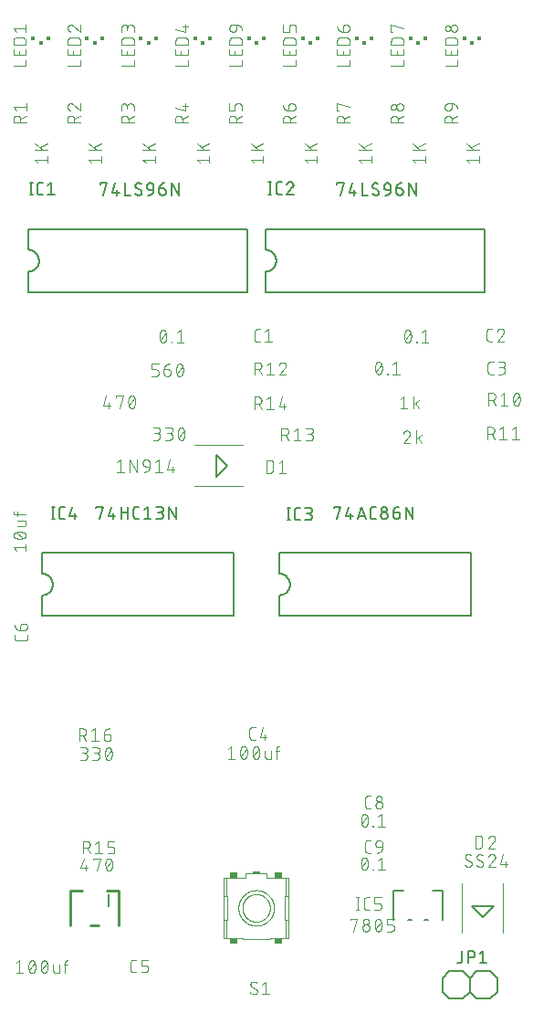
<source format=gbr>
G04 EAGLE Gerber RS-274X export*
G75*
%MOMM*%
%FSLAX34Y34*%
%LPD*%
%INSilkscreen Top*%
%IPPOS*%
%AMOC8*
5,1,8,0,0,1.08239X$1,22.5*%
G01*
%ADD10C,0.101600*%
%ADD11C,0.203200*%
%ADD12C,0.152400*%
%ADD13C,0.127000*%
%ADD14C,0.177800*%
%ADD15R,0.325000X0.425000*%
%ADD16R,0.350000X0.350000*%
%ADD17C,0.254000*%
%ADD18R,0.200000X1.300000*%
%ADD19R,0.757000X0.549100*%
%ADD20R,0.771800X0.534300*%
%ADD21R,0.757000X0.534300*%
%ADD22R,0.756900X0.133600*%
%ADD23R,0.756900X0.549100*%


D10*
X253501Y624708D02*
X250904Y624708D01*
X250805Y624710D01*
X250705Y624716D01*
X250606Y624725D01*
X250508Y624738D01*
X250410Y624755D01*
X250312Y624776D01*
X250216Y624801D01*
X250121Y624829D01*
X250027Y624861D01*
X249934Y624896D01*
X249842Y624935D01*
X249752Y624978D01*
X249664Y625023D01*
X249577Y625073D01*
X249493Y625125D01*
X249410Y625181D01*
X249330Y625239D01*
X249252Y625301D01*
X249177Y625366D01*
X249104Y625434D01*
X249034Y625504D01*
X248966Y625577D01*
X248901Y625652D01*
X248839Y625730D01*
X248781Y625810D01*
X248725Y625893D01*
X248673Y625977D01*
X248623Y626064D01*
X248578Y626152D01*
X248535Y626242D01*
X248496Y626334D01*
X248461Y626427D01*
X248429Y626521D01*
X248401Y626616D01*
X248376Y626712D01*
X248355Y626810D01*
X248338Y626908D01*
X248325Y627006D01*
X248316Y627105D01*
X248310Y627205D01*
X248308Y627304D01*
X248308Y633796D01*
X248310Y633895D01*
X248316Y633995D01*
X248325Y634094D01*
X248338Y634192D01*
X248355Y634290D01*
X248376Y634388D01*
X248401Y634484D01*
X248429Y634579D01*
X248461Y634673D01*
X248496Y634766D01*
X248535Y634858D01*
X248578Y634948D01*
X248623Y635036D01*
X248673Y635123D01*
X248725Y635207D01*
X248781Y635290D01*
X248839Y635370D01*
X248901Y635448D01*
X248966Y635523D01*
X249034Y635596D01*
X249104Y635666D01*
X249177Y635734D01*
X249252Y635799D01*
X249330Y635861D01*
X249410Y635919D01*
X249493Y635975D01*
X249577Y636027D01*
X249664Y636077D01*
X249752Y636122D01*
X249842Y636165D01*
X249934Y636204D01*
X250026Y636239D01*
X250121Y636271D01*
X250216Y636299D01*
X250312Y636324D01*
X250410Y636345D01*
X250508Y636362D01*
X250606Y636375D01*
X250705Y636384D01*
X250805Y636390D01*
X250904Y636392D01*
X253501Y636392D01*
X257866Y633796D02*
X261112Y636392D01*
X261112Y624708D01*
X264357Y624708D02*
X257866Y624708D01*
X161282Y634169D02*
X161183Y633961D01*
X161090Y633751D01*
X161002Y633539D01*
X160919Y633325D01*
X160841Y633108D01*
X160768Y632890D01*
X160700Y632671D01*
X160638Y632449D01*
X160581Y632227D01*
X160529Y632003D01*
X160483Y631778D01*
X160442Y631552D01*
X160407Y631324D01*
X160377Y631097D01*
X160352Y630868D01*
X160333Y630639D01*
X160319Y630410D01*
X160311Y630180D01*
X160308Y629950D01*
X161282Y634169D02*
X161315Y634259D01*
X161351Y634348D01*
X161391Y634436D01*
X161435Y634521D01*
X161482Y634605D01*
X161532Y634687D01*
X161586Y634767D01*
X161642Y634844D01*
X161702Y634920D01*
X161765Y634993D01*
X161830Y635063D01*
X161899Y635131D01*
X161970Y635195D01*
X162043Y635257D01*
X162119Y635316D01*
X162197Y635372D01*
X162278Y635425D01*
X162360Y635474D01*
X162444Y635520D01*
X162531Y635563D01*
X162618Y635602D01*
X162708Y635638D01*
X162798Y635670D01*
X162890Y635698D01*
X162983Y635723D01*
X163077Y635744D01*
X163171Y635761D01*
X163266Y635775D01*
X163362Y635784D01*
X163458Y635790D01*
X163554Y635792D01*
X163650Y635790D01*
X163746Y635784D01*
X163842Y635775D01*
X163937Y635761D01*
X164031Y635744D01*
X164125Y635723D01*
X164218Y635698D01*
X164310Y635670D01*
X164400Y635638D01*
X164490Y635602D01*
X164577Y635563D01*
X164664Y635520D01*
X164748Y635474D01*
X164830Y635425D01*
X164911Y635372D01*
X164989Y635316D01*
X165065Y635257D01*
X165138Y635195D01*
X165209Y635131D01*
X165278Y635063D01*
X165343Y634993D01*
X165406Y634920D01*
X165466Y634844D01*
X165522Y634767D01*
X165576Y634687D01*
X165626Y634605D01*
X165673Y634521D01*
X165717Y634436D01*
X165757Y634348D01*
X165793Y634259D01*
X165826Y634169D01*
X165925Y633962D01*
X166018Y633752D01*
X166106Y633539D01*
X166189Y633325D01*
X166267Y633109D01*
X166340Y632891D01*
X166408Y632671D01*
X166470Y632450D01*
X166527Y632227D01*
X166579Y632003D01*
X166625Y631778D01*
X166666Y631552D01*
X166701Y631325D01*
X166731Y631097D01*
X166756Y630868D01*
X166775Y630639D01*
X166789Y630410D01*
X166797Y630180D01*
X166800Y629950D01*
X160308Y629950D02*
X160311Y629720D01*
X160319Y629490D01*
X160333Y629261D01*
X160352Y629032D01*
X160377Y628803D01*
X160407Y628575D01*
X160442Y628348D01*
X160483Y628122D01*
X160529Y627897D01*
X160581Y627673D01*
X160638Y627450D01*
X160700Y627229D01*
X160768Y627009D01*
X160841Y626791D01*
X160919Y626575D01*
X161002Y626361D01*
X161090Y626149D01*
X161183Y625938D01*
X161282Y625731D01*
X161315Y625641D01*
X161351Y625552D01*
X161392Y625464D01*
X161435Y625379D01*
X161482Y625295D01*
X161532Y625213D01*
X161586Y625133D01*
X161642Y625056D01*
X161702Y624980D01*
X161765Y624907D01*
X161830Y624837D01*
X161899Y624769D01*
X161970Y624705D01*
X162043Y624643D01*
X162119Y624584D01*
X162197Y624528D01*
X162278Y624475D01*
X162360Y624426D01*
X162444Y624380D01*
X162531Y624337D01*
X162618Y624298D01*
X162708Y624262D01*
X162798Y624230D01*
X162890Y624202D01*
X162983Y624177D01*
X163077Y624156D01*
X163171Y624139D01*
X163266Y624125D01*
X163362Y624116D01*
X163458Y624110D01*
X163554Y624108D01*
X165825Y625731D02*
X165924Y625938D01*
X166017Y626149D01*
X166105Y626361D01*
X166188Y626575D01*
X166266Y626791D01*
X166339Y627009D01*
X166407Y627229D01*
X166469Y627450D01*
X166526Y627673D01*
X166578Y627897D01*
X166624Y628122D01*
X166665Y628348D01*
X166700Y628575D01*
X166730Y628803D01*
X166755Y629032D01*
X166774Y629261D01*
X166788Y629490D01*
X166796Y629720D01*
X166799Y629950D01*
X165826Y625731D02*
X165793Y625641D01*
X165757Y625552D01*
X165717Y625464D01*
X165673Y625379D01*
X165626Y625295D01*
X165576Y625213D01*
X165522Y625133D01*
X165466Y625056D01*
X165406Y624980D01*
X165343Y624907D01*
X165278Y624837D01*
X165209Y624769D01*
X165138Y624705D01*
X165065Y624643D01*
X164989Y624584D01*
X164911Y624528D01*
X164830Y624475D01*
X164748Y624426D01*
X164664Y624380D01*
X164577Y624337D01*
X164490Y624298D01*
X164400Y624262D01*
X164310Y624230D01*
X164218Y624202D01*
X164125Y624177D01*
X164031Y624156D01*
X163937Y624139D01*
X163842Y624125D01*
X163746Y624116D01*
X163650Y624110D01*
X163554Y624108D01*
X160957Y626704D02*
X166150Y633196D01*
X171230Y624757D02*
X171230Y624108D01*
X171230Y624757D02*
X171879Y624757D01*
X171879Y624108D01*
X171230Y624108D01*
X176310Y633196D02*
X179555Y635792D01*
X179555Y624108D01*
X176310Y624108D02*
X182801Y624108D01*
X466404Y625208D02*
X469001Y625208D01*
X466404Y625208D02*
X466305Y625210D01*
X466205Y625216D01*
X466106Y625225D01*
X466008Y625238D01*
X465910Y625255D01*
X465812Y625276D01*
X465716Y625301D01*
X465621Y625329D01*
X465527Y625361D01*
X465434Y625396D01*
X465342Y625435D01*
X465252Y625478D01*
X465164Y625523D01*
X465077Y625573D01*
X464993Y625625D01*
X464910Y625681D01*
X464830Y625739D01*
X464752Y625801D01*
X464677Y625866D01*
X464604Y625934D01*
X464534Y626004D01*
X464466Y626077D01*
X464401Y626152D01*
X464339Y626230D01*
X464281Y626310D01*
X464225Y626393D01*
X464173Y626477D01*
X464123Y626564D01*
X464078Y626652D01*
X464035Y626742D01*
X463996Y626834D01*
X463961Y626927D01*
X463929Y627021D01*
X463901Y627116D01*
X463876Y627212D01*
X463855Y627310D01*
X463838Y627408D01*
X463825Y627506D01*
X463816Y627605D01*
X463810Y627705D01*
X463808Y627804D01*
X463808Y634296D01*
X463810Y634395D01*
X463816Y634495D01*
X463825Y634594D01*
X463838Y634692D01*
X463855Y634790D01*
X463876Y634888D01*
X463901Y634984D01*
X463929Y635079D01*
X463961Y635173D01*
X463996Y635266D01*
X464035Y635358D01*
X464078Y635448D01*
X464123Y635536D01*
X464173Y635623D01*
X464225Y635707D01*
X464281Y635790D01*
X464339Y635870D01*
X464401Y635948D01*
X464466Y636023D01*
X464534Y636096D01*
X464604Y636166D01*
X464677Y636234D01*
X464752Y636299D01*
X464830Y636361D01*
X464910Y636419D01*
X464993Y636475D01*
X465077Y636527D01*
X465164Y636577D01*
X465252Y636622D01*
X465342Y636665D01*
X465434Y636704D01*
X465526Y636739D01*
X465621Y636771D01*
X465716Y636799D01*
X465812Y636824D01*
X465910Y636845D01*
X466008Y636862D01*
X466106Y636875D01*
X466205Y636884D01*
X466305Y636890D01*
X466404Y636892D01*
X469001Y636892D01*
X476936Y636892D02*
X477043Y636890D01*
X477149Y636884D01*
X477255Y636874D01*
X477361Y636861D01*
X477467Y636843D01*
X477571Y636822D01*
X477675Y636797D01*
X477778Y636768D01*
X477879Y636736D01*
X477979Y636699D01*
X478078Y636659D01*
X478176Y636616D01*
X478272Y636569D01*
X478366Y636518D01*
X478458Y636464D01*
X478548Y636407D01*
X478636Y636347D01*
X478721Y636283D01*
X478804Y636216D01*
X478885Y636146D01*
X478963Y636074D01*
X479039Y635998D01*
X479111Y635920D01*
X479181Y635839D01*
X479248Y635756D01*
X479312Y635671D01*
X479372Y635583D01*
X479429Y635493D01*
X479483Y635401D01*
X479534Y635307D01*
X479581Y635211D01*
X479624Y635113D01*
X479664Y635014D01*
X479701Y634914D01*
X479733Y634813D01*
X479762Y634710D01*
X479787Y634606D01*
X479808Y634502D01*
X479826Y634396D01*
X479839Y634290D01*
X479849Y634184D01*
X479855Y634078D01*
X479857Y633971D01*
X476936Y636892D02*
X476815Y636890D01*
X476694Y636884D01*
X476574Y636874D01*
X476453Y636861D01*
X476334Y636843D01*
X476214Y636822D01*
X476096Y636797D01*
X475979Y636768D01*
X475862Y636735D01*
X475747Y636699D01*
X475633Y636658D01*
X475520Y636615D01*
X475408Y636567D01*
X475299Y636516D01*
X475191Y636461D01*
X475084Y636403D01*
X474980Y636342D01*
X474878Y636277D01*
X474778Y636209D01*
X474680Y636138D01*
X474584Y636064D01*
X474491Y635987D01*
X474401Y635906D01*
X474313Y635823D01*
X474228Y635737D01*
X474145Y635648D01*
X474066Y635557D01*
X473989Y635463D01*
X473916Y635367D01*
X473846Y635269D01*
X473779Y635168D01*
X473715Y635065D01*
X473655Y634960D01*
X473598Y634853D01*
X473544Y634745D01*
X473494Y634635D01*
X473448Y634523D01*
X473405Y634410D01*
X473366Y634295D01*
X478884Y631699D02*
X478963Y631776D01*
X479039Y631857D01*
X479112Y631940D01*
X479182Y632025D01*
X479249Y632113D01*
X479313Y632203D01*
X479373Y632295D01*
X479430Y632390D01*
X479484Y632486D01*
X479535Y632584D01*
X479582Y632684D01*
X479626Y632786D01*
X479666Y632889D01*
X479702Y632993D01*
X479734Y633099D01*
X479763Y633205D01*
X479788Y633313D01*
X479810Y633421D01*
X479827Y633531D01*
X479841Y633640D01*
X479850Y633750D01*
X479856Y633861D01*
X479858Y633971D01*
X478884Y631699D02*
X473366Y625208D01*
X479857Y625208D01*
X388282Y634169D02*
X388183Y633961D01*
X388090Y633751D01*
X388002Y633539D01*
X387919Y633325D01*
X387841Y633108D01*
X387768Y632890D01*
X387700Y632671D01*
X387638Y632449D01*
X387581Y632227D01*
X387529Y632003D01*
X387483Y631778D01*
X387442Y631552D01*
X387407Y631324D01*
X387377Y631097D01*
X387352Y630868D01*
X387333Y630639D01*
X387319Y630410D01*
X387311Y630180D01*
X387308Y629950D01*
X388282Y634169D02*
X388315Y634259D01*
X388351Y634348D01*
X388391Y634436D01*
X388435Y634521D01*
X388482Y634605D01*
X388532Y634687D01*
X388586Y634767D01*
X388642Y634844D01*
X388702Y634920D01*
X388765Y634993D01*
X388830Y635063D01*
X388899Y635131D01*
X388970Y635195D01*
X389043Y635257D01*
X389119Y635316D01*
X389197Y635372D01*
X389278Y635425D01*
X389360Y635474D01*
X389444Y635520D01*
X389531Y635563D01*
X389618Y635602D01*
X389708Y635638D01*
X389798Y635670D01*
X389890Y635698D01*
X389983Y635723D01*
X390077Y635744D01*
X390171Y635761D01*
X390266Y635775D01*
X390362Y635784D01*
X390458Y635790D01*
X390554Y635792D01*
X390650Y635790D01*
X390746Y635784D01*
X390842Y635775D01*
X390937Y635761D01*
X391031Y635744D01*
X391125Y635723D01*
X391218Y635698D01*
X391310Y635670D01*
X391400Y635638D01*
X391490Y635602D01*
X391577Y635563D01*
X391664Y635520D01*
X391748Y635474D01*
X391830Y635425D01*
X391911Y635372D01*
X391989Y635316D01*
X392065Y635257D01*
X392138Y635195D01*
X392209Y635131D01*
X392278Y635063D01*
X392343Y634993D01*
X392406Y634920D01*
X392466Y634844D01*
X392522Y634767D01*
X392576Y634687D01*
X392626Y634605D01*
X392673Y634521D01*
X392717Y634436D01*
X392757Y634348D01*
X392793Y634259D01*
X392826Y634169D01*
X392925Y633962D01*
X393018Y633752D01*
X393106Y633539D01*
X393189Y633325D01*
X393267Y633109D01*
X393340Y632891D01*
X393408Y632671D01*
X393470Y632450D01*
X393527Y632227D01*
X393579Y632003D01*
X393625Y631778D01*
X393666Y631552D01*
X393701Y631325D01*
X393731Y631097D01*
X393756Y630868D01*
X393775Y630639D01*
X393789Y630410D01*
X393797Y630180D01*
X393800Y629950D01*
X387308Y629950D02*
X387311Y629720D01*
X387319Y629490D01*
X387333Y629261D01*
X387352Y629032D01*
X387377Y628803D01*
X387407Y628575D01*
X387442Y628348D01*
X387483Y628122D01*
X387529Y627897D01*
X387581Y627673D01*
X387638Y627450D01*
X387700Y627229D01*
X387768Y627009D01*
X387841Y626791D01*
X387919Y626575D01*
X388002Y626361D01*
X388090Y626149D01*
X388183Y625938D01*
X388282Y625731D01*
X388315Y625641D01*
X388351Y625552D01*
X388392Y625464D01*
X388435Y625379D01*
X388482Y625295D01*
X388532Y625213D01*
X388586Y625133D01*
X388642Y625056D01*
X388702Y624980D01*
X388765Y624907D01*
X388830Y624837D01*
X388899Y624769D01*
X388970Y624705D01*
X389043Y624643D01*
X389119Y624584D01*
X389197Y624528D01*
X389278Y624475D01*
X389360Y624426D01*
X389444Y624380D01*
X389531Y624337D01*
X389618Y624298D01*
X389708Y624262D01*
X389798Y624230D01*
X389890Y624202D01*
X389983Y624177D01*
X390077Y624156D01*
X390171Y624139D01*
X390266Y624125D01*
X390362Y624116D01*
X390458Y624110D01*
X390554Y624108D01*
X392825Y625731D02*
X392924Y625938D01*
X393017Y626149D01*
X393105Y626361D01*
X393188Y626575D01*
X393266Y626791D01*
X393339Y627009D01*
X393407Y627229D01*
X393469Y627450D01*
X393526Y627673D01*
X393578Y627897D01*
X393624Y628122D01*
X393665Y628348D01*
X393700Y628575D01*
X393730Y628803D01*
X393755Y629032D01*
X393774Y629261D01*
X393788Y629490D01*
X393796Y629720D01*
X393799Y629950D01*
X392826Y625731D02*
X392793Y625641D01*
X392757Y625552D01*
X392717Y625464D01*
X392673Y625379D01*
X392626Y625295D01*
X392576Y625213D01*
X392522Y625133D01*
X392466Y625056D01*
X392406Y624980D01*
X392343Y624907D01*
X392278Y624837D01*
X392209Y624769D01*
X392138Y624705D01*
X392065Y624643D01*
X391989Y624584D01*
X391911Y624528D01*
X391830Y624475D01*
X391748Y624426D01*
X391664Y624380D01*
X391577Y624337D01*
X391490Y624298D01*
X391400Y624262D01*
X391310Y624230D01*
X391218Y624202D01*
X391125Y624177D01*
X391031Y624156D01*
X390937Y624139D01*
X390842Y624125D01*
X390746Y624116D01*
X390650Y624110D01*
X390554Y624108D01*
X387957Y626704D02*
X393150Y633196D01*
X398230Y624757D02*
X398230Y624108D01*
X398230Y624757D02*
X398879Y624757D01*
X398879Y624108D01*
X398230Y624108D01*
X403310Y633196D02*
X406555Y635792D01*
X406555Y624108D01*
X403310Y624108D02*
X409801Y624108D01*
X467404Y594708D02*
X470001Y594708D01*
X467404Y594708D02*
X467305Y594710D01*
X467205Y594716D01*
X467106Y594725D01*
X467008Y594738D01*
X466910Y594755D01*
X466812Y594776D01*
X466716Y594801D01*
X466621Y594829D01*
X466527Y594861D01*
X466434Y594896D01*
X466342Y594935D01*
X466252Y594978D01*
X466164Y595023D01*
X466077Y595073D01*
X465993Y595125D01*
X465910Y595181D01*
X465830Y595239D01*
X465752Y595301D01*
X465677Y595366D01*
X465604Y595434D01*
X465534Y595504D01*
X465466Y595577D01*
X465401Y595652D01*
X465339Y595730D01*
X465281Y595810D01*
X465225Y595893D01*
X465173Y595977D01*
X465123Y596064D01*
X465078Y596152D01*
X465035Y596242D01*
X464996Y596334D01*
X464961Y596427D01*
X464929Y596521D01*
X464901Y596616D01*
X464876Y596712D01*
X464855Y596810D01*
X464838Y596908D01*
X464825Y597006D01*
X464816Y597105D01*
X464810Y597205D01*
X464808Y597304D01*
X464808Y603796D01*
X464810Y603895D01*
X464816Y603995D01*
X464825Y604094D01*
X464838Y604192D01*
X464855Y604290D01*
X464876Y604388D01*
X464901Y604484D01*
X464929Y604579D01*
X464961Y604673D01*
X464996Y604766D01*
X465035Y604858D01*
X465078Y604948D01*
X465123Y605036D01*
X465173Y605123D01*
X465225Y605207D01*
X465281Y605290D01*
X465339Y605370D01*
X465401Y605448D01*
X465466Y605523D01*
X465534Y605596D01*
X465604Y605666D01*
X465677Y605734D01*
X465752Y605799D01*
X465830Y605861D01*
X465910Y605919D01*
X465993Y605975D01*
X466077Y606027D01*
X466164Y606077D01*
X466252Y606122D01*
X466342Y606165D01*
X466434Y606204D01*
X466526Y606239D01*
X466621Y606271D01*
X466716Y606299D01*
X466812Y606324D01*
X466910Y606345D01*
X467008Y606362D01*
X467106Y606375D01*
X467205Y606384D01*
X467305Y606390D01*
X467404Y606392D01*
X470001Y606392D01*
X474366Y594708D02*
X477612Y594708D01*
X477725Y594710D01*
X477838Y594716D01*
X477951Y594726D01*
X478064Y594740D01*
X478176Y594757D01*
X478287Y594779D01*
X478397Y594804D01*
X478507Y594834D01*
X478615Y594867D01*
X478722Y594904D01*
X478828Y594944D01*
X478932Y594989D01*
X479035Y595037D01*
X479136Y595088D01*
X479235Y595143D01*
X479332Y595201D01*
X479427Y595263D01*
X479520Y595328D01*
X479610Y595396D01*
X479698Y595467D01*
X479784Y595542D01*
X479867Y595619D01*
X479947Y595699D01*
X480024Y595782D01*
X480099Y595868D01*
X480170Y595956D01*
X480238Y596046D01*
X480303Y596139D01*
X480365Y596234D01*
X480423Y596331D01*
X480478Y596430D01*
X480529Y596531D01*
X480577Y596634D01*
X480622Y596738D01*
X480662Y596844D01*
X480699Y596951D01*
X480732Y597059D01*
X480762Y597169D01*
X480787Y597279D01*
X480809Y597390D01*
X480826Y597502D01*
X480840Y597615D01*
X480850Y597728D01*
X480856Y597841D01*
X480858Y597954D01*
X480856Y598067D01*
X480850Y598180D01*
X480840Y598293D01*
X480826Y598406D01*
X480809Y598518D01*
X480787Y598629D01*
X480762Y598739D01*
X480732Y598849D01*
X480699Y598957D01*
X480662Y599064D01*
X480622Y599170D01*
X480577Y599274D01*
X480529Y599377D01*
X480478Y599478D01*
X480423Y599577D01*
X480365Y599674D01*
X480303Y599769D01*
X480238Y599862D01*
X480170Y599952D01*
X480099Y600040D01*
X480024Y600126D01*
X479947Y600209D01*
X479867Y600289D01*
X479784Y600366D01*
X479698Y600441D01*
X479610Y600512D01*
X479520Y600580D01*
X479427Y600645D01*
X479332Y600707D01*
X479235Y600765D01*
X479136Y600820D01*
X479035Y600871D01*
X478932Y600919D01*
X478828Y600964D01*
X478722Y601004D01*
X478615Y601041D01*
X478507Y601074D01*
X478397Y601104D01*
X478287Y601129D01*
X478176Y601151D01*
X478064Y601168D01*
X477951Y601182D01*
X477838Y601192D01*
X477725Y601198D01*
X477612Y601200D01*
X478261Y606392D02*
X474366Y606392D01*
X478261Y606392D02*
X478362Y606390D01*
X478462Y606384D01*
X478562Y606374D01*
X478662Y606361D01*
X478761Y606343D01*
X478860Y606322D01*
X478957Y606297D01*
X479054Y606268D01*
X479149Y606235D01*
X479243Y606199D01*
X479335Y606159D01*
X479426Y606116D01*
X479515Y606069D01*
X479602Y606019D01*
X479688Y605965D01*
X479771Y605908D01*
X479851Y605848D01*
X479930Y605785D01*
X480006Y605718D01*
X480079Y605649D01*
X480149Y605577D01*
X480217Y605503D01*
X480282Y605426D01*
X480343Y605346D01*
X480402Y605264D01*
X480457Y605180D01*
X480509Y605094D01*
X480558Y605006D01*
X480603Y604916D01*
X480645Y604824D01*
X480683Y604731D01*
X480717Y604636D01*
X480748Y604541D01*
X480775Y604444D01*
X480798Y604346D01*
X480818Y604247D01*
X480833Y604147D01*
X480845Y604047D01*
X480853Y603947D01*
X480857Y603846D01*
X480857Y603746D01*
X480853Y603645D01*
X480845Y603545D01*
X480833Y603445D01*
X480818Y603345D01*
X480798Y603246D01*
X480775Y603148D01*
X480748Y603051D01*
X480717Y602956D01*
X480683Y602861D01*
X480645Y602768D01*
X480603Y602676D01*
X480558Y602586D01*
X480509Y602498D01*
X480457Y602412D01*
X480402Y602328D01*
X480343Y602246D01*
X480282Y602166D01*
X480217Y602089D01*
X480149Y602015D01*
X480079Y601943D01*
X480006Y601874D01*
X479930Y601807D01*
X479851Y601744D01*
X479771Y601684D01*
X479688Y601627D01*
X479602Y601573D01*
X479515Y601523D01*
X479426Y601476D01*
X479335Y601433D01*
X479243Y601393D01*
X479149Y601357D01*
X479054Y601324D01*
X478957Y601295D01*
X478860Y601270D01*
X478761Y601249D01*
X478662Y601231D01*
X478562Y601218D01*
X478462Y601208D01*
X478362Y601202D01*
X478261Y601200D01*
X478261Y601199D02*
X475664Y601199D01*
X361282Y604669D02*
X361183Y604461D01*
X361090Y604251D01*
X361002Y604039D01*
X360919Y603825D01*
X360841Y603608D01*
X360768Y603390D01*
X360700Y603171D01*
X360638Y602949D01*
X360581Y602727D01*
X360529Y602503D01*
X360483Y602278D01*
X360442Y602052D01*
X360407Y601824D01*
X360377Y601597D01*
X360352Y601368D01*
X360333Y601139D01*
X360319Y600910D01*
X360311Y600680D01*
X360308Y600450D01*
X361282Y604669D02*
X361315Y604759D01*
X361351Y604848D01*
X361391Y604936D01*
X361435Y605021D01*
X361482Y605105D01*
X361532Y605187D01*
X361586Y605267D01*
X361642Y605344D01*
X361702Y605420D01*
X361765Y605493D01*
X361830Y605563D01*
X361899Y605631D01*
X361970Y605695D01*
X362043Y605757D01*
X362119Y605816D01*
X362197Y605872D01*
X362278Y605925D01*
X362360Y605974D01*
X362444Y606020D01*
X362531Y606063D01*
X362618Y606102D01*
X362708Y606138D01*
X362798Y606170D01*
X362890Y606198D01*
X362983Y606223D01*
X363077Y606244D01*
X363171Y606261D01*
X363266Y606275D01*
X363362Y606284D01*
X363458Y606290D01*
X363554Y606292D01*
X363650Y606290D01*
X363746Y606284D01*
X363842Y606275D01*
X363937Y606261D01*
X364031Y606244D01*
X364125Y606223D01*
X364218Y606198D01*
X364310Y606170D01*
X364400Y606138D01*
X364490Y606102D01*
X364577Y606063D01*
X364664Y606020D01*
X364748Y605974D01*
X364830Y605925D01*
X364911Y605872D01*
X364989Y605816D01*
X365065Y605757D01*
X365138Y605695D01*
X365209Y605631D01*
X365278Y605563D01*
X365343Y605493D01*
X365406Y605420D01*
X365466Y605344D01*
X365522Y605267D01*
X365576Y605187D01*
X365626Y605105D01*
X365673Y605021D01*
X365717Y604936D01*
X365757Y604848D01*
X365793Y604759D01*
X365826Y604669D01*
X365925Y604462D01*
X366018Y604252D01*
X366106Y604039D01*
X366189Y603825D01*
X366267Y603609D01*
X366340Y603391D01*
X366408Y603171D01*
X366470Y602950D01*
X366527Y602727D01*
X366579Y602503D01*
X366625Y602278D01*
X366666Y602052D01*
X366701Y601825D01*
X366731Y601597D01*
X366756Y601368D01*
X366775Y601139D01*
X366789Y600910D01*
X366797Y600680D01*
X366800Y600450D01*
X360308Y600450D02*
X360311Y600220D01*
X360319Y599990D01*
X360333Y599761D01*
X360352Y599532D01*
X360377Y599303D01*
X360407Y599075D01*
X360442Y598848D01*
X360483Y598622D01*
X360529Y598397D01*
X360581Y598173D01*
X360638Y597950D01*
X360700Y597729D01*
X360768Y597509D01*
X360841Y597291D01*
X360919Y597075D01*
X361002Y596861D01*
X361090Y596649D01*
X361183Y596438D01*
X361282Y596231D01*
X361315Y596141D01*
X361351Y596052D01*
X361392Y595964D01*
X361435Y595879D01*
X361482Y595795D01*
X361532Y595713D01*
X361586Y595633D01*
X361642Y595556D01*
X361702Y595480D01*
X361765Y595407D01*
X361830Y595337D01*
X361899Y595269D01*
X361970Y595205D01*
X362043Y595143D01*
X362119Y595084D01*
X362197Y595028D01*
X362278Y594975D01*
X362360Y594926D01*
X362444Y594880D01*
X362531Y594837D01*
X362618Y594798D01*
X362708Y594762D01*
X362798Y594730D01*
X362890Y594702D01*
X362983Y594677D01*
X363077Y594656D01*
X363171Y594639D01*
X363266Y594625D01*
X363362Y594616D01*
X363458Y594610D01*
X363554Y594608D01*
X365825Y596231D02*
X365924Y596438D01*
X366017Y596649D01*
X366105Y596861D01*
X366188Y597075D01*
X366266Y597291D01*
X366339Y597509D01*
X366407Y597729D01*
X366469Y597950D01*
X366526Y598173D01*
X366578Y598397D01*
X366624Y598622D01*
X366665Y598848D01*
X366700Y599075D01*
X366730Y599303D01*
X366755Y599532D01*
X366774Y599761D01*
X366788Y599990D01*
X366796Y600220D01*
X366799Y600450D01*
X365826Y596231D02*
X365793Y596141D01*
X365757Y596052D01*
X365717Y595964D01*
X365673Y595879D01*
X365626Y595795D01*
X365576Y595713D01*
X365522Y595633D01*
X365466Y595556D01*
X365406Y595480D01*
X365343Y595407D01*
X365278Y595337D01*
X365209Y595269D01*
X365138Y595205D01*
X365065Y595143D01*
X364989Y595084D01*
X364911Y595028D01*
X364830Y594975D01*
X364748Y594926D01*
X364664Y594880D01*
X364577Y594837D01*
X364490Y594798D01*
X364400Y594762D01*
X364310Y594730D01*
X364218Y594702D01*
X364125Y594677D01*
X364031Y594656D01*
X363937Y594639D01*
X363842Y594625D01*
X363746Y594616D01*
X363650Y594610D01*
X363554Y594608D01*
X360957Y597204D02*
X366150Y603696D01*
X371230Y595257D02*
X371230Y594608D01*
X371230Y595257D02*
X371879Y595257D01*
X371879Y594608D01*
X371230Y594608D01*
X376310Y603696D02*
X379555Y606292D01*
X379555Y594608D01*
X376310Y594608D02*
X382801Y594608D01*
X249036Y256008D02*
X246439Y256008D01*
X246340Y256010D01*
X246240Y256016D01*
X246141Y256025D01*
X246043Y256038D01*
X245945Y256055D01*
X245847Y256076D01*
X245751Y256101D01*
X245656Y256129D01*
X245562Y256161D01*
X245469Y256196D01*
X245377Y256235D01*
X245287Y256278D01*
X245199Y256323D01*
X245112Y256373D01*
X245028Y256425D01*
X244945Y256481D01*
X244865Y256539D01*
X244787Y256601D01*
X244712Y256666D01*
X244639Y256734D01*
X244569Y256804D01*
X244501Y256877D01*
X244436Y256952D01*
X244374Y257030D01*
X244316Y257110D01*
X244260Y257193D01*
X244208Y257277D01*
X244158Y257364D01*
X244113Y257452D01*
X244070Y257542D01*
X244031Y257634D01*
X243996Y257727D01*
X243964Y257821D01*
X243936Y257916D01*
X243911Y258012D01*
X243890Y258110D01*
X243873Y258208D01*
X243860Y258306D01*
X243851Y258405D01*
X243845Y258505D01*
X243843Y258604D01*
X243843Y265096D01*
X243845Y265195D01*
X243851Y265295D01*
X243860Y265394D01*
X243873Y265492D01*
X243890Y265590D01*
X243911Y265688D01*
X243936Y265784D01*
X243964Y265879D01*
X243996Y265973D01*
X244031Y266066D01*
X244070Y266158D01*
X244113Y266248D01*
X244158Y266336D01*
X244208Y266423D01*
X244260Y266507D01*
X244316Y266590D01*
X244374Y266670D01*
X244436Y266748D01*
X244501Y266823D01*
X244569Y266896D01*
X244639Y266966D01*
X244712Y267034D01*
X244787Y267099D01*
X244865Y267161D01*
X244945Y267219D01*
X245028Y267275D01*
X245112Y267327D01*
X245199Y267377D01*
X245287Y267422D01*
X245377Y267465D01*
X245469Y267504D01*
X245561Y267539D01*
X245656Y267571D01*
X245751Y267599D01*
X245847Y267624D01*
X245945Y267645D01*
X246043Y267662D01*
X246141Y267675D01*
X246240Y267684D01*
X246340Y267690D01*
X246439Y267692D01*
X249036Y267692D01*
X255997Y267692D02*
X253401Y258604D01*
X259892Y258604D01*
X257945Y261201D02*
X257945Y256008D01*
X226920Y249842D02*
X223674Y247246D01*
X226920Y249842D02*
X226920Y238158D01*
X230165Y238158D02*
X223674Y238158D01*
X235104Y244000D02*
X235107Y244230D01*
X235115Y244460D01*
X235129Y244689D01*
X235148Y244918D01*
X235173Y245147D01*
X235203Y245374D01*
X235238Y245602D01*
X235279Y245828D01*
X235325Y246053D01*
X235377Y246277D01*
X235434Y246499D01*
X235496Y246721D01*
X235564Y246940D01*
X235637Y247158D01*
X235715Y247375D01*
X235798Y247589D01*
X235886Y247801D01*
X235979Y248011D01*
X236078Y248219D01*
X236111Y248309D01*
X236147Y248398D01*
X236187Y248486D01*
X236231Y248571D01*
X236278Y248655D01*
X236328Y248737D01*
X236382Y248817D01*
X236438Y248894D01*
X236498Y248970D01*
X236561Y249043D01*
X236626Y249113D01*
X236695Y249181D01*
X236766Y249245D01*
X236839Y249307D01*
X236915Y249366D01*
X236993Y249422D01*
X237074Y249475D01*
X237156Y249524D01*
X237240Y249570D01*
X237327Y249613D01*
X237414Y249652D01*
X237504Y249688D01*
X237594Y249720D01*
X237686Y249748D01*
X237779Y249773D01*
X237873Y249794D01*
X237967Y249811D01*
X238062Y249825D01*
X238158Y249834D01*
X238254Y249840D01*
X238350Y249842D01*
X238446Y249840D01*
X238542Y249834D01*
X238638Y249825D01*
X238733Y249811D01*
X238827Y249794D01*
X238921Y249773D01*
X239014Y249748D01*
X239106Y249720D01*
X239196Y249688D01*
X239286Y249652D01*
X239373Y249613D01*
X239460Y249570D01*
X239544Y249524D01*
X239626Y249475D01*
X239707Y249422D01*
X239785Y249366D01*
X239861Y249307D01*
X239934Y249245D01*
X240005Y249181D01*
X240074Y249113D01*
X240139Y249043D01*
X240202Y248970D01*
X240262Y248894D01*
X240318Y248817D01*
X240372Y248737D01*
X240422Y248655D01*
X240469Y248571D01*
X240513Y248486D01*
X240553Y248398D01*
X240589Y248309D01*
X240622Y248219D01*
X240721Y248012D01*
X240814Y247802D01*
X240902Y247589D01*
X240985Y247375D01*
X241063Y247159D01*
X241136Y246941D01*
X241204Y246721D01*
X241266Y246500D01*
X241323Y246277D01*
X241375Y246053D01*
X241421Y245828D01*
X241462Y245602D01*
X241497Y245375D01*
X241527Y245147D01*
X241552Y244918D01*
X241571Y244689D01*
X241585Y244460D01*
X241593Y244230D01*
X241596Y244000D01*
X235104Y244000D02*
X235107Y243770D01*
X235115Y243540D01*
X235129Y243311D01*
X235148Y243082D01*
X235173Y242853D01*
X235203Y242625D01*
X235238Y242398D01*
X235279Y242172D01*
X235325Y241947D01*
X235377Y241723D01*
X235434Y241500D01*
X235496Y241279D01*
X235564Y241059D01*
X235637Y240841D01*
X235715Y240625D01*
X235798Y240411D01*
X235886Y240199D01*
X235979Y239988D01*
X236078Y239781D01*
X236111Y239691D01*
X236147Y239602D01*
X236188Y239514D01*
X236231Y239429D01*
X236278Y239345D01*
X236328Y239263D01*
X236382Y239183D01*
X236438Y239106D01*
X236498Y239030D01*
X236561Y238957D01*
X236626Y238887D01*
X236695Y238819D01*
X236766Y238755D01*
X236839Y238693D01*
X236915Y238634D01*
X236993Y238578D01*
X237074Y238525D01*
X237156Y238476D01*
X237240Y238430D01*
X237327Y238387D01*
X237414Y238348D01*
X237504Y238312D01*
X237594Y238280D01*
X237686Y238252D01*
X237779Y238227D01*
X237873Y238206D01*
X237967Y238189D01*
X238062Y238175D01*
X238158Y238166D01*
X238254Y238160D01*
X238350Y238158D01*
X240621Y239781D02*
X240720Y239988D01*
X240813Y240199D01*
X240901Y240411D01*
X240984Y240625D01*
X241062Y240841D01*
X241135Y241059D01*
X241203Y241279D01*
X241265Y241500D01*
X241322Y241723D01*
X241374Y241947D01*
X241420Y242172D01*
X241461Y242398D01*
X241496Y242625D01*
X241526Y242853D01*
X241551Y243082D01*
X241570Y243311D01*
X241584Y243540D01*
X241592Y243770D01*
X241595Y244000D01*
X240622Y239781D02*
X240589Y239691D01*
X240553Y239602D01*
X240513Y239514D01*
X240469Y239429D01*
X240422Y239345D01*
X240372Y239263D01*
X240318Y239183D01*
X240262Y239106D01*
X240202Y239030D01*
X240139Y238957D01*
X240074Y238887D01*
X240005Y238819D01*
X239934Y238755D01*
X239861Y238693D01*
X239785Y238634D01*
X239707Y238578D01*
X239626Y238525D01*
X239544Y238476D01*
X239460Y238430D01*
X239373Y238387D01*
X239286Y238348D01*
X239196Y238312D01*
X239106Y238280D01*
X239014Y238252D01*
X238921Y238227D01*
X238827Y238206D01*
X238733Y238189D01*
X238638Y238175D01*
X238542Y238166D01*
X238446Y238160D01*
X238350Y238158D01*
X235753Y240754D02*
X240946Y247246D01*
X246534Y244000D02*
X246537Y244230D01*
X246545Y244460D01*
X246559Y244689D01*
X246578Y244918D01*
X246603Y245147D01*
X246633Y245374D01*
X246668Y245602D01*
X246709Y245828D01*
X246755Y246053D01*
X246807Y246277D01*
X246864Y246499D01*
X246926Y246721D01*
X246994Y246940D01*
X247067Y247158D01*
X247145Y247375D01*
X247228Y247589D01*
X247316Y247801D01*
X247409Y248011D01*
X247508Y248219D01*
X247507Y248219D02*
X247540Y248309D01*
X247576Y248398D01*
X247616Y248486D01*
X247660Y248571D01*
X247707Y248655D01*
X247757Y248737D01*
X247811Y248817D01*
X247867Y248894D01*
X247927Y248970D01*
X247990Y249043D01*
X248055Y249113D01*
X248124Y249181D01*
X248195Y249245D01*
X248268Y249307D01*
X248344Y249366D01*
X248422Y249422D01*
X248503Y249475D01*
X248585Y249524D01*
X248669Y249570D01*
X248756Y249613D01*
X248843Y249652D01*
X248933Y249688D01*
X249023Y249720D01*
X249115Y249748D01*
X249208Y249773D01*
X249302Y249794D01*
X249396Y249811D01*
X249491Y249825D01*
X249587Y249834D01*
X249683Y249840D01*
X249779Y249842D01*
X249875Y249840D01*
X249971Y249834D01*
X250067Y249825D01*
X250162Y249811D01*
X250256Y249794D01*
X250350Y249773D01*
X250443Y249748D01*
X250535Y249720D01*
X250625Y249688D01*
X250715Y249652D01*
X250802Y249613D01*
X250889Y249570D01*
X250973Y249524D01*
X251055Y249475D01*
X251136Y249422D01*
X251214Y249366D01*
X251290Y249307D01*
X251363Y249245D01*
X251434Y249181D01*
X251503Y249113D01*
X251568Y249043D01*
X251631Y248970D01*
X251691Y248894D01*
X251747Y248817D01*
X251801Y248737D01*
X251851Y248655D01*
X251898Y248571D01*
X251942Y248486D01*
X251982Y248398D01*
X252018Y248309D01*
X252051Y248219D01*
X252052Y248219D02*
X252151Y248012D01*
X252244Y247802D01*
X252332Y247589D01*
X252415Y247375D01*
X252493Y247159D01*
X252566Y246941D01*
X252634Y246721D01*
X252696Y246500D01*
X252753Y246277D01*
X252805Y246053D01*
X252851Y245828D01*
X252892Y245602D01*
X252927Y245375D01*
X252957Y245147D01*
X252982Y244918D01*
X253001Y244689D01*
X253015Y244460D01*
X253023Y244230D01*
X253026Y244000D01*
X246534Y244000D02*
X246537Y243770D01*
X246545Y243540D01*
X246559Y243311D01*
X246578Y243082D01*
X246603Y242853D01*
X246633Y242625D01*
X246668Y242398D01*
X246709Y242172D01*
X246755Y241947D01*
X246807Y241723D01*
X246864Y241500D01*
X246926Y241279D01*
X246994Y241059D01*
X247067Y240841D01*
X247145Y240625D01*
X247228Y240411D01*
X247316Y240199D01*
X247409Y239988D01*
X247508Y239781D01*
X247507Y239781D02*
X247540Y239691D01*
X247576Y239602D01*
X247617Y239514D01*
X247660Y239429D01*
X247707Y239345D01*
X247757Y239263D01*
X247811Y239183D01*
X247867Y239106D01*
X247927Y239030D01*
X247990Y238957D01*
X248055Y238887D01*
X248124Y238819D01*
X248195Y238755D01*
X248268Y238693D01*
X248344Y238634D01*
X248422Y238578D01*
X248503Y238525D01*
X248585Y238476D01*
X248669Y238430D01*
X248756Y238387D01*
X248843Y238348D01*
X248933Y238312D01*
X249023Y238280D01*
X249115Y238252D01*
X249208Y238227D01*
X249302Y238206D01*
X249396Y238189D01*
X249491Y238175D01*
X249587Y238166D01*
X249683Y238160D01*
X249779Y238158D01*
X252051Y239781D02*
X252150Y239988D01*
X252243Y240199D01*
X252331Y240411D01*
X252414Y240625D01*
X252492Y240841D01*
X252565Y241059D01*
X252633Y241279D01*
X252695Y241500D01*
X252752Y241723D01*
X252804Y241947D01*
X252850Y242172D01*
X252891Y242398D01*
X252926Y242625D01*
X252956Y242853D01*
X252981Y243082D01*
X253000Y243311D01*
X253014Y243540D01*
X253022Y243770D01*
X253025Y244000D01*
X252051Y239781D02*
X252018Y239691D01*
X251982Y239602D01*
X251942Y239514D01*
X251898Y239429D01*
X251851Y239345D01*
X251801Y239263D01*
X251747Y239183D01*
X251691Y239106D01*
X251631Y239030D01*
X251568Y238957D01*
X251503Y238887D01*
X251434Y238819D01*
X251363Y238755D01*
X251290Y238693D01*
X251214Y238634D01*
X251136Y238578D01*
X251055Y238525D01*
X250973Y238476D01*
X250889Y238430D01*
X250802Y238387D01*
X250715Y238348D01*
X250625Y238312D01*
X250535Y238280D01*
X250443Y238252D01*
X250350Y238227D01*
X250256Y238206D01*
X250162Y238189D01*
X250067Y238175D01*
X249971Y238166D01*
X249875Y238160D01*
X249779Y238158D01*
X247183Y240754D02*
X252376Y247246D01*
X258232Y245947D02*
X258232Y240105D01*
X258234Y240018D01*
X258240Y239930D01*
X258250Y239844D01*
X258263Y239757D01*
X258281Y239672D01*
X258302Y239587D01*
X258327Y239503D01*
X258356Y239421D01*
X258389Y239340D01*
X258425Y239260D01*
X258464Y239182D01*
X258508Y239106D01*
X258554Y239032D01*
X258604Y238961D01*
X258657Y238891D01*
X258713Y238824D01*
X258772Y238760D01*
X258834Y238698D01*
X258898Y238639D01*
X258965Y238583D01*
X259035Y238530D01*
X259106Y238480D01*
X259180Y238434D01*
X259256Y238390D01*
X259334Y238351D01*
X259414Y238315D01*
X259495Y238282D01*
X259577Y238253D01*
X259661Y238228D01*
X259746Y238207D01*
X259831Y238189D01*
X259918Y238176D01*
X260004Y238166D01*
X260092Y238160D01*
X260179Y238158D01*
X263425Y238158D01*
X263425Y245947D01*
X269146Y247895D02*
X269146Y238158D01*
X269146Y247895D02*
X269148Y247982D01*
X269154Y248070D01*
X269164Y248156D01*
X269177Y248243D01*
X269195Y248328D01*
X269216Y248413D01*
X269241Y248497D01*
X269270Y248579D01*
X269303Y248660D01*
X269339Y248740D01*
X269378Y248818D01*
X269422Y248894D01*
X269468Y248968D01*
X269518Y249039D01*
X269571Y249109D01*
X269627Y249176D01*
X269686Y249240D01*
X269747Y249302D01*
X269812Y249361D01*
X269879Y249417D01*
X269949Y249470D01*
X270020Y249520D01*
X270094Y249566D01*
X270170Y249610D01*
X270248Y249649D01*
X270328Y249685D01*
X270409Y249718D01*
X270491Y249747D01*
X270575Y249772D01*
X270660Y249793D01*
X270745Y249811D01*
X270832Y249824D01*
X270918Y249834D01*
X271006Y249840D01*
X271093Y249842D01*
X271742Y249842D01*
X271742Y245947D02*
X267847Y245947D01*
X138801Y40308D02*
X136204Y40308D01*
X136105Y40310D01*
X136005Y40316D01*
X135906Y40325D01*
X135808Y40338D01*
X135710Y40355D01*
X135612Y40376D01*
X135516Y40401D01*
X135421Y40429D01*
X135327Y40461D01*
X135234Y40496D01*
X135142Y40535D01*
X135052Y40578D01*
X134964Y40623D01*
X134877Y40673D01*
X134793Y40725D01*
X134710Y40781D01*
X134630Y40839D01*
X134552Y40901D01*
X134477Y40966D01*
X134404Y41034D01*
X134334Y41104D01*
X134266Y41177D01*
X134201Y41252D01*
X134139Y41330D01*
X134081Y41410D01*
X134025Y41493D01*
X133973Y41577D01*
X133923Y41664D01*
X133878Y41752D01*
X133835Y41842D01*
X133796Y41934D01*
X133761Y42027D01*
X133729Y42121D01*
X133701Y42216D01*
X133676Y42312D01*
X133655Y42410D01*
X133638Y42508D01*
X133625Y42606D01*
X133616Y42705D01*
X133610Y42805D01*
X133608Y42904D01*
X133608Y49396D01*
X133610Y49495D01*
X133616Y49595D01*
X133625Y49694D01*
X133638Y49792D01*
X133655Y49890D01*
X133676Y49988D01*
X133701Y50084D01*
X133729Y50179D01*
X133761Y50273D01*
X133796Y50366D01*
X133835Y50458D01*
X133878Y50548D01*
X133923Y50636D01*
X133973Y50723D01*
X134025Y50807D01*
X134081Y50890D01*
X134139Y50970D01*
X134201Y51048D01*
X134266Y51123D01*
X134334Y51196D01*
X134404Y51266D01*
X134477Y51334D01*
X134552Y51399D01*
X134630Y51461D01*
X134710Y51519D01*
X134793Y51575D01*
X134877Y51627D01*
X134964Y51677D01*
X135052Y51722D01*
X135142Y51765D01*
X135234Y51804D01*
X135326Y51839D01*
X135421Y51871D01*
X135516Y51899D01*
X135612Y51924D01*
X135710Y51945D01*
X135808Y51962D01*
X135906Y51975D01*
X136005Y51984D01*
X136105Y51990D01*
X136204Y51992D01*
X138801Y51992D01*
X143166Y40308D02*
X147061Y40308D01*
X147160Y40310D01*
X147260Y40316D01*
X147359Y40325D01*
X147457Y40338D01*
X147555Y40355D01*
X147653Y40376D01*
X147749Y40401D01*
X147844Y40429D01*
X147938Y40461D01*
X148031Y40496D01*
X148123Y40535D01*
X148213Y40578D01*
X148301Y40623D01*
X148388Y40673D01*
X148472Y40725D01*
X148555Y40781D01*
X148635Y40839D01*
X148713Y40901D01*
X148788Y40966D01*
X148861Y41034D01*
X148931Y41104D01*
X148999Y41177D01*
X149064Y41252D01*
X149126Y41330D01*
X149184Y41410D01*
X149240Y41493D01*
X149292Y41577D01*
X149342Y41664D01*
X149387Y41752D01*
X149430Y41842D01*
X149469Y41934D01*
X149504Y42027D01*
X149536Y42121D01*
X149564Y42216D01*
X149589Y42312D01*
X149610Y42410D01*
X149627Y42508D01*
X149640Y42606D01*
X149649Y42705D01*
X149655Y42805D01*
X149657Y42904D01*
X149657Y44203D01*
X149655Y44302D01*
X149649Y44402D01*
X149640Y44501D01*
X149627Y44599D01*
X149610Y44697D01*
X149589Y44795D01*
X149564Y44891D01*
X149536Y44986D01*
X149504Y45080D01*
X149469Y45173D01*
X149430Y45265D01*
X149387Y45355D01*
X149342Y45443D01*
X149292Y45530D01*
X149240Y45614D01*
X149184Y45697D01*
X149126Y45777D01*
X149064Y45855D01*
X148999Y45930D01*
X148931Y46003D01*
X148861Y46073D01*
X148788Y46141D01*
X148713Y46206D01*
X148635Y46268D01*
X148555Y46326D01*
X148472Y46382D01*
X148388Y46434D01*
X148301Y46484D01*
X148213Y46529D01*
X148123Y46572D01*
X148031Y46611D01*
X147938Y46646D01*
X147844Y46678D01*
X147749Y46706D01*
X147653Y46731D01*
X147555Y46752D01*
X147457Y46769D01*
X147359Y46782D01*
X147260Y46791D01*
X147160Y46797D01*
X147061Y46799D01*
X143166Y46799D01*
X143166Y51992D01*
X149657Y51992D01*
X30504Y51342D02*
X27258Y48746D01*
X30504Y51342D02*
X30504Y39658D01*
X33749Y39658D02*
X27258Y39658D01*
X38688Y45500D02*
X38691Y45730D01*
X38699Y45960D01*
X38713Y46189D01*
X38732Y46418D01*
X38757Y46647D01*
X38787Y46874D01*
X38822Y47102D01*
X38863Y47328D01*
X38909Y47553D01*
X38961Y47777D01*
X39018Y47999D01*
X39080Y48221D01*
X39148Y48440D01*
X39221Y48658D01*
X39299Y48875D01*
X39382Y49089D01*
X39470Y49301D01*
X39563Y49511D01*
X39662Y49719D01*
X39695Y49809D01*
X39731Y49898D01*
X39771Y49986D01*
X39815Y50071D01*
X39862Y50155D01*
X39912Y50237D01*
X39966Y50317D01*
X40022Y50394D01*
X40082Y50470D01*
X40145Y50543D01*
X40210Y50613D01*
X40279Y50681D01*
X40350Y50745D01*
X40423Y50807D01*
X40499Y50866D01*
X40577Y50922D01*
X40658Y50975D01*
X40740Y51024D01*
X40824Y51070D01*
X40911Y51113D01*
X40998Y51152D01*
X41088Y51188D01*
X41178Y51220D01*
X41270Y51248D01*
X41363Y51273D01*
X41457Y51294D01*
X41551Y51311D01*
X41646Y51325D01*
X41742Y51334D01*
X41838Y51340D01*
X41934Y51342D01*
X42030Y51340D01*
X42126Y51334D01*
X42222Y51325D01*
X42317Y51311D01*
X42411Y51294D01*
X42505Y51273D01*
X42598Y51248D01*
X42690Y51220D01*
X42780Y51188D01*
X42870Y51152D01*
X42957Y51113D01*
X43044Y51070D01*
X43128Y51024D01*
X43210Y50975D01*
X43291Y50922D01*
X43369Y50866D01*
X43445Y50807D01*
X43518Y50745D01*
X43589Y50681D01*
X43658Y50613D01*
X43723Y50543D01*
X43786Y50470D01*
X43846Y50394D01*
X43902Y50317D01*
X43956Y50237D01*
X44006Y50155D01*
X44053Y50071D01*
X44097Y49986D01*
X44137Y49898D01*
X44173Y49809D01*
X44206Y49719D01*
X44305Y49512D01*
X44398Y49302D01*
X44486Y49089D01*
X44569Y48875D01*
X44647Y48659D01*
X44720Y48441D01*
X44788Y48221D01*
X44850Y48000D01*
X44907Y47777D01*
X44959Y47553D01*
X45005Y47328D01*
X45046Y47102D01*
X45081Y46875D01*
X45111Y46647D01*
X45136Y46418D01*
X45155Y46189D01*
X45169Y45960D01*
X45177Y45730D01*
X45180Y45500D01*
X38688Y45500D02*
X38691Y45270D01*
X38699Y45040D01*
X38713Y44811D01*
X38732Y44582D01*
X38757Y44353D01*
X38787Y44125D01*
X38822Y43898D01*
X38863Y43672D01*
X38909Y43447D01*
X38961Y43223D01*
X39018Y43000D01*
X39080Y42779D01*
X39148Y42559D01*
X39221Y42341D01*
X39299Y42125D01*
X39382Y41911D01*
X39470Y41699D01*
X39563Y41488D01*
X39662Y41281D01*
X39695Y41191D01*
X39731Y41102D01*
X39772Y41014D01*
X39815Y40929D01*
X39862Y40845D01*
X39912Y40763D01*
X39966Y40683D01*
X40022Y40606D01*
X40082Y40530D01*
X40145Y40457D01*
X40210Y40387D01*
X40279Y40319D01*
X40350Y40255D01*
X40423Y40193D01*
X40499Y40134D01*
X40577Y40078D01*
X40658Y40025D01*
X40740Y39976D01*
X40824Y39930D01*
X40911Y39887D01*
X40998Y39848D01*
X41088Y39812D01*
X41178Y39780D01*
X41270Y39752D01*
X41363Y39727D01*
X41457Y39706D01*
X41551Y39689D01*
X41646Y39675D01*
X41742Y39666D01*
X41838Y39660D01*
X41934Y39658D01*
X44205Y41281D02*
X44304Y41488D01*
X44397Y41699D01*
X44485Y41911D01*
X44568Y42125D01*
X44646Y42341D01*
X44719Y42559D01*
X44787Y42779D01*
X44849Y43000D01*
X44906Y43223D01*
X44958Y43447D01*
X45004Y43672D01*
X45045Y43898D01*
X45080Y44125D01*
X45110Y44353D01*
X45135Y44582D01*
X45154Y44811D01*
X45168Y45040D01*
X45176Y45270D01*
X45179Y45500D01*
X44206Y41281D02*
X44173Y41191D01*
X44137Y41102D01*
X44097Y41014D01*
X44053Y40929D01*
X44006Y40845D01*
X43956Y40763D01*
X43902Y40683D01*
X43846Y40606D01*
X43786Y40530D01*
X43723Y40457D01*
X43658Y40387D01*
X43589Y40319D01*
X43518Y40255D01*
X43445Y40193D01*
X43369Y40134D01*
X43291Y40078D01*
X43210Y40025D01*
X43128Y39976D01*
X43044Y39930D01*
X42957Y39887D01*
X42870Y39848D01*
X42780Y39812D01*
X42690Y39780D01*
X42598Y39752D01*
X42505Y39727D01*
X42411Y39706D01*
X42317Y39689D01*
X42222Y39675D01*
X42126Y39666D01*
X42030Y39660D01*
X41934Y39658D01*
X39337Y42254D02*
X44530Y48746D01*
X50118Y45500D02*
X50121Y45730D01*
X50129Y45960D01*
X50143Y46189D01*
X50162Y46418D01*
X50187Y46647D01*
X50217Y46874D01*
X50252Y47102D01*
X50293Y47328D01*
X50339Y47553D01*
X50391Y47777D01*
X50448Y47999D01*
X50510Y48221D01*
X50578Y48440D01*
X50651Y48658D01*
X50729Y48875D01*
X50812Y49089D01*
X50900Y49301D01*
X50993Y49511D01*
X51092Y49719D01*
X51091Y49719D02*
X51124Y49809D01*
X51160Y49898D01*
X51200Y49986D01*
X51244Y50071D01*
X51291Y50155D01*
X51341Y50237D01*
X51395Y50317D01*
X51451Y50394D01*
X51511Y50470D01*
X51574Y50543D01*
X51639Y50613D01*
X51708Y50681D01*
X51779Y50745D01*
X51852Y50807D01*
X51928Y50866D01*
X52006Y50922D01*
X52087Y50975D01*
X52169Y51024D01*
X52253Y51070D01*
X52340Y51113D01*
X52427Y51152D01*
X52517Y51188D01*
X52607Y51220D01*
X52699Y51248D01*
X52792Y51273D01*
X52886Y51294D01*
X52980Y51311D01*
X53075Y51325D01*
X53171Y51334D01*
X53267Y51340D01*
X53363Y51342D01*
X53459Y51340D01*
X53555Y51334D01*
X53651Y51325D01*
X53746Y51311D01*
X53840Y51294D01*
X53934Y51273D01*
X54027Y51248D01*
X54119Y51220D01*
X54209Y51188D01*
X54299Y51152D01*
X54386Y51113D01*
X54473Y51070D01*
X54557Y51024D01*
X54639Y50975D01*
X54720Y50922D01*
X54798Y50866D01*
X54874Y50807D01*
X54947Y50745D01*
X55018Y50681D01*
X55087Y50613D01*
X55152Y50543D01*
X55215Y50470D01*
X55275Y50394D01*
X55331Y50317D01*
X55385Y50237D01*
X55435Y50155D01*
X55482Y50071D01*
X55526Y49986D01*
X55566Y49898D01*
X55602Y49809D01*
X55635Y49719D01*
X55636Y49719D02*
X55735Y49512D01*
X55828Y49302D01*
X55916Y49089D01*
X55999Y48875D01*
X56077Y48659D01*
X56150Y48441D01*
X56218Y48221D01*
X56280Y48000D01*
X56337Y47777D01*
X56389Y47553D01*
X56435Y47328D01*
X56476Y47102D01*
X56511Y46875D01*
X56541Y46647D01*
X56566Y46418D01*
X56585Y46189D01*
X56599Y45960D01*
X56607Y45730D01*
X56610Y45500D01*
X50118Y45500D02*
X50121Y45270D01*
X50129Y45040D01*
X50143Y44811D01*
X50162Y44582D01*
X50187Y44353D01*
X50217Y44125D01*
X50252Y43898D01*
X50293Y43672D01*
X50339Y43447D01*
X50391Y43223D01*
X50448Y43000D01*
X50510Y42779D01*
X50578Y42559D01*
X50651Y42341D01*
X50729Y42125D01*
X50812Y41911D01*
X50900Y41699D01*
X50993Y41488D01*
X51092Y41281D01*
X51091Y41281D02*
X51124Y41191D01*
X51160Y41102D01*
X51201Y41014D01*
X51244Y40929D01*
X51291Y40845D01*
X51341Y40763D01*
X51395Y40683D01*
X51451Y40606D01*
X51511Y40530D01*
X51574Y40457D01*
X51639Y40387D01*
X51708Y40319D01*
X51779Y40255D01*
X51852Y40193D01*
X51928Y40134D01*
X52006Y40078D01*
X52087Y40025D01*
X52169Y39976D01*
X52253Y39930D01*
X52340Y39887D01*
X52427Y39848D01*
X52517Y39812D01*
X52607Y39780D01*
X52699Y39752D01*
X52792Y39727D01*
X52886Y39706D01*
X52980Y39689D01*
X53075Y39675D01*
X53171Y39666D01*
X53267Y39660D01*
X53363Y39658D01*
X55635Y41281D02*
X55734Y41488D01*
X55827Y41699D01*
X55915Y41911D01*
X55998Y42125D01*
X56076Y42341D01*
X56149Y42559D01*
X56217Y42779D01*
X56279Y43000D01*
X56336Y43223D01*
X56388Y43447D01*
X56434Y43672D01*
X56475Y43898D01*
X56510Y44125D01*
X56540Y44353D01*
X56565Y44582D01*
X56584Y44811D01*
X56598Y45040D01*
X56606Y45270D01*
X56609Y45500D01*
X55635Y41281D02*
X55602Y41191D01*
X55566Y41102D01*
X55526Y41014D01*
X55482Y40929D01*
X55435Y40845D01*
X55385Y40763D01*
X55331Y40683D01*
X55275Y40606D01*
X55215Y40530D01*
X55152Y40457D01*
X55087Y40387D01*
X55018Y40319D01*
X54947Y40255D01*
X54874Y40193D01*
X54798Y40134D01*
X54720Y40078D01*
X54639Y40025D01*
X54557Y39976D01*
X54473Y39930D01*
X54386Y39887D01*
X54299Y39848D01*
X54209Y39812D01*
X54119Y39780D01*
X54027Y39752D01*
X53934Y39727D01*
X53840Y39706D01*
X53746Y39689D01*
X53651Y39675D01*
X53555Y39666D01*
X53459Y39660D01*
X53363Y39658D01*
X50767Y42254D02*
X55960Y48746D01*
X61816Y47447D02*
X61816Y41605D01*
X61818Y41518D01*
X61824Y41430D01*
X61834Y41344D01*
X61847Y41257D01*
X61865Y41172D01*
X61886Y41087D01*
X61911Y41003D01*
X61940Y40921D01*
X61973Y40840D01*
X62009Y40760D01*
X62048Y40682D01*
X62092Y40606D01*
X62138Y40532D01*
X62188Y40461D01*
X62241Y40391D01*
X62297Y40324D01*
X62356Y40260D01*
X62418Y40198D01*
X62482Y40139D01*
X62549Y40083D01*
X62619Y40030D01*
X62690Y39980D01*
X62764Y39934D01*
X62840Y39890D01*
X62918Y39851D01*
X62998Y39815D01*
X63079Y39782D01*
X63161Y39753D01*
X63245Y39728D01*
X63330Y39707D01*
X63415Y39689D01*
X63502Y39676D01*
X63588Y39666D01*
X63676Y39660D01*
X63763Y39658D01*
X67009Y39658D01*
X67009Y47447D01*
X72730Y49395D02*
X72730Y39658D01*
X72730Y49395D02*
X72732Y49482D01*
X72738Y49570D01*
X72748Y49656D01*
X72761Y49743D01*
X72779Y49828D01*
X72800Y49913D01*
X72825Y49997D01*
X72854Y50079D01*
X72887Y50160D01*
X72923Y50240D01*
X72962Y50318D01*
X73006Y50394D01*
X73052Y50468D01*
X73102Y50539D01*
X73155Y50609D01*
X73211Y50676D01*
X73270Y50740D01*
X73331Y50802D01*
X73396Y50861D01*
X73463Y50917D01*
X73533Y50970D01*
X73604Y51020D01*
X73678Y51066D01*
X73754Y51110D01*
X73832Y51149D01*
X73912Y51185D01*
X73993Y51218D01*
X74075Y51247D01*
X74159Y51272D01*
X74244Y51293D01*
X74329Y51311D01*
X74416Y51324D01*
X74502Y51334D01*
X74590Y51340D01*
X74677Y51342D01*
X75326Y51342D01*
X75326Y47447D02*
X71431Y47447D01*
X37692Y350204D02*
X37692Y352801D01*
X37692Y350204D02*
X37690Y350105D01*
X37684Y350005D01*
X37675Y349906D01*
X37662Y349808D01*
X37645Y349710D01*
X37624Y349612D01*
X37599Y349516D01*
X37571Y349421D01*
X37539Y349327D01*
X37504Y349234D01*
X37465Y349142D01*
X37422Y349052D01*
X37377Y348964D01*
X37327Y348877D01*
X37275Y348793D01*
X37219Y348710D01*
X37161Y348630D01*
X37099Y348552D01*
X37034Y348477D01*
X36966Y348404D01*
X36896Y348334D01*
X36823Y348266D01*
X36748Y348201D01*
X36670Y348139D01*
X36590Y348081D01*
X36507Y348025D01*
X36423Y347973D01*
X36336Y347923D01*
X36248Y347878D01*
X36158Y347835D01*
X36066Y347796D01*
X35973Y347761D01*
X35879Y347729D01*
X35784Y347701D01*
X35688Y347676D01*
X35590Y347655D01*
X35492Y347638D01*
X35394Y347625D01*
X35295Y347616D01*
X35195Y347610D01*
X35096Y347608D01*
X28604Y347608D01*
X28505Y347610D01*
X28405Y347616D01*
X28306Y347625D01*
X28208Y347638D01*
X28110Y347656D01*
X28012Y347676D01*
X27916Y347701D01*
X27820Y347729D01*
X27726Y347761D01*
X27633Y347796D01*
X27542Y347835D01*
X27452Y347878D01*
X27363Y347923D01*
X27277Y347973D01*
X27192Y348025D01*
X27110Y348081D01*
X27030Y348140D01*
X26952Y348201D01*
X26876Y348266D01*
X26803Y348334D01*
X26733Y348404D01*
X26665Y348477D01*
X26600Y348553D01*
X26539Y348631D01*
X26480Y348711D01*
X26424Y348793D01*
X26372Y348878D01*
X26323Y348964D01*
X26277Y349053D01*
X26234Y349143D01*
X26195Y349234D01*
X26160Y349327D01*
X26128Y349421D01*
X26100Y349517D01*
X26075Y349613D01*
X26055Y349711D01*
X26037Y349809D01*
X26024Y349907D01*
X26015Y350006D01*
X26009Y350105D01*
X26007Y350205D01*
X26008Y350204D02*
X26008Y352801D01*
X31201Y357166D02*
X31201Y361061D01*
X31203Y361160D01*
X31209Y361260D01*
X31218Y361359D01*
X31231Y361457D01*
X31248Y361555D01*
X31269Y361653D01*
X31294Y361749D01*
X31322Y361844D01*
X31354Y361938D01*
X31389Y362031D01*
X31428Y362123D01*
X31471Y362213D01*
X31516Y362301D01*
X31566Y362388D01*
X31618Y362472D01*
X31674Y362555D01*
X31732Y362635D01*
X31794Y362713D01*
X31859Y362788D01*
X31927Y362861D01*
X31997Y362931D01*
X32070Y362999D01*
X32145Y363064D01*
X32223Y363126D01*
X32303Y363184D01*
X32386Y363240D01*
X32470Y363292D01*
X32557Y363342D01*
X32645Y363387D01*
X32735Y363430D01*
X32827Y363469D01*
X32920Y363504D01*
X33014Y363536D01*
X33109Y363564D01*
X33205Y363589D01*
X33303Y363610D01*
X33401Y363627D01*
X33499Y363640D01*
X33598Y363649D01*
X33698Y363655D01*
X33797Y363657D01*
X34446Y363657D01*
X34446Y363658D02*
X34559Y363656D01*
X34672Y363650D01*
X34785Y363640D01*
X34898Y363626D01*
X35010Y363609D01*
X35121Y363587D01*
X35231Y363562D01*
X35341Y363532D01*
X35449Y363499D01*
X35556Y363462D01*
X35662Y363422D01*
X35766Y363377D01*
X35869Y363329D01*
X35970Y363278D01*
X36069Y363223D01*
X36166Y363165D01*
X36261Y363103D01*
X36354Y363038D01*
X36444Y362970D01*
X36532Y362899D01*
X36618Y362824D01*
X36701Y362747D01*
X36781Y362667D01*
X36858Y362584D01*
X36933Y362498D01*
X37004Y362410D01*
X37072Y362320D01*
X37137Y362227D01*
X37199Y362132D01*
X37257Y362035D01*
X37312Y361936D01*
X37363Y361835D01*
X37411Y361732D01*
X37456Y361628D01*
X37496Y361522D01*
X37533Y361415D01*
X37566Y361307D01*
X37596Y361197D01*
X37621Y361087D01*
X37643Y360976D01*
X37660Y360864D01*
X37674Y360751D01*
X37684Y360638D01*
X37690Y360525D01*
X37692Y360412D01*
X37690Y360299D01*
X37684Y360186D01*
X37674Y360073D01*
X37660Y359960D01*
X37643Y359848D01*
X37621Y359737D01*
X37596Y359627D01*
X37566Y359517D01*
X37533Y359409D01*
X37496Y359302D01*
X37456Y359196D01*
X37411Y359092D01*
X37363Y358989D01*
X37312Y358888D01*
X37257Y358789D01*
X37199Y358692D01*
X37137Y358597D01*
X37072Y358504D01*
X37004Y358414D01*
X36933Y358326D01*
X36858Y358240D01*
X36781Y358157D01*
X36701Y358077D01*
X36618Y358000D01*
X36532Y357925D01*
X36444Y357854D01*
X36354Y357786D01*
X36261Y357721D01*
X36166Y357659D01*
X36069Y357601D01*
X35970Y357546D01*
X35869Y357495D01*
X35766Y357447D01*
X35662Y357402D01*
X35556Y357362D01*
X35449Y357325D01*
X35341Y357292D01*
X35231Y357262D01*
X35121Y357237D01*
X35010Y357215D01*
X34898Y357198D01*
X34785Y357184D01*
X34672Y357174D01*
X34559Y357168D01*
X34446Y357166D01*
X31201Y357166D01*
X31058Y357168D01*
X30915Y357174D01*
X30772Y357184D01*
X30630Y357198D01*
X30488Y357215D01*
X30346Y357237D01*
X30205Y357262D01*
X30065Y357292D01*
X29926Y357325D01*
X29788Y357362D01*
X29651Y357403D01*
X29515Y357447D01*
X29380Y357496D01*
X29247Y357548D01*
X29115Y357603D01*
X28985Y357663D01*
X28856Y357726D01*
X28729Y357792D01*
X28605Y357862D01*
X28482Y357935D01*
X28361Y358012D01*
X28242Y358091D01*
X28126Y358175D01*
X28011Y358261D01*
X27900Y358350D01*
X27791Y358443D01*
X27684Y358538D01*
X27580Y358637D01*
X27479Y358738D01*
X27380Y358842D01*
X27285Y358948D01*
X27192Y359058D01*
X27103Y359169D01*
X27017Y359283D01*
X26934Y359400D01*
X26854Y359519D01*
X26777Y359640D01*
X26704Y359762D01*
X26634Y359887D01*
X26568Y360014D01*
X26505Y360143D01*
X26445Y360273D01*
X26390Y360405D01*
X26338Y360538D01*
X26289Y360673D01*
X26245Y360809D01*
X26204Y360946D01*
X26167Y361084D01*
X26134Y361223D01*
X26104Y361363D01*
X26079Y361504D01*
X26057Y361646D01*
X26040Y361788D01*
X26026Y361930D01*
X26016Y362073D01*
X26010Y362216D01*
X26008Y362359D01*
X27254Y430758D02*
X24658Y434004D01*
X36342Y434004D01*
X36342Y437249D02*
X36342Y430758D01*
X30500Y442188D02*
X30270Y442191D01*
X30040Y442199D01*
X29811Y442213D01*
X29582Y442232D01*
X29353Y442257D01*
X29125Y442287D01*
X28898Y442322D01*
X28672Y442363D01*
X28447Y442409D01*
X28223Y442461D01*
X28000Y442518D01*
X27779Y442580D01*
X27559Y442648D01*
X27341Y442721D01*
X27125Y442799D01*
X26911Y442882D01*
X26699Y442970D01*
X26488Y443063D01*
X26281Y443162D01*
X26191Y443195D01*
X26102Y443231D01*
X26014Y443271D01*
X25929Y443315D01*
X25845Y443362D01*
X25763Y443412D01*
X25683Y443466D01*
X25606Y443522D01*
X25530Y443582D01*
X25457Y443645D01*
X25387Y443710D01*
X25319Y443779D01*
X25255Y443850D01*
X25193Y443923D01*
X25134Y443999D01*
X25078Y444077D01*
X25025Y444158D01*
X24976Y444240D01*
X24930Y444324D01*
X24887Y444411D01*
X24848Y444498D01*
X24812Y444588D01*
X24780Y444678D01*
X24752Y444770D01*
X24727Y444863D01*
X24706Y444957D01*
X24689Y445051D01*
X24675Y445146D01*
X24666Y445242D01*
X24660Y445338D01*
X24658Y445434D01*
X24660Y445530D01*
X24666Y445626D01*
X24675Y445722D01*
X24689Y445817D01*
X24706Y445911D01*
X24727Y446005D01*
X24752Y446098D01*
X24780Y446190D01*
X24812Y446280D01*
X24848Y446370D01*
X24887Y446458D01*
X24930Y446544D01*
X24976Y446628D01*
X25025Y446710D01*
X25078Y446791D01*
X25134Y446869D01*
X25193Y446945D01*
X25255Y447018D01*
X25319Y447089D01*
X25387Y447158D01*
X25457Y447223D01*
X25530Y447286D01*
X25606Y447346D01*
X25683Y447402D01*
X25763Y447456D01*
X25845Y447506D01*
X25929Y447553D01*
X26014Y447597D01*
X26102Y447637D01*
X26191Y447673D01*
X26281Y447706D01*
X26281Y447705D02*
X26488Y447804D01*
X26699Y447897D01*
X26911Y447985D01*
X27125Y448068D01*
X27341Y448146D01*
X27559Y448219D01*
X27779Y448287D01*
X28000Y448349D01*
X28223Y448406D01*
X28447Y448458D01*
X28672Y448504D01*
X28898Y448545D01*
X29125Y448580D01*
X29353Y448610D01*
X29582Y448635D01*
X29811Y448654D01*
X30040Y448668D01*
X30270Y448676D01*
X30500Y448679D01*
X30500Y442188D02*
X30730Y442191D01*
X30960Y442199D01*
X31189Y442213D01*
X31418Y442232D01*
X31647Y442257D01*
X31875Y442287D01*
X32102Y442322D01*
X32328Y442363D01*
X32553Y442409D01*
X32777Y442461D01*
X33000Y442518D01*
X33221Y442580D01*
X33441Y442648D01*
X33659Y442721D01*
X33875Y442799D01*
X34089Y442882D01*
X34301Y442970D01*
X34512Y443063D01*
X34719Y443162D01*
X34809Y443195D01*
X34898Y443231D01*
X34986Y443272D01*
X35071Y443315D01*
X35155Y443362D01*
X35237Y443412D01*
X35317Y443466D01*
X35394Y443522D01*
X35470Y443582D01*
X35543Y443645D01*
X35613Y443710D01*
X35681Y443779D01*
X35745Y443850D01*
X35807Y443923D01*
X35866Y443999D01*
X35922Y444077D01*
X35975Y444158D01*
X36024Y444240D01*
X36070Y444324D01*
X36113Y444411D01*
X36152Y444498D01*
X36188Y444588D01*
X36220Y444678D01*
X36248Y444770D01*
X36273Y444863D01*
X36294Y444957D01*
X36311Y445051D01*
X36325Y445146D01*
X36334Y445242D01*
X36340Y445338D01*
X36342Y445434D01*
X34719Y447705D02*
X34512Y447804D01*
X34301Y447897D01*
X34089Y447985D01*
X33875Y448068D01*
X33659Y448146D01*
X33441Y448219D01*
X33221Y448287D01*
X33000Y448349D01*
X32777Y448406D01*
X32553Y448458D01*
X32328Y448504D01*
X32102Y448545D01*
X31875Y448580D01*
X31647Y448610D01*
X31418Y448635D01*
X31189Y448654D01*
X30960Y448668D01*
X30730Y448676D01*
X30500Y448679D01*
X34719Y447706D02*
X34809Y447673D01*
X34898Y447637D01*
X34986Y447597D01*
X35071Y447553D01*
X35155Y447506D01*
X35237Y447456D01*
X35317Y447402D01*
X35394Y447346D01*
X35470Y447286D01*
X35543Y447223D01*
X35613Y447158D01*
X35681Y447089D01*
X35745Y447018D01*
X35807Y446945D01*
X35866Y446869D01*
X35922Y446791D01*
X35975Y446710D01*
X36024Y446628D01*
X36070Y446544D01*
X36113Y446457D01*
X36152Y446370D01*
X36188Y446280D01*
X36220Y446190D01*
X36248Y446098D01*
X36273Y446005D01*
X36294Y445911D01*
X36311Y445817D01*
X36325Y445722D01*
X36334Y445626D01*
X36340Y445530D01*
X36342Y445434D01*
X33746Y442837D02*
X27254Y448030D01*
X28553Y453886D02*
X34395Y453886D01*
X34482Y453888D01*
X34570Y453894D01*
X34656Y453904D01*
X34743Y453917D01*
X34828Y453935D01*
X34913Y453956D01*
X34997Y453981D01*
X35079Y454010D01*
X35160Y454043D01*
X35240Y454079D01*
X35318Y454118D01*
X35394Y454162D01*
X35468Y454208D01*
X35539Y454258D01*
X35609Y454311D01*
X35676Y454367D01*
X35740Y454426D01*
X35802Y454488D01*
X35861Y454552D01*
X35917Y454619D01*
X35970Y454689D01*
X36020Y454760D01*
X36066Y454834D01*
X36110Y454910D01*
X36149Y454988D01*
X36185Y455068D01*
X36218Y455149D01*
X36247Y455231D01*
X36272Y455315D01*
X36293Y455400D01*
X36311Y455485D01*
X36324Y455572D01*
X36334Y455658D01*
X36340Y455746D01*
X36342Y455833D01*
X36342Y459079D01*
X28553Y459079D01*
X26605Y464800D02*
X36342Y464800D01*
X26605Y464800D02*
X26518Y464802D01*
X26430Y464808D01*
X26344Y464818D01*
X26257Y464831D01*
X26172Y464849D01*
X26087Y464870D01*
X26003Y464895D01*
X25921Y464924D01*
X25840Y464957D01*
X25760Y464993D01*
X25682Y465032D01*
X25606Y465076D01*
X25532Y465122D01*
X25461Y465172D01*
X25391Y465225D01*
X25324Y465281D01*
X25260Y465340D01*
X25198Y465401D01*
X25139Y465466D01*
X25083Y465533D01*
X25030Y465603D01*
X24980Y465674D01*
X24934Y465748D01*
X24891Y465824D01*
X24851Y465902D01*
X24815Y465982D01*
X24782Y466063D01*
X24753Y466145D01*
X24728Y466229D01*
X24707Y466314D01*
X24689Y466399D01*
X24676Y466486D01*
X24666Y466572D01*
X24660Y466660D01*
X24658Y466747D01*
X24658Y467396D01*
X28553Y467396D02*
X28553Y463501D01*
X353739Y192108D02*
X356336Y192108D01*
X353739Y192108D02*
X353640Y192110D01*
X353540Y192116D01*
X353441Y192125D01*
X353343Y192138D01*
X353245Y192155D01*
X353147Y192176D01*
X353051Y192201D01*
X352956Y192229D01*
X352862Y192261D01*
X352769Y192296D01*
X352677Y192335D01*
X352587Y192378D01*
X352499Y192423D01*
X352412Y192473D01*
X352328Y192525D01*
X352245Y192581D01*
X352165Y192639D01*
X352087Y192701D01*
X352012Y192766D01*
X351939Y192834D01*
X351869Y192904D01*
X351801Y192977D01*
X351736Y193052D01*
X351674Y193130D01*
X351616Y193210D01*
X351560Y193293D01*
X351508Y193377D01*
X351458Y193464D01*
X351413Y193552D01*
X351370Y193642D01*
X351331Y193734D01*
X351296Y193827D01*
X351264Y193921D01*
X351236Y194016D01*
X351211Y194112D01*
X351190Y194210D01*
X351173Y194308D01*
X351160Y194406D01*
X351151Y194505D01*
X351145Y194605D01*
X351143Y194704D01*
X351143Y201196D01*
X351145Y201295D01*
X351151Y201395D01*
X351160Y201494D01*
X351173Y201592D01*
X351190Y201690D01*
X351211Y201788D01*
X351236Y201884D01*
X351264Y201979D01*
X351296Y202073D01*
X351331Y202166D01*
X351370Y202258D01*
X351413Y202348D01*
X351458Y202436D01*
X351508Y202523D01*
X351560Y202607D01*
X351616Y202690D01*
X351674Y202770D01*
X351736Y202848D01*
X351801Y202923D01*
X351869Y202996D01*
X351939Y203066D01*
X352012Y203134D01*
X352087Y203199D01*
X352165Y203261D01*
X352245Y203319D01*
X352328Y203375D01*
X352412Y203427D01*
X352499Y203477D01*
X352587Y203522D01*
X352677Y203565D01*
X352769Y203604D01*
X352861Y203639D01*
X352956Y203671D01*
X353051Y203699D01*
X353147Y203724D01*
X353245Y203745D01*
X353343Y203762D01*
X353441Y203775D01*
X353540Y203784D01*
X353640Y203790D01*
X353739Y203792D01*
X356336Y203792D01*
X360700Y195354D02*
X360702Y195467D01*
X360708Y195580D01*
X360718Y195693D01*
X360732Y195806D01*
X360749Y195918D01*
X360771Y196029D01*
X360796Y196139D01*
X360826Y196249D01*
X360859Y196357D01*
X360896Y196464D01*
X360936Y196570D01*
X360981Y196674D01*
X361029Y196777D01*
X361080Y196878D01*
X361135Y196977D01*
X361193Y197074D01*
X361255Y197169D01*
X361320Y197262D01*
X361388Y197352D01*
X361459Y197440D01*
X361534Y197526D01*
X361611Y197609D01*
X361691Y197689D01*
X361774Y197766D01*
X361860Y197841D01*
X361948Y197912D01*
X362038Y197980D01*
X362131Y198045D01*
X362226Y198107D01*
X362323Y198165D01*
X362422Y198220D01*
X362523Y198271D01*
X362626Y198319D01*
X362730Y198364D01*
X362836Y198404D01*
X362943Y198441D01*
X363051Y198474D01*
X363161Y198504D01*
X363271Y198529D01*
X363382Y198551D01*
X363494Y198568D01*
X363607Y198582D01*
X363720Y198592D01*
X363833Y198598D01*
X363946Y198600D01*
X364059Y198598D01*
X364172Y198592D01*
X364285Y198582D01*
X364398Y198568D01*
X364510Y198551D01*
X364621Y198529D01*
X364731Y198504D01*
X364841Y198474D01*
X364949Y198441D01*
X365056Y198404D01*
X365162Y198364D01*
X365266Y198319D01*
X365369Y198271D01*
X365470Y198220D01*
X365569Y198165D01*
X365666Y198107D01*
X365761Y198045D01*
X365854Y197980D01*
X365944Y197912D01*
X366032Y197841D01*
X366118Y197766D01*
X366201Y197689D01*
X366281Y197609D01*
X366358Y197526D01*
X366433Y197440D01*
X366504Y197352D01*
X366572Y197262D01*
X366637Y197169D01*
X366699Y197074D01*
X366757Y196977D01*
X366812Y196878D01*
X366863Y196777D01*
X366911Y196674D01*
X366956Y196570D01*
X366996Y196464D01*
X367033Y196357D01*
X367066Y196249D01*
X367096Y196139D01*
X367121Y196029D01*
X367143Y195918D01*
X367160Y195806D01*
X367174Y195693D01*
X367184Y195580D01*
X367190Y195467D01*
X367192Y195354D01*
X367190Y195241D01*
X367184Y195128D01*
X367174Y195015D01*
X367160Y194902D01*
X367143Y194790D01*
X367121Y194679D01*
X367096Y194569D01*
X367066Y194459D01*
X367033Y194351D01*
X366996Y194244D01*
X366956Y194138D01*
X366911Y194034D01*
X366863Y193931D01*
X366812Y193830D01*
X366757Y193731D01*
X366699Y193634D01*
X366637Y193539D01*
X366572Y193446D01*
X366504Y193356D01*
X366433Y193268D01*
X366358Y193182D01*
X366281Y193099D01*
X366201Y193019D01*
X366118Y192942D01*
X366032Y192867D01*
X365944Y192796D01*
X365854Y192728D01*
X365761Y192663D01*
X365666Y192601D01*
X365569Y192543D01*
X365470Y192488D01*
X365369Y192437D01*
X365266Y192389D01*
X365162Y192344D01*
X365056Y192304D01*
X364949Y192267D01*
X364841Y192234D01*
X364731Y192204D01*
X364621Y192179D01*
X364510Y192157D01*
X364398Y192140D01*
X364285Y192126D01*
X364172Y192116D01*
X364059Y192110D01*
X363946Y192108D01*
X363833Y192110D01*
X363720Y192116D01*
X363607Y192126D01*
X363494Y192140D01*
X363382Y192157D01*
X363271Y192179D01*
X363161Y192204D01*
X363051Y192234D01*
X362943Y192267D01*
X362836Y192304D01*
X362730Y192344D01*
X362626Y192389D01*
X362523Y192437D01*
X362422Y192488D01*
X362323Y192543D01*
X362226Y192601D01*
X362131Y192663D01*
X362038Y192728D01*
X361948Y192796D01*
X361860Y192867D01*
X361774Y192942D01*
X361691Y193019D01*
X361611Y193099D01*
X361534Y193182D01*
X361459Y193268D01*
X361388Y193356D01*
X361320Y193446D01*
X361255Y193539D01*
X361193Y193634D01*
X361135Y193731D01*
X361080Y193830D01*
X361029Y193931D01*
X360981Y194034D01*
X360936Y194138D01*
X360896Y194244D01*
X360859Y194351D01*
X360826Y194459D01*
X360796Y194569D01*
X360771Y194679D01*
X360749Y194790D01*
X360732Y194902D01*
X360718Y195015D01*
X360708Y195128D01*
X360702Y195241D01*
X360700Y195354D01*
X361350Y201196D02*
X361352Y201297D01*
X361358Y201397D01*
X361368Y201497D01*
X361381Y201597D01*
X361399Y201696D01*
X361420Y201795D01*
X361445Y201892D01*
X361474Y201989D01*
X361507Y202084D01*
X361543Y202178D01*
X361583Y202270D01*
X361626Y202361D01*
X361673Y202450D01*
X361723Y202537D01*
X361777Y202623D01*
X361834Y202706D01*
X361894Y202786D01*
X361957Y202865D01*
X362024Y202941D01*
X362093Y203014D01*
X362165Y203084D01*
X362239Y203152D01*
X362316Y203217D01*
X362396Y203278D01*
X362478Y203337D01*
X362562Y203392D01*
X362648Y203444D01*
X362736Y203493D01*
X362826Y203538D01*
X362918Y203580D01*
X363011Y203618D01*
X363106Y203652D01*
X363201Y203683D01*
X363298Y203710D01*
X363396Y203733D01*
X363495Y203753D01*
X363595Y203768D01*
X363695Y203780D01*
X363795Y203788D01*
X363896Y203792D01*
X363996Y203792D01*
X364097Y203788D01*
X364197Y203780D01*
X364297Y203768D01*
X364397Y203753D01*
X364496Y203733D01*
X364594Y203710D01*
X364691Y203683D01*
X364786Y203652D01*
X364881Y203618D01*
X364974Y203580D01*
X365066Y203538D01*
X365156Y203493D01*
X365244Y203444D01*
X365330Y203392D01*
X365414Y203337D01*
X365496Y203278D01*
X365576Y203217D01*
X365653Y203152D01*
X365727Y203084D01*
X365799Y203014D01*
X365868Y202941D01*
X365935Y202865D01*
X365998Y202786D01*
X366058Y202706D01*
X366115Y202623D01*
X366169Y202537D01*
X366219Y202450D01*
X366266Y202361D01*
X366309Y202270D01*
X366349Y202178D01*
X366385Y202084D01*
X366418Y201989D01*
X366447Y201892D01*
X366472Y201795D01*
X366493Y201696D01*
X366511Y201597D01*
X366524Y201497D01*
X366534Y201397D01*
X366540Y201297D01*
X366542Y201196D01*
X366540Y201095D01*
X366534Y200995D01*
X366524Y200895D01*
X366511Y200795D01*
X366493Y200696D01*
X366472Y200597D01*
X366447Y200500D01*
X366418Y200403D01*
X366385Y200308D01*
X366349Y200214D01*
X366309Y200122D01*
X366266Y200031D01*
X366219Y199942D01*
X366169Y199855D01*
X366115Y199769D01*
X366058Y199686D01*
X365998Y199606D01*
X365935Y199527D01*
X365868Y199451D01*
X365799Y199378D01*
X365727Y199308D01*
X365653Y199240D01*
X365576Y199175D01*
X365496Y199114D01*
X365414Y199055D01*
X365330Y199000D01*
X365244Y198948D01*
X365156Y198899D01*
X365066Y198854D01*
X364974Y198812D01*
X364881Y198774D01*
X364786Y198740D01*
X364691Y198709D01*
X364594Y198682D01*
X364496Y198659D01*
X364397Y198639D01*
X364297Y198624D01*
X364197Y198612D01*
X364097Y198604D01*
X363996Y198600D01*
X363896Y198600D01*
X363795Y198604D01*
X363695Y198612D01*
X363595Y198624D01*
X363495Y198639D01*
X363396Y198659D01*
X363298Y198682D01*
X363201Y198709D01*
X363106Y198740D01*
X363011Y198774D01*
X362918Y198812D01*
X362826Y198854D01*
X362736Y198899D01*
X362648Y198948D01*
X362562Y199000D01*
X362478Y199055D01*
X362396Y199114D01*
X362316Y199175D01*
X362239Y199240D01*
X362165Y199308D01*
X362093Y199378D01*
X362024Y199451D01*
X361957Y199527D01*
X361894Y199606D01*
X361834Y199686D01*
X361777Y199769D01*
X361723Y199855D01*
X361673Y199942D01*
X361626Y200031D01*
X361583Y200122D01*
X361543Y200214D01*
X361507Y200308D01*
X361474Y200403D01*
X361445Y200500D01*
X361420Y200597D01*
X361399Y200696D01*
X361381Y200795D01*
X361368Y200895D01*
X361358Y200995D01*
X361352Y201095D01*
X361350Y201196D01*
X348173Y185269D02*
X348074Y185061D01*
X347981Y184851D01*
X347893Y184639D01*
X347810Y184425D01*
X347732Y184208D01*
X347659Y183990D01*
X347591Y183771D01*
X347529Y183549D01*
X347472Y183327D01*
X347420Y183103D01*
X347374Y182878D01*
X347333Y182652D01*
X347298Y182424D01*
X347268Y182197D01*
X347243Y181968D01*
X347224Y181739D01*
X347210Y181510D01*
X347202Y181280D01*
X347199Y181050D01*
X348173Y185269D02*
X348206Y185359D01*
X348242Y185448D01*
X348282Y185536D01*
X348326Y185621D01*
X348373Y185705D01*
X348423Y185787D01*
X348477Y185867D01*
X348533Y185944D01*
X348593Y186020D01*
X348656Y186093D01*
X348721Y186163D01*
X348790Y186231D01*
X348861Y186295D01*
X348934Y186357D01*
X349010Y186416D01*
X349088Y186472D01*
X349169Y186525D01*
X349251Y186574D01*
X349335Y186620D01*
X349422Y186663D01*
X349509Y186702D01*
X349599Y186738D01*
X349689Y186770D01*
X349781Y186798D01*
X349874Y186823D01*
X349968Y186844D01*
X350062Y186861D01*
X350157Y186875D01*
X350253Y186884D01*
X350349Y186890D01*
X350445Y186892D01*
X350541Y186890D01*
X350637Y186884D01*
X350733Y186875D01*
X350828Y186861D01*
X350922Y186844D01*
X351016Y186823D01*
X351109Y186798D01*
X351201Y186770D01*
X351291Y186738D01*
X351381Y186702D01*
X351468Y186663D01*
X351555Y186620D01*
X351639Y186574D01*
X351721Y186525D01*
X351802Y186472D01*
X351880Y186416D01*
X351956Y186357D01*
X352029Y186295D01*
X352100Y186231D01*
X352169Y186163D01*
X352234Y186093D01*
X352297Y186020D01*
X352357Y185944D01*
X352413Y185867D01*
X352467Y185787D01*
X352517Y185705D01*
X352564Y185621D01*
X352608Y185536D01*
X352648Y185448D01*
X352684Y185359D01*
X352717Y185269D01*
X352816Y185062D01*
X352909Y184852D01*
X352997Y184639D01*
X353080Y184425D01*
X353158Y184209D01*
X353231Y183991D01*
X353299Y183771D01*
X353361Y183550D01*
X353418Y183327D01*
X353470Y183103D01*
X353516Y182878D01*
X353557Y182652D01*
X353592Y182425D01*
X353622Y182197D01*
X353647Y181968D01*
X353666Y181739D01*
X353680Y181510D01*
X353688Y181280D01*
X353691Y181050D01*
X347199Y181050D02*
X347202Y180820D01*
X347210Y180590D01*
X347224Y180361D01*
X347243Y180132D01*
X347268Y179903D01*
X347298Y179675D01*
X347333Y179448D01*
X347374Y179222D01*
X347420Y178997D01*
X347472Y178773D01*
X347529Y178550D01*
X347591Y178329D01*
X347659Y178109D01*
X347732Y177891D01*
X347810Y177675D01*
X347893Y177461D01*
X347981Y177249D01*
X348074Y177038D01*
X348173Y176831D01*
X348206Y176741D01*
X348242Y176652D01*
X348283Y176564D01*
X348326Y176479D01*
X348373Y176395D01*
X348423Y176313D01*
X348477Y176233D01*
X348533Y176156D01*
X348593Y176080D01*
X348656Y176007D01*
X348721Y175937D01*
X348790Y175869D01*
X348861Y175805D01*
X348934Y175743D01*
X349010Y175684D01*
X349088Y175628D01*
X349169Y175575D01*
X349251Y175526D01*
X349335Y175480D01*
X349422Y175437D01*
X349509Y175398D01*
X349599Y175362D01*
X349689Y175330D01*
X349781Y175302D01*
X349874Y175277D01*
X349968Y175256D01*
X350062Y175239D01*
X350157Y175225D01*
X350253Y175216D01*
X350349Y175210D01*
X350445Y175208D01*
X352716Y176831D02*
X352815Y177038D01*
X352908Y177249D01*
X352996Y177461D01*
X353079Y177675D01*
X353157Y177891D01*
X353230Y178109D01*
X353298Y178329D01*
X353360Y178550D01*
X353417Y178773D01*
X353469Y178997D01*
X353515Y179222D01*
X353556Y179448D01*
X353591Y179675D01*
X353621Y179903D01*
X353646Y180132D01*
X353665Y180361D01*
X353679Y180590D01*
X353687Y180820D01*
X353690Y181050D01*
X352717Y176831D02*
X352684Y176741D01*
X352648Y176652D01*
X352608Y176564D01*
X352564Y176479D01*
X352517Y176395D01*
X352467Y176313D01*
X352413Y176233D01*
X352357Y176156D01*
X352297Y176080D01*
X352234Y176007D01*
X352169Y175937D01*
X352100Y175869D01*
X352029Y175805D01*
X351956Y175743D01*
X351880Y175684D01*
X351802Y175628D01*
X351721Y175575D01*
X351639Y175526D01*
X351555Y175480D01*
X351468Y175437D01*
X351381Y175398D01*
X351291Y175362D01*
X351201Y175330D01*
X351109Y175302D01*
X351016Y175277D01*
X350922Y175256D01*
X350828Y175239D01*
X350733Y175225D01*
X350637Y175216D01*
X350541Y175210D01*
X350445Y175208D01*
X347848Y177804D02*
X353041Y184296D01*
X358121Y175857D02*
X358121Y175208D01*
X358121Y175857D02*
X358770Y175857D01*
X358770Y175208D01*
X358121Y175208D01*
X363201Y184296D02*
X366446Y186892D01*
X366446Y175208D01*
X363201Y175208D02*
X369692Y175208D01*
X356336Y151108D02*
X353739Y151108D01*
X353640Y151110D01*
X353540Y151116D01*
X353441Y151125D01*
X353343Y151138D01*
X353245Y151155D01*
X353147Y151176D01*
X353051Y151201D01*
X352956Y151229D01*
X352862Y151261D01*
X352769Y151296D01*
X352677Y151335D01*
X352587Y151378D01*
X352499Y151423D01*
X352412Y151473D01*
X352328Y151525D01*
X352245Y151581D01*
X352165Y151639D01*
X352087Y151701D01*
X352012Y151766D01*
X351939Y151834D01*
X351869Y151904D01*
X351801Y151977D01*
X351736Y152052D01*
X351674Y152130D01*
X351616Y152210D01*
X351560Y152293D01*
X351508Y152377D01*
X351458Y152464D01*
X351413Y152552D01*
X351370Y152642D01*
X351331Y152734D01*
X351296Y152827D01*
X351264Y152921D01*
X351236Y153016D01*
X351211Y153112D01*
X351190Y153210D01*
X351173Y153308D01*
X351160Y153406D01*
X351151Y153505D01*
X351145Y153605D01*
X351143Y153704D01*
X351143Y160196D01*
X351145Y160295D01*
X351151Y160395D01*
X351160Y160494D01*
X351173Y160592D01*
X351190Y160690D01*
X351211Y160788D01*
X351236Y160884D01*
X351264Y160979D01*
X351296Y161073D01*
X351331Y161166D01*
X351370Y161258D01*
X351413Y161348D01*
X351458Y161436D01*
X351508Y161523D01*
X351560Y161607D01*
X351616Y161690D01*
X351674Y161770D01*
X351736Y161848D01*
X351801Y161923D01*
X351869Y161996D01*
X351939Y162066D01*
X352012Y162134D01*
X352087Y162199D01*
X352165Y162261D01*
X352245Y162319D01*
X352328Y162375D01*
X352412Y162427D01*
X352499Y162477D01*
X352587Y162522D01*
X352677Y162565D01*
X352769Y162604D01*
X352861Y162639D01*
X352956Y162671D01*
X353051Y162699D01*
X353147Y162724D01*
X353245Y162745D01*
X353343Y162762D01*
X353441Y162775D01*
X353540Y162784D01*
X353640Y162790D01*
X353739Y162792D01*
X356336Y162792D01*
X363297Y156301D02*
X367192Y156301D01*
X363297Y156301D02*
X363198Y156303D01*
X363098Y156309D01*
X362999Y156318D01*
X362901Y156331D01*
X362803Y156348D01*
X362705Y156369D01*
X362609Y156394D01*
X362514Y156422D01*
X362420Y156454D01*
X362327Y156489D01*
X362235Y156528D01*
X362145Y156571D01*
X362057Y156616D01*
X361970Y156666D01*
X361886Y156718D01*
X361803Y156774D01*
X361723Y156832D01*
X361645Y156894D01*
X361570Y156959D01*
X361497Y157027D01*
X361427Y157097D01*
X361359Y157170D01*
X361294Y157245D01*
X361232Y157323D01*
X361174Y157403D01*
X361118Y157486D01*
X361066Y157570D01*
X361016Y157657D01*
X360971Y157745D01*
X360928Y157835D01*
X360889Y157927D01*
X360854Y158020D01*
X360822Y158114D01*
X360794Y158209D01*
X360769Y158305D01*
X360748Y158403D01*
X360731Y158501D01*
X360718Y158599D01*
X360709Y158698D01*
X360703Y158798D01*
X360701Y158897D01*
X360701Y159546D01*
X360700Y159546D02*
X360702Y159659D01*
X360708Y159772D01*
X360718Y159885D01*
X360732Y159998D01*
X360749Y160110D01*
X360771Y160221D01*
X360796Y160331D01*
X360826Y160441D01*
X360859Y160549D01*
X360896Y160656D01*
X360936Y160762D01*
X360981Y160866D01*
X361029Y160969D01*
X361080Y161070D01*
X361135Y161169D01*
X361193Y161266D01*
X361255Y161361D01*
X361320Y161454D01*
X361388Y161544D01*
X361459Y161632D01*
X361534Y161718D01*
X361611Y161801D01*
X361691Y161881D01*
X361774Y161958D01*
X361860Y162033D01*
X361948Y162104D01*
X362038Y162172D01*
X362131Y162237D01*
X362226Y162299D01*
X362323Y162357D01*
X362422Y162412D01*
X362523Y162463D01*
X362626Y162511D01*
X362730Y162556D01*
X362836Y162596D01*
X362943Y162633D01*
X363051Y162666D01*
X363161Y162696D01*
X363271Y162721D01*
X363382Y162743D01*
X363494Y162760D01*
X363607Y162774D01*
X363720Y162784D01*
X363833Y162790D01*
X363946Y162792D01*
X364059Y162790D01*
X364172Y162784D01*
X364285Y162774D01*
X364398Y162760D01*
X364510Y162743D01*
X364621Y162721D01*
X364731Y162696D01*
X364841Y162666D01*
X364949Y162633D01*
X365056Y162596D01*
X365162Y162556D01*
X365266Y162511D01*
X365369Y162463D01*
X365470Y162412D01*
X365569Y162357D01*
X365666Y162299D01*
X365761Y162237D01*
X365854Y162172D01*
X365944Y162104D01*
X366032Y162033D01*
X366118Y161958D01*
X366201Y161881D01*
X366281Y161801D01*
X366358Y161718D01*
X366433Y161632D01*
X366504Y161544D01*
X366572Y161454D01*
X366637Y161361D01*
X366699Y161266D01*
X366757Y161169D01*
X366812Y161070D01*
X366863Y160969D01*
X366911Y160866D01*
X366956Y160762D01*
X366996Y160656D01*
X367033Y160549D01*
X367066Y160441D01*
X367096Y160331D01*
X367121Y160221D01*
X367143Y160110D01*
X367160Y159998D01*
X367174Y159885D01*
X367184Y159772D01*
X367190Y159659D01*
X367192Y159546D01*
X367192Y156301D01*
X367190Y156158D01*
X367184Y156015D01*
X367174Y155872D01*
X367160Y155730D01*
X367143Y155588D01*
X367121Y155446D01*
X367096Y155305D01*
X367066Y155165D01*
X367033Y155026D01*
X366996Y154888D01*
X366955Y154751D01*
X366911Y154615D01*
X366862Y154480D01*
X366810Y154347D01*
X366755Y154215D01*
X366695Y154085D01*
X366632Y153956D01*
X366566Y153829D01*
X366496Y153704D01*
X366423Y153582D01*
X366346Y153461D01*
X366266Y153342D01*
X366183Y153226D01*
X366097Y153111D01*
X366008Y153000D01*
X365915Y152890D01*
X365820Y152784D01*
X365721Y152680D01*
X365620Y152579D01*
X365516Y152480D01*
X365410Y152385D01*
X365300Y152292D01*
X365189Y152203D01*
X365074Y152117D01*
X364958Y152034D01*
X364839Y151954D01*
X364718Y151877D01*
X364596Y151804D01*
X364471Y151734D01*
X364344Y151668D01*
X364215Y151605D01*
X364085Y151545D01*
X363953Y151490D01*
X363820Y151438D01*
X363685Y151389D01*
X363549Y151345D01*
X363412Y151304D01*
X363274Y151267D01*
X363135Y151234D01*
X362995Y151204D01*
X362854Y151179D01*
X362712Y151157D01*
X362570Y151140D01*
X362428Y151126D01*
X362285Y151116D01*
X362142Y151110D01*
X361999Y151108D01*
X348173Y145269D02*
X348074Y145061D01*
X347981Y144851D01*
X347893Y144639D01*
X347810Y144425D01*
X347732Y144208D01*
X347659Y143990D01*
X347591Y143771D01*
X347529Y143549D01*
X347472Y143327D01*
X347420Y143103D01*
X347374Y142878D01*
X347333Y142652D01*
X347298Y142424D01*
X347268Y142197D01*
X347243Y141968D01*
X347224Y141739D01*
X347210Y141510D01*
X347202Y141280D01*
X347199Y141050D01*
X348173Y145269D02*
X348206Y145359D01*
X348242Y145448D01*
X348282Y145536D01*
X348326Y145621D01*
X348373Y145705D01*
X348423Y145787D01*
X348477Y145867D01*
X348533Y145944D01*
X348593Y146020D01*
X348656Y146093D01*
X348721Y146163D01*
X348790Y146231D01*
X348861Y146295D01*
X348934Y146357D01*
X349010Y146416D01*
X349088Y146472D01*
X349169Y146525D01*
X349251Y146574D01*
X349335Y146620D01*
X349422Y146663D01*
X349509Y146702D01*
X349599Y146738D01*
X349689Y146770D01*
X349781Y146798D01*
X349874Y146823D01*
X349968Y146844D01*
X350062Y146861D01*
X350157Y146875D01*
X350253Y146884D01*
X350349Y146890D01*
X350445Y146892D01*
X350541Y146890D01*
X350637Y146884D01*
X350733Y146875D01*
X350828Y146861D01*
X350922Y146844D01*
X351016Y146823D01*
X351109Y146798D01*
X351201Y146770D01*
X351291Y146738D01*
X351381Y146702D01*
X351468Y146663D01*
X351555Y146620D01*
X351639Y146574D01*
X351721Y146525D01*
X351802Y146472D01*
X351880Y146416D01*
X351956Y146357D01*
X352029Y146295D01*
X352100Y146231D01*
X352169Y146163D01*
X352234Y146093D01*
X352297Y146020D01*
X352357Y145944D01*
X352413Y145867D01*
X352467Y145787D01*
X352517Y145705D01*
X352564Y145621D01*
X352608Y145536D01*
X352648Y145448D01*
X352684Y145359D01*
X352717Y145269D01*
X352816Y145062D01*
X352909Y144852D01*
X352997Y144639D01*
X353080Y144425D01*
X353158Y144209D01*
X353231Y143991D01*
X353299Y143771D01*
X353361Y143550D01*
X353418Y143327D01*
X353470Y143103D01*
X353516Y142878D01*
X353557Y142652D01*
X353592Y142425D01*
X353622Y142197D01*
X353647Y141968D01*
X353666Y141739D01*
X353680Y141510D01*
X353688Y141280D01*
X353691Y141050D01*
X347199Y141050D02*
X347202Y140820D01*
X347210Y140590D01*
X347224Y140361D01*
X347243Y140132D01*
X347268Y139903D01*
X347298Y139675D01*
X347333Y139448D01*
X347374Y139222D01*
X347420Y138997D01*
X347472Y138773D01*
X347529Y138550D01*
X347591Y138329D01*
X347659Y138109D01*
X347732Y137891D01*
X347810Y137675D01*
X347893Y137461D01*
X347981Y137249D01*
X348074Y137038D01*
X348173Y136831D01*
X348206Y136741D01*
X348242Y136652D01*
X348283Y136564D01*
X348326Y136479D01*
X348373Y136395D01*
X348423Y136313D01*
X348477Y136233D01*
X348533Y136156D01*
X348593Y136080D01*
X348656Y136007D01*
X348721Y135937D01*
X348790Y135869D01*
X348861Y135805D01*
X348934Y135743D01*
X349010Y135684D01*
X349088Y135628D01*
X349169Y135575D01*
X349251Y135526D01*
X349335Y135480D01*
X349422Y135437D01*
X349509Y135398D01*
X349599Y135362D01*
X349689Y135330D01*
X349781Y135302D01*
X349874Y135277D01*
X349968Y135256D01*
X350062Y135239D01*
X350157Y135225D01*
X350253Y135216D01*
X350349Y135210D01*
X350445Y135208D01*
X352716Y136831D02*
X352815Y137038D01*
X352908Y137249D01*
X352996Y137461D01*
X353079Y137675D01*
X353157Y137891D01*
X353230Y138109D01*
X353298Y138329D01*
X353360Y138550D01*
X353417Y138773D01*
X353469Y138997D01*
X353515Y139222D01*
X353556Y139448D01*
X353591Y139675D01*
X353621Y139903D01*
X353646Y140132D01*
X353665Y140361D01*
X353679Y140590D01*
X353687Y140820D01*
X353690Y141050D01*
X352717Y136831D02*
X352684Y136741D01*
X352648Y136652D01*
X352608Y136564D01*
X352564Y136479D01*
X352517Y136395D01*
X352467Y136313D01*
X352413Y136233D01*
X352357Y136156D01*
X352297Y136080D01*
X352234Y136007D01*
X352169Y135937D01*
X352100Y135869D01*
X352029Y135805D01*
X351956Y135743D01*
X351880Y135684D01*
X351802Y135628D01*
X351721Y135575D01*
X351639Y135526D01*
X351555Y135480D01*
X351468Y135437D01*
X351381Y135398D01*
X351291Y135362D01*
X351201Y135330D01*
X351109Y135302D01*
X351016Y135277D01*
X350922Y135256D01*
X350828Y135239D01*
X350733Y135225D01*
X350637Y135216D01*
X350541Y135210D01*
X350445Y135208D01*
X347848Y137804D02*
X353041Y144296D01*
X358121Y135857D02*
X358121Y135208D01*
X358121Y135857D02*
X358770Y135857D01*
X358770Y135208D01*
X358121Y135208D01*
X363201Y144296D02*
X366446Y146892D01*
X366446Y135208D01*
X363201Y135208D02*
X369692Y135208D01*
X237606Y490950D02*
X192394Y490950D01*
X192394Y529050D02*
X237606Y529050D01*
D11*
X223300Y510000D02*
X213070Y500000D01*
X223300Y510000D02*
X213070Y520000D01*
X213070Y500000D01*
D10*
X259280Y503218D02*
X259280Y514902D01*
X262525Y514902D01*
X262638Y514900D01*
X262751Y514894D01*
X262864Y514884D01*
X262977Y514870D01*
X263089Y514853D01*
X263200Y514831D01*
X263310Y514806D01*
X263420Y514776D01*
X263528Y514743D01*
X263635Y514706D01*
X263741Y514666D01*
X263845Y514621D01*
X263948Y514573D01*
X264049Y514522D01*
X264148Y514467D01*
X264245Y514409D01*
X264340Y514347D01*
X264433Y514282D01*
X264523Y514214D01*
X264611Y514143D01*
X264697Y514068D01*
X264780Y513991D01*
X264860Y513911D01*
X264937Y513828D01*
X265012Y513742D01*
X265083Y513654D01*
X265151Y513564D01*
X265216Y513471D01*
X265278Y513376D01*
X265336Y513279D01*
X265391Y513180D01*
X265442Y513079D01*
X265490Y512976D01*
X265535Y512872D01*
X265575Y512766D01*
X265612Y512659D01*
X265645Y512551D01*
X265675Y512441D01*
X265700Y512331D01*
X265722Y512220D01*
X265739Y512108D01*
X265753Y511995D01*
X265763Y511882D01*
X265769Y511769D01*
X265771Y511656D01*
X265771Y506464D01*
X265772Y506464D02*
X265770Y506351D01*
X265764Y506238D01*
X265754Y506125D01*
X265740Y506012D01*
X265723Y505900D01*
X265701Y505789D01*
X265676Y505679D01*
X265646Y505569D01*
X265613Y505461D01*
X265576Y505354D01*
X265536Y505248D01*
X265491Y505144D01*
X265443Y505041D01*
X265392Y504940D01*
X265337Y504841D01*
X265279Y504744D01*
X265217Y504649D01*
X265152Y504556D01*
X265084Y504466D01*
X265013Y504378D01*
X264938Y504292D01*
X264861Y504209D01*
X264781Y504129D01*
X264698Y504052D01*
X264612Y503977D01*
X264524Y503906D01*
X264434Y503838D01*
X264341Y503773D01*
X264246Y503711D01*
X264149Y503653D01*
X264050Y503598D01*
X263949Y503547D01*
X263846Y503499D01*
X263742Y503454D01*
X263636Y503414D01*
X263529Y503377D01*
X263421Y503344D01*
X263311Y503314D01*
X263201Y503289D01*
X263090Y503267D01*
X262978Y503250D01*
X262865Y503236D01*
X262752Y503226D01*
X262639Y503220D01*
X262526Y503218D01*
X262525Y503218D02*
X259280Y503218D01*
X271091Y512306D02*
X274336Y514902D01*
X274336Y503218D01*
X271091Y503218D02*
X277582Y503218D01*
X124355Y515782D02*
X121109Y513186D01*
X124355Y515782D02*
X124355Y504098D01*
X127600Y504098D02*
X121109Y504098D01*
X132920Y504098D02*
X132920Y515782D01*
X139411Y504098D01*
X139411Y515782D01*
X147327Y509291D02*
X151222Y509291D01*
X147327Y509291D02*
X147228Y509293D01*
X147128Y509299D01*
X147029Y509308D01*
X146931Y509321D01*
X146833Y509338D01*
X146735Y509359D01*
X146639Y509384D01*
X146544Y509412D01*
X146450Y509444D01*
X146357Y509479D01*
X146265Y509518D01*
X146175Y509561D01*
X146087Y509606D01*
X146000Y509656D01*
X145916Y509708D01*
X145833Y509764D01*
X145753Y509822D01*
X145675Y509884D01*
X145600Y509949D01*
X145527Y510017D01*
X145457Y510087D01*
X145389Y510160D01*
X145324Y510235D01*
X145262Y510313D01*
X145204Y510393D01*
X145148Y510476D01*
X145096Y510560D01*
X145046Y510647D01*
X145001Y510735D01*
X144958Y510825D01*
X144919Y510917D01*
X144884Y511010D01*
X144852Y511104D01*
X144824Y511199D01*
X144799Y511295D01*
X144778Y511393D01*
X144761Y511491D01*
X144748Y511589D01*
X144739Y511688D01*
X144733Y511788D01*
X144731Y511887D01*
X144731Y512536D01*
X144733Y512649D01*
X144739Y512762D01*
X144749Y512875D01*
X144763Y512988D01*
X144780Y513100D01*
X144802Y513211D01*
X144827Y513321D01*
X144857Y513431D01*
X144890Y513539D01*
X144927Y513646D01*
X144967Y513752D01*
X145012Y513856D01*
X145060Y513959D01*
X145111Y514060D01*
X145166Y514159D01*
X145224Y514256D01*
X145286Y514351D01*
X145351Y514444D01*
X145419Y514534D01*
X145490Y514622D01*
X145565Y514708D01*
X145642Y514791D01*
X145722Y514871D01*
X145805Y514948D01*
X145891Y515023D01*
X145979Y515094D01*
X146069Y515162D01*
X146162Y515227D01*
X146257Y515289D01*
X146354Y515347D01*
X146453Y515402D01*
X146554Y515453D01*
X146657Y515501D01*
X146761Y515546D01*
X146867Y515586D01*
X146974Y515623D01*
X147082Y515656D01*
X147192Y515686D01*
X147302Y515711D01*
X147413Y515733D01*
X147525Y515750D01*
X147638Y515764D01*
X147751Y515774D01*
X147864Y515780D01*
X147977Y515782D01*
X148090Y515780D01*
X148203Y515774D01*
X148316Y515764D01*
X148429Y515750D01*
X148541Y515733D01*
X148652Y515711D01*
X148762Y515686D01*
X148872Y515656D01*
X148980Y515623D01*
X149087Y515586D01*
X149193Y515546D01*
X149297Y515501D01*
X149400Y515453D01*
X149501Y515402D01*
X149600Y515347D01*
X149697Y515289D01*
X149792Y515227D01*
X149885Y515162D01*
X149975Y515094D01*
X150063Y515023D01*
X150149Y514948D01*
X150232Y514871D01*
X150312Y514791D01*
X150389Y514708D01*
X150464Y514622D01*
X150535Y514534D01*
X150603Y514444D01*
X150668Y514351D01*
X150730Y514256D01*
X150788Y514159D01*
X150843Y514060D01*
X150894Y513959D01*
X150942Y513856D01*
X150987Y513752D01*
X151027Y513646D01*
X151064Y513539D01*
X151097Y513431D01*
X151127Y513321D01*
X151152Y513211D01*
X151174Y513100D01*
X151191Y512988D01*
X151205Y512875D01*
X151215Y512762D01*
X151221Y512649D01*
X151223Y512536D01*
X151222Y512536D02*
X151222Y509291D01*
X151220Y509148D01*
X151214Y509005D01*
X151204Y508862D01*
X151190Y508720D01*
X151173Y508578D01*
X151151Y508436D01*
X151126Y508295D01*
X151096Y508155D01*
X151063Y508016D01*
X151026Y507878D01*
X150985Y507741D01*
X150941Y507605D01*
X150892Y507470D01*
X150840Y507337D01*
X150785Y507205D01*
X150725Y507075D01*
X150662Y506946D01*
X150596Y506819D01*
X150526Y506694D01*
X150453Y506572D01*
X150376Y506451D01*
X150296Y506332D01*
X150213Y506216D01*
X150127Y506101D01*
X150038Y505990D01*
X149945Y505880D01*
X149850Y505774D01*
X149751Y505670D01*
X149650Y505569D01*
X149546Y505470D01*
X149440Y505375D01*
X149330Y505282D01*
X149219Y505193D01*
X149104Y505107D01*
X148988Y505024D01*
X148869Y504944D01*
X148748Y504867D01*
X148625Y504794D01*
X148501Y504724D01*
X148374Y504658D01*
X148245Y504595D01*
X148115Y504535D01*
X147983Y504480D01*
X147850Y504428D01*
X147715Y504379D01*
X147579Y504335D01*
X147442Y504294D01*
X147304Y504257D01*
X147165Y504224D01*
X147025Y504194D01*
X146884Y504169D01*
X146742Y504147D01*
X146600Y504130D01*
X146458Y504116D01*
X146315Y504106D01*
X146172Y504100D01*
X146029Y504098D01*
X156161Y513186D02*
X159406Y515782D01*
X159406Y504098D01*
X156161Y504098D02*
X162652Y504098D01*
X167591Y506694D02*
X170187Y515782D01*
X167591Y506694D02*
X174082Y506694D01*
X172135Y509291D02*
X172135Y504098D01*
X440950Y122606D02*
X440950Y77394D01*
X479050Y77394D02*
X479050Y122606D01*
D11*
X450000Y101930D02*
X460000Y91700D01*
X470000Y101930D01*
X450000Y101930D01*
D10*
X453280Y155218D02*
X453280Y166902D01*
X456525Y166902D01*
X456638Y166900D01*
X456751Y166894D01*
X456864Y166884D01*
X456977Y166870D01*
X457089Y166853D01*
X457200Y166831D01*
X457310Y166806D01*
X457420Y166776D01*
X457528Y166743D01*
X457635Y166706D01*
X457741Y166666D01*
X457845Y166621D01*
X457948Y166573D01*
X458049Y166522D01*
X458148Y166467D01*
X458245Y166409D01*
X458340Y166347D01*
X458433Y166282D01*
X458523Y166214D01*
X458611Y166143D01*
X458697Y166068D01*
X458780Y165991D01*
X458860Y165911D01*
X458937Y165828D01*
X459012Y165742D01*
X459083Y165654D01*
X459151Y165564D01*
X459216Y165471D01*
X459278Y165376D01*
X459336Y165279D01*
X459391Y165180D01*
X459442Y165079D01*
X459490Y164976D01*
X459535Y164872D01*
X459575Y164766D01*
X459612Y164659D01*
X459645Y164551D01*
X459675Y164441D01*
X459700Y164331D01*
X459722Y164220D01*
X459739Y164108D01*
X459753Y163995D01*
X459763Y163882D01*
X459769Y163769D01*
X459771Y163656D01*
X459771Y158464D01*
X459772Y158464D02*
X459770Y158351D01*
X459764Y158238D01*
X459754Y158125D01*
X459740Y158012D01*
X459723Y157900D01*
X459701Y157789D01*
X459676Y157679D01*
X459646Y157569D01*
X459613Y157461D01*
X459576Y157354D01*
X459536Y157248D01*
X459491Y157144D01*
X459443Y157041D01*
X459392Y156940D01*
X459337Y156841D01*
X459279Y156744D01*
X459217Y156649D01*
X459152Y156556D01*
X459084Y156466D01*
X459013Y156378D01*
X458938Y156292D01*
X458861Y156209D01*
X458781Y156129D01*
X458698Y156052D01*
X458612Y155977D01*
X458524Y155906D01*
X458434Y155838D01*
X458341Y155773D01*
X458246Y155711D01*
X458149Y155653D01*
X458050Y155598D01*
X457949Y155547D01*
X457846Y155499D01*
X457742Y155454D01*
X457636Y155414D01*
X457529Y155377D01*
X457421Y155344D01*
X457311Y155314D01*
X457201Y155289D01*
X457090Y155267D01*
X456978Y155250D01*
X456865Y155236D01*
X456752Y155226D01*
X456639Y155220D01*
X456526Y155218D01*
X456525Y155218D02*
X453280Y155218D01*
X468661Y166902D02*
X468768Y166900D01*
X468874Y166894D01*
X468980Y166884D01*
X469086Y166871D01*
X469192Y166853D01*
X469296Y166832D01*
X469400Y166807D01*
X469503Y166778D01*
X469604Y166746D01*
X469704Y166709D01*
X469803Y166669D01*
X469901Y166626D01*
X469997Y166579D01*
X470091Y166528D01*
X470183Y166474D01*
X470273Y166417D01*
X470361Y166357D01*
X470446Y166293D01*
X470529Y166226D01*
X470610Y166156D01*
X470688Y166084D01*
X470764Y166008D01*
X470836Y165930D01*
X470906Y165849D01*
X470973Y165766D01*
X471037Y165681D01*
X471097Y165593D01*
X471154Y165503D01*
X471208Y165411D01*
X471259Y165317D01*
X471306Y165221D01*
X471349Y165123D01*
X471389Y165024D01*
X471426Y164924D01*
X471458Y164823D01*
X471487Y164720D01*
X471512Y164616D01*
X471533Y164512D01*
X471551Y164406D01*
X471564Y164300D01*
X471574Y164194D01*
X471580Y164088D01*
X471582Y163981D01*
X468661Y166902D02*
X468540Y166900D01*
X468419Y166894D01*
X468299Y166884D01*
X468178Y166871D01*
X468059Y166853D01*
X467939Y166832D01*
X467821Y166807D01*
X467704Y166778D01*
X467587Y166745D01*
X467472Y166709D01*
X467358Y166668D01*
X467245Y166625D01*
X467133Y166577D01*
X467024Y166526D01*
X466916Y166471D01*
X466809Y166413D01*
X466705Y166352D01*
X466603Y166287D01*
X466503Y166219D01*
X466405Y166148D01*
X466309Y166074D01*
X466216Y165997D01*
X466126Y165916D01*
X466038Y165833D01*
X465953Y165747D01*
X465870Y165658D01*
X465791Y165567D01*
X465714Y165473D01*
X465641Y165377D01*
X465571Y165279D01*
X465504Y165178D01*
X465440Y165075D01*
X465380Y164970D01*
X465323Y164863D01*
X465269Y164755D01*
X465219Y164645D01*
X465173Y164533D01*
X465130Y164420D01*
X465091Y164305D01*
X470609Y161709D02*
X470688Y161786D01*
X470764Y161867D01*
X470837Y161950D01*
X470907Y162035D01*
X470974Y162123D01*
X471038Y162213D01*
X471098Y162305D01*
X471155Y162400D01*
X471209Y162496D01*
X471260Y162594D01*
X471307Y162694D01*
X471351Y162796D01*
X471391Y162899D01*
X471427Y163003D01*
X471459Y163109D01*
X471488Y163215D01*
X471513Y163323D01*
X471535Y163431D01*
X471552Y163541D01*
X471566Y163650D01*
X471575Y163760D01*
X471581Y163871D01*
X471583Y163981D01*
X470608Y161709D02*
X465091Y155218D01*
X471582Y155218D01*
X449935Y140694D02*
X449933Y140595D01*
X449927Y140495D01*
X449918Y140396D01*
X449905Y140298D01*
X449888Y140200D01*
X449867Y140102D01*
X449842Y140006D01*
X449814Y139911D01*
X449782Y139817D01*
X449747Y139724D01*
X449708Y139632D01*
X449665Y139542D01*
X449620Y139454D01*
X449570Y139367D01*
X449518Y139283D01*
X449462Y139200D01*
X449404Y139120D01*
X449342Y139042D01*
X449277Y138967D01*
X449209Y138894D01*
X449139Y138824D01*
X449066Y138756D01*
X448991Y138691D01*
X448913Y138629D01*
X448833Y138571D01*
X448750Y138515D01*
X448666Y138463D01*
X448579Y138413D01*
X448491Y138368D01*
X448401Y138325D01*
X448309Y138286D01*
X448216Y138251D01*
X448122Y138219D01*
X448027Y138191D01*
X447931Y138166D01*
X447833Y138145D01*
X447735Y138128D01*
X447637Y138115D01*
X447538Y138106D01*
X447438Y138100D01*
X447339Y138098D01*
X447195Y138100D01*
X447050Y138106D01*
X446906Y138115D01*
X446763Y138128D01*
X446619Y138145D01*
X446476Y138166D01*
X446334Y138191D01*
X446193Y138219D01*
X446052Y138251D01*
X445912Y138287D01*
X445773Y138326D01*
X445635Y138369D01*
X445499Y138416D01*
X445363Y138466D01*
X445229Y138520D01*
X445097Y138577D01*
X444966Y138638D01*
X444837Y138702D01*
X444709Y138770D01*
X444583Y138840D01*
X444459Y138915D01*
X444338Y138992D01*
X444218Y139073D01*
X444100Y139156D01*
X443985Y139243D01*
X443872Y139333D01*
X443761Y139426D01*
X443653Y139521D01*
X443547Y139620D01*
X443444Y139721D01*
X443769Y147186D02*
X443771Y147285D01*
X443777Y147385D01*
X443786Y147484D01*
X443799Y147582D01*
X443816Y147680D01*
X443837Y147778D01*
X443862Y147874D01*
X443890Y147969D01*
X443922Y148063D01*
X443957Y148156D01*
X443996Y148248D01*
X444039Y148338D01*
X444084Y148426D01*
X444134Y148513D01*
X444186Y148597D01*
X444242Y148680D01*
X444300Y148760D01*
X444362Y148838D01*
X444427Y148913D01*
X444495Y148986D01*
X444565Y149056D01*
X444638Y149124D01*
X444713Y149189D01*
X444791Y149251D01*
X444871Y149309D01*
X444954Y149365D01*
X445038Y149417D01*
X445125Y149467D01*
X445213Y149512D01*
X445303Y149555D01*
X445395Y149594D01*
X445488Y149629D01*
X445582Y149661D01*
X445677Y149689D01*
X445774Y149714D01*
X445871Y149735D01*
X445969Y149752D01*
X446067Y149765D01*
X446166Y149774D01*
X446266Y149780D01*
X446365Y149782D01*
X446501Y149780D01*
X446637Y149774D01*
X446773Y149765D01*
X446909Y149752D01*
X447044Y149734D01*
X447178Y149714D01*
X447312Y149689D01*
X447446Y149661D01*
X447578Y149628D01*
X447709Y149593D01*
X447840Y149553D01*
X447969Y149510D01*
X448097Y149464D01*
X448223Y149413D01*
X448349Y149360D01*
X448472Y149302D01*
X448594Y149242D01*
X448714Y149178D01*
X448833Y149110D01*
X448949Y149040D01*
X449063Y148966D01*
X449176Y148889D01*
X449286Y148808D01*
X445067Y144914D02*
X444981Y144967D01*
X444897Y145024D01*
X444815Y145083D01*
X444735Y145146D01*
X444658Y145212D01*
X444583Y145280D01*
X444511Y145352D01*
X444442Y145426D01*
X444376Y145503D01*
X444313Y145582D01*
X444253Y145664D01*
X444196Y145748D01*
X444142Y145834D01*
X444092Y145922D01*
X444045Y146012D01*
X444001Y146103D01*
X443962Y146197D01*
X443925Y146291D01*
X443893Y146387D01*
X443864Y146485D01*
X443839Y146583D01*
X443818Y146682D01*
X443800Y146782D01*
X443787Y146882D01*
X443777Y146983D01*
X443771Y147085D01*
X443769Y147186D01*
X448637Y142966D02*
X448723Y142913D01*
X448807Y142856D01*
X448889Y142797D01*
X448969Y142734D01*
X449046Y142668D01*
X449121Y142600D01*
X449193Y142528D01*
X449262Y142454D01*
X449328Y142377D01*
X449391Y142298D01*
X449451Y142216D01*
X449508Y142132D01*
X449562Y142046D01*
X449612Y141958D01*
X449659Y141868D01*
X449703Y141777D01*
X449742Y141683D01*
X449779Y141589D01*
X449811Y141493D01*
X449840Y141395D01*
X449865Y141297D01*
X449886Y141198D01*
X449904Y141098D01*
X449917Y140998D01*
X449927Y140897D01*
X449933Y140795D01*
X449935Y140694D01*
X448637Y142966D02*
X445067Y144914D01*
X458007Y138098D02*
X458106Y138100D01*
X458206Y138106D01*
X458305Y138115D01*
X458403Y138128D01*
X458501Y138145D01*
X458599Y138166D01*
X458695Y138191D01*
X458790Y138219D01*
X458884Y138251D01*
X458977Y138286D01*
X459069Y138325D01*
X459159Y138368D01*
X459247Y138413D01*
X459334Y138463D01*
X459418Y138515D01*
X459501Y138571D01*
X459581Y138629D01*
X459659Y138691D01*
X459734Y138756D01*
X459807Y138824D01*
X459877Y138894D01*
X459945Y138967D01*
X460010Y139042D01*
X460072Y139120D01*
X460130Y139200D01*
X460186Y139283D01*
X460238Y139367D01*
X460288Y139454D01*
X460333Y139542D01*
X460376Y139632D01*
X460415Y139724D01*
X460450Y139817D01*
X460482Y139911D01*
X460510Y140006D01*
X460535Y140102D01*
X460556Y140200D01*
X460573Y140298D01*
X460586Y140396D01*
X460595Y140495D01*
X460601Y140595D01*
X460603Y140694D01*
X458007Y138098D02*
X457863Y138100D01*
X457718Y138106D01*
X457574Y138115D01*
X457431Y138128D01*
X457287Y138145D01*
X457144Y138166D01*
X457002Y138191D01*
X456861Y138219D01*
X456720Y138251D01*
X456580Y138287D01*
X456441Y138326D01*
X456303Y138369D01*
X456167Y138416D01*
X456031Y138466D01*
X455897Y138520D01*
X455765Y138577D01*
X455634Y138638D01*
X455505Y138702D01*
X455377Y138770D01*
X455251Y138840D01*
X455127Y138915D01*
X455006Y138992D01*
X454886Y139073D01*
X454768Y139156D01*
X454653Y139243D01*
X454540Y139333D01*
X454429Y139426D01*
X454321Y139521D01*
X454215Y139620D01*
X454112Y139721D01*
X454437Y147186D02*
X454439Y147285D01*
X454445Y147385D01*
X454454Y147484D01*
X454467Y147582D01*
X454484Y147680D01*
X454505Y147778D01*
X454530Y147874D01*
X454558Y147969D01*
X454590Y148063D01*
X454625Y148156D01*
X454664Y148248D01*
X454707Y148338D01*
X454752Y148426D01*
X454802Y148513D01*
X454854Y148597D01*
X454910Y148680D01*
X454968Y148760D01*
X455030Y148838D01*
X455095Y148913D01*
X455163Y148986D01*
X455233Y149056D01*
X455306Y149124D01*
X455381Y149189D01*
X455459Y149251D01*
X455539Y149309D01*
X455622Y149365D01*
X455706Y149417D01*
X455793Y149467D01*
X455881Y149512D01*
X455971Y149555D01*
X456063Y149594D01*
X456156Y149629D01*
X456250Y149661D01*
X456345Y149689D01*
X456442Y149714D01*
X456539Y149735D01*
X456637Y149752D01*
X456735Y149765D01*
X456834Y149774D01*
X456934Y149780D01*
X457033Y149782D01*
X457169Y149780D01*
X457305Y149774D01*
X457441Y149765D01*
X457577Y149752D01*
X457712Y149734D01*
X457846Y149714D01*
X457980Y149689D01*
X458114Y149661D01*
X458246Y149628D01*
X458377Y149593D01*
X458508Y149553D01*
X458637Y149510D01*
X458765Y149464D01*
X458891Y149413D01*
X459017Y149360D01*
X459140Y149302D01*
X459262Y149242D01*
X459382Y149178D01*
X459501Y149110D01*
X459617Y149040D01*
X459731Y148966D01*
X459844Y148889D01*
X459954Y148808D01*
X455734Y144914D02*
X455648Y144967D01*
X455564Y145024D01*
X455482Y145083D01*
X455402Y145146D01*
X455325Y145212D01*
X455250Y145280D01*
X455178Y145352D01*
X455109Y145426D01*
X455043Y145503D01*
X454980Y145582D01*
X454920Y145664D01*
X454863Y145748D01*
X454809Y145834D01*
X454759Y145922D01*
X454712Y146012D01*
X454668Y146103D01*
X454629Y146197D01*
X454592Y146291D01*
X454560Y146387D01*
X454531Y146485D01*
X454506Y146583D01*
X454485Y146682D01*
X454467Y146782D01*
X454454Y146882D01*
X454444Y146983D01*
X454438Y147085D01*
X454436Y147186D01*
X459305Y142966D02*
X459391Y142913D01*
X459475Y142856D01*
X459557Y142797D01*
X459637Y142734D01*
X459714Y142668D01*
X459789Y142600D01*
X459861Y142528D01*
X459930Y142454D01*
X459996Y142377D01*
X460059Y142298D01*
X460119Y142216D01*
X460176Y142132D01*
X460230Y142046D01*
X460280Y141958D01*
X460327Y141868D01*
X460371Y141777D01*
X460410Y141683D01*
X460447Y141589D01*
X460479Y141493D01*
X460508Y141395D01*
X460533Y141297D01*
X460554Y141198D01*
X460572Y141098D01*
X460585Y140998D01*
X460595Y140897D01*
X460601Y140795D01*
X460603Y140694D01*
X459305Y142966D02*
X455735Y144914D01*
X468731Y149782D02*
X468838Y149780D01*
X468944Y149774D01*
X469050Y149764D01*
X469156Y149751D01*
X469262Y149733D01*
X469366Y149712D01*
X469470Y149687D01*
X469573Y149658D01*
X469674Y149626D01*
X469774Y149589D01*
X469873Y149549D01*
X469971Y149506D01*
X470067Y149459D01*
X470161Y149408D01*
X470253Y149354D01*
X470343Y149297D01*
X470431Y149237D01*
X470516Y149173D01*
X470599Y149106D01*
X470680Y149036D01*
X470758Y148964D01*
X470834Y148888D01*
X470906Y148810D01*
X470976Y148729D01*
X471043Y148646D01*
X471107Y148561D01*
X471167Y148473D01*
X471224Y148383D01*
X471278Y148291D01*
X471329Y148197D01*
X471376Y148101D01*
X471419Y148003D01*
X471459Y147904D01*
X471496Y147804D01*
X471528Y147703D01*
X471557Y147600D01*
X471582Y147496D01*
X471603Y147392D01*
X471621Y147286D01*
X471634Y147180D01*
X471644Y147074D01*
X471650Y146968D01*
X471652Y146861D01*
X468731Y149782D02*
X468610Y149780D01*
X468489Y149774D01*
X468369Y149764D01*
X468248Y149751D01*
X468129Y149733D01*
X468009Y149712D01*
X467891Y149687D01*
X467774Y149658D01*
X467657Y149625D01*
X467542Y149589D01*
X467428Y149548D01*
X467315Y149505D01*
X467203Y149457D01*
X467094Y149406D01*
X466986Y149351D01*
X466879Y149293D01*
X466775Y149232D01*
X466673Y149167D01*
X466573Y149099D01*
X466475Y149028D01*
X466379Y148954D01*
X466286Y148877D01*
X466196Y148796D01*
X466108Y148713D01*
X466023Y148627D01*
X465940Y148538D01*
X465861Y148447D01*
X465784Y148353D01*
X465711Y148257D01*
X465641Y148159D01*
X465574Y148058D01*
X465510Y147955D01*
X465450Y147850D01*
X465393Y147743D01*
X465339Y147635D01*
X465289Y147525D01*
X465243Y147413D01*
X465200Y147300D01*
X465161Y147185D01*
X470679Y144589D02*
X470758Y144666D01*
X470834Y144747D01*
X470907Y144830D01*
X470977Y144915D01*
X471044Y145003D01*
X471108Y145093D01*
X471168Y145185D01*
X471225Y145280D01*
X471279Y145376D01*
X471330Y145474D01*
X471377Y145574D01*
X471421Y145676D01*
X471461Y145779D01*
X471497Y145883D01*
X471529Y145989D01*
X471558Y146095D01*
X471583Y146203D01*
X471605Y146311D01*
X471622Y146421D01*
X471636Y146530D01*
X471645Y146640D01*
X471651Y146751D01*
X471653Y146861D01*
X470678Y144589D02*
X465161Y138098D01*
X471652Y138098D01*
X476591Y140694D02*
X479187Y149782D01*
X476591Y140694D02*
X483082Y140694D01*
X481135Y143291D02*
X481135Y138098D01*
D12*
X241600Y729210D02*
X38400Y729210D01*
X38400Y670790D02*
X241600Y670790D01*
X241600Y729210D01*
X38400Y729210D02*
X38400Y710160D01*
X38400Y689840D02*
X38400Y670790D01*
X38400Y689840D02*
X38647Y689843D01*
X38895Y689852D01*
X39142Y689867D01*
X39388Y689888D01*
X39634Y689915D01*
X39879Y689948D01*
X40124Y689987D01*
X40367Y690032D01*
X40609Y690083D01*
X40850Y690140D01*
X41089Y690202D01*
X41327Y690271D01*
X41563Y690345D01*
X41797Y690425D01*
X42029Y690510D01*
X42259Y690602D01*
X42487Y690698D01*
X42712Y690801D01*
X42935Y690908D01*
X43155Y691022D01*
X43372Y691140D01*
X43587Y691264D01*
X43798Y691393D01*
X44006Y691527D01*
X44211Y691666D01*
X44412Y691810D01*
X44610Y691958D01*
X44804Y692112D01*
X44994Y692270D01*
X45180Y692433D01*
X45362Y692600D01*
X45540Y692772D01*
X45714Y692948D01*
X45884Y693128D01*
X46049Y693313D01*
X46209Y693501D01*
X46365Y693693D01*
X46517Y693889D01*
X46663Y694088D01*
X46805Y694291D01*
X46941Y694498D01*
X47073Y694707D01*
X47199Y694920D01*
X47320Y695136D01*
X47436Y695354D01*
X47546Y695576D01*
X47651Y695800D01*
X47751Y696026D01*
X47845Y696255D01*
X47933Y696486D01*
X48016Y696720D01*
X48093Y696955D01*
X48164Y697192D01*
X48230Y697430D01*
X48289Y697670D01*
X48343Y697912D01*
X48391Y698155D01*
X48433Y698398D01*
X48469Y698643D01*
X48499Y698889D01*
X48523Y699135D01*
X48541Y699382D01*
X48553Y699629D01*
X48559Y699876D01*
X48559Y700124D01*
X48553Y700371D01*
X48541Y700618D01*
X48523Y700865D01*
X48499Y701111D01*
X48469Y701357D01*
X48433Y701602D01*
X48391Y701845D01*
X48343Y702088D01*
X48289Y702330D01*
X48230Y702570D01*
X48164Y702808D01*
X48093Y703045D01*
X48016Y703280D01*
X47933Y703514D01*
X47845Y703745D01*
X47751Y703974D01*
X47651Y704200D01*
X47546Y704424D01*
X47436Y704646D01*
X47320Y704864D01*
X47199Y705080D01*
X47073Y705293D01*
X46941Y705502D01*
X46805Y705709D01*
X46663Y705912D01*
X46517Y706111D01*
X46365Y706307D01*
X46209Y706499D01*
X46049Y706687D01*
X45884Y706872D01*
X45714Y707052D01*
X45540Y707228D01*
X45362Y707400D01*
X45180Y707567D01*
X44994Y707730D01*
X44804Y707888D01*
X44610Y708042D01*
X44412Y708190D01*
X44211Y708334D01*
X44006Y708473D01*
X43798Y708607D01*
X43587Y708736D01*
X43372Y708860D01*
X43155Y708978D01*
X42935Y709092D01*
X42712Y709199D01*
X42487Y709302D01*
X42259Y709398D01*
X42029Y709490D01*
X41797Y709575D01*
X41563Y709655D01*
X41327Y709729D01*
X41089Y709798D01*
X40850Y709860D01*
X40609Y709917D01*
X40367Y709968D01*
X40124Y710013D01*
X39879Y710052D01*
X39634Y710085D01*
X39388Y710112D01*
X39142Y710133D01*
X38895Y710148D01*
X38647Y710157D01*
X38400Y710160D01*
D13*
X41231Y761025D02*
X41231Y772455D01*
X39961Y761025D02*
X42501Y761025D01*
X42501Y772455D02*
X39961Y772455D01*
X49703Y761025D02*
X52243Y761025D01*
X49703Y761025D02*
X49603Y761027D01*
X49504Y761033D01*
X49404Y761043D01*
X49306Y761056D01*
X49207Y761074D01*
X49110Y761095D01*
X49014Y761120D01*
X48918Y761149D01*
X48824Y761182D01*
X48731Y761218D01*
X48640Y761258D01*
X48550Y761302D01*
X48462Y761349D01*
X48376Y761399D01*
X48292Y761453D01*
X48210Y761510D01*
X48131Y761570D01*
X48053Y761634D01*
X47979Y761700D01*
X47907Y761769D01*
X47838Y761841D01*
X47772Y761915D01*
X47708Y761993D01*
X47648Y762072D01*
X47591Y762154D01*
X47537Y762238D01*
X47487Y762324D01*
X47440Y762412D01*
X47396Y762502D01*
X47356Y762593D01*
X47320Y762686D01*
X47287Y762780D01*
X47258Y762876D01*
X47233Y762972D01*
X47212Y763069D01*
X47194Y763168D01*
X47181Y763266D01*
X47171Y763366D01*
X47165Y763465D01*
X47163Y763565D01*
X47163Y769915D01*
X47165Y770015D01*
X47171Y770114D01*
X47181Y770214D01*
X47194Y770312D01*
X47212Y770411D01*
X47233Y770508D01*
X47258Y770604D01*
X47287Y770700D01*
X47320Y770794D01*
X47356Y770887D01*
X47396Y770978D01*
X47440Y771068D01*
X47487Y771156D01*
X47537Y771242D01*
X47591Y771326D01*
X47648Y771408D01*
X47708Y771487D01*
X47772Y771565D01*
X47838Y771639D01*
X47907Y771711D01*
X47979Y771780D01*
X48053Y771846D01*
X48131Y771910D01*
X48210Y771970D01*
X48292Y772027D01*
X48376Y772081D01*
X48462Y772131D01*
X48550Y772178D01*
X48640Y772222D01*
X48731Y772262D01*
X48824Y772298D01*
X48918Y772331D01*
X49014Y772360D01*
X49110Y772385D01*
X49207Y772406D01*
X49306Y772424D01*
X49404Y772437D01*
X49504Y772447D01*
X49603Y772453D01*
X49703Y772455D01*
X52243Y772455D01*
X56725Y769915D02*
X59900Y772455D01*
X59900Y761025D01*
X56725Y761025D02*
X63075Y761025D01*
X105135Y770795D02*
X105135Y772065D01*
X111485Y772065D01*
X108310Y760635D01*
X116565Y763175D02*
X119105Y772065D01*
X116565Y763175D02*
X122915Y763175D01*
X121010Y765715D02*
X121010Y760635D01*
X128401Y760635D02*
X128401Y772065D01*
X128401Y760635D02*
X133481Y760635D01*
X141330Y760635D02*
X141430Y760637D01*
X141529Y760643D01*
X141629Y760653D01*
X141727Y760666D01*
X141826Y760684D01*
X141923Y760705D01*
X142019Y760730D01*
X142115Y760759D01*
X142209Y760792D01*
X142302Y760828D01*
X142393Y760868D01*
X142483Y760912D01*
X142571Y760959D01*
X142657Y761009D01*
X142741Y761063D01*
X142823Y761120D01*
X142902Y761180D01*
X142980Y761244D01*
X143054Y761310D01*
X143126Y761379D01*
X143195Y761451D01*
X143261Y761525D01*
X143325Y761603D01*
X143385Y761682D01*
X143442Y761764D01*
X143496Y761848D01*
X143546Y761934D01*
X143593Y762022D01*
X143637Y762112D01*
X143677Y762203D01*
X143713Y762296D01*
X143746Y762390D01*
X143775Y762486D01*
X143800Y762582D01*
X143821Y762679D01*
X143839Y762778D01*
X143852Y762876D01*
X143862Y762976D01*
X143868Y763075D01*
X143870Y763175D01*
X141330Y760635D02*
X141189Y760637D01*
X141048Y760642D01*
X140907Y760652D01*
X140766Y760665D01*
X140626Y760681D01*
X140486Y760702D01*
X140347Y760726D01*
X140208Y760754D01*
X140071Y760785D01*
X139934Y760820D01*
X139798Y760858D01*
X139663Y760900D01*
X139530Y760946D01*
X139397Y760995D01*
X139266Y761048D01*
X139137Y761104D01*
X139008Y761163D01*
X138882Y761226D01*
X138757Y761292D01*
X138634Y761361D01*
X138513Y761434D01*
X138394Y761510D01*
X138276Y761589D01*
X138161Y761670D01*
X138049Y761755D01*
X137938Y761843D01*
X137830Y761934D01*
X137724Y762027D01*
X137621Y762124D01*
X137520Y762223D01*
X137837Y769525D02*
X137839Y769625D01*
X137845Y769724D01*
X137855Y769824D01*
X137868Y769922D01*
X137886Y770021D01*
X137907Y770118D01*
X137932Y770214D01*
X137961Y770310D01*
X137994Y770404D01*
X138030Y770497D01*
X138070Y770588D01*
X138114Y770678D01*
X138161Y770766D01*
X138211Y770852D01*
X138265Y770936D01*
X138322Y771018D01*
X138382Y771097D01*
X138446Y771175D01*
X138512Y771249D01*
X138581Y771321D01*
X138653Y771390D01*
X138727Y771456D01*
X138805Y771520D01*
X138884Y771580D01*
X138966Y771637D01*
X139050Y771691D01*
X139136Y771741D01*
X139224Y771788D01*
X139314Y771832D01*
X139405Y771872D01*
X139498Y771908D01*
X139592Y771941D01*
X139688Y771970D01*
X139784Y771995D01*
X139881Y772016D01*
X139980Y772034D01*
X140078Y772047D01*
X140178Y772057D01*
X140277Y772063D01*
X140377Y772065D01*
X140377Y772066D02*
X140510Y772064D01*
X140643Y772059D01*
X140776Y772049D01*
X140909Y772036D01*
X141041Y772019D01*
X141173Y771999D01*
X141304Y771975D01*
X141434Y771947D01*
X141564Y771916D01*
X141692Y771881D01*
X141820Y771842D01*
X141946Y771800D01*
X142071Y771754D01*
X142195Y771705D01*
X142318Y771653D01*
X142439Y771597D01*
X142558Y771537D01*
X142676Y771475D01*
X142791Y771409D01*
X142905Y771340D01*
X143017Y771267D01*
X143127Y771192D01*
X143235Y771113D01*
X139107Y767302D02*
X139023Y767354D01*
X138940Y767409D01*
X138860Y767468D01*
X138782Y767529D01*
X138707Y767593D01*
X138634Y767661D01*
X138563Y767731D01*
X138496Y767803D01*
X138431Y767878D01*
X138369Y767956D01*
X138310Y768036D01*
X138254Y768118D01*
X138202Y768202D01*
X138153Y768288D01*
X138107Y768376D01*
X138064Y768466D01*
X138025Y768557D01*
X137990Y768650D01*
X137958Y768744D01*
X137930Y768839D01*
X137905Y768935D01*
X137885Y769032D01*
X137867Y769130D01*
X137854Y769228D01*
X137845Y769327D01*
X137839Y769426D01*
X137837Y769525D01*
X142600Y765398D02*
X142684Y765346D01*
X142767Y765291D01*
X142847Y765232D01*
X142925Y765171D01*
X143000Y765107D01*
X143073Y765039D01*
X143144Y764969D01*
X143211Y764897D01*
X143276Y764822D01*
X143338Y764744D01*
X143397Y764664D01*
X143453Y764582D01*
X143505Y764498D01*
X143554Y764412D01*
X143600Y764324D01*
X143643Y764234D01*
X143682Y764143D01*
X143717Y764050D01*
X143749Y763956D01*
X143777Y763861D01*
X143802Y763765D01*
X143822Y763668D01*
X143840Y763570D01*
X143853Y763472D01*
X143862Y763373D01*
X143868Y763274D01*
X143870Y763175D01*
X142600Y765398D02*
X139107Y767303D01*
X151109Y765715D02*
X154919Y765715D01*
X151109Y765715D02*
X151009Y765717D01*
X150910Y765723D01*
X150810Y765733D01*
X150712Y765746D01*
X150613Y765764D01*
X150516Y765785D01*
X150420Y765810D01*
X150324Y765839D01*
X150230Y765872D01*
X150137Y765908D01*
X150046Y765948D01*
X149956Y765992D01*
X149868Y766039D01*
X149782Y766089D01*
X149698Y766143D01*
X149616Y766200D01*
X149537Y766260D01*
X149459Y766324D01*
X149385Y766390D01*
X149313Y766459D01*
X149244Y766531D01*
X149178Y766605D01*
X149114Y766683D01*
X149054Y766762D01*
X148997Y766844D01*
X148943Y766928D01*
X148893Y767014D01*
X148846Y767102D01*
X148802Y767192D01*
X148762Y767283D01*
X148726Y767376D01*
X148693Y767470D01*
X148664Y767566D01*
X148639Y767662D01*
X148618Y767759D01*
X148600Y767858D01*
X148587Y767956D01*
X148577Y768056D01*
X148571Y768155D01*
X148569Y768255D01*
X148569Y768890D01*
X148571Y769001D01*
X148577Y769111D01*
X148586Y769222D01*
X148600Y769332D01*
X148617Y769441D01*
X148638Y769550D01*
X148663Y769658D01*
X148692Y769765D01*
X148724Y769871D01*
X148760Y769976D01*
X148800Y770079D01*
X148843Y770181D01*
X148890Y770282D01*
X148941Y770381D01*
X148994Y770478D01*
X149051Y770572D01*
X149112Y770665D01*
X149175Y770756D01*
X149242Y770845D01*
X149312Y770931D01*
X149385Y771014D01*
X149460Y771096D01*
X149538Y771174D01*
X149620Y771249D01*
X149703Y771322D01*
X149789Y771392D01*
X149878Y771459D01*
X149969Y771522D01*
X150062Y771583D01*
X150157Y771640D01*
X150253Y771693D01*
X150352Y771744D01*
X150453Y771791D01*
X150555Y771834D01*
X150658Y771874D01*
X150763Y771910D01*
X150869Y771942D01*
X150976Y771971D01*
X151084Y771996D01*
X151193Y772017D01*
X151302Y772034D01*
X151412Y772048D01*
X151523Y772057D01*
X151633Y772063D01*
X151744Y772065D01*
X151855Y772063D01*
X151965Y772057D01*
X152076Y772048D01*
X152186Y772034D01*
X152295Y772017D01*
X152404Y771996D01*
X152512Y771971D01*
X152619Y771942D01*
X152725Y771910D01*
X152830Y771874D01*
X152933Y771834D01*
X153035Y771791D01*
X153136Y771744D01*
X153235Y771693D01*
X153332Y771640D01*
X153426Y771583D01*
X153519Y771522D01*
X153610Y771459D01*
X153699Y771392D01*
X153785Y771322D01*
X153868Y771249D01*
X153950Y771174D01*
X154028Y771096D01*
X154103Y771014D01*
X154176Y770931D01*
X154246Y770845D01*
X154313Y770756D01*
X154376Y770665D01*
X154437Y770572D01*
X154494Y770478D01*
X154547Y770381D01*
X154598Y770282D01*
X154645Y770181D01*
X154688Y770079D01*
X154728Y769976D01*
X154764Y769871D01*
X154796Y769765D01*
X154825Y769658D01*
X154850Y769550D01*
X154871Y769441D01*
X154888Y769332D01*
X154902Y769222D01*
X154911Y769111D01*
X154917Y769001D01*
X154919Y768890D01*
X154919Y765715D01*
X154917Y765575D01*
X154911Y765435D01*
X154902Y765295D01*
X154888Y765156D01*
X154871Y765017D01*
X154850Y764879D01*
X154825Y764741D01*
X154796Y764604D01*
X154764Y764468D01*
X154727Y764333D01*
X154687Y764199D01*
X154644Y764066D01*
X154596Y763934D01*
X154546Y763803D01*
X154491Y763674D01*
X154433Y763547D01*
X154372Y763421D01*
X154307Y763297D01*
X154238Y763175D01*
X154167Y763055D01*
X154092Y762937D01*
X154014Y762820D01*
X153932Y762706D01*
X153848Y762595D01*
X153760Y762486D01*
X153670Y762379D01*
X153576Y762274D01*
X153480Y762173D01*
X153381Y762074D01*
X153280Y761978D01*
X153175Y761884D01*
X153068Y761794D01*
X152959Y761706D01*
X152848Y761622D01*
X152734Y761540D01*
X152617Y761462D01*
X152499Y761387D01*
X152379Y761316D01*
X152257Y761247D01*
X152133Y761182D01*
X152007Y761121D01*
X151880Y761063D01*
X151751Y761008D01*
X151620Y760958D01*
X151488Y760910D01*
X151355Y760867D01*
X151221Y760827D01*
X151086Y760790D01*
X150950Y760758D01*
X150813Y760729D01*
X150675Y760704D01*
X150537Y760683D01*
X150398Y760666D01*
X150259Y760652D01*
X150119Y760643D01*
X149979Y760637D01*
X149839Y760635D01*
X159999Y766985D02*
X163809Y766985D01*
X163909Y766983D01*
X164008Y766977D01*
X164108Y766967D01*
X164206Y766954D01*
X164305Y766936D01*
X164402Y766915D01*
X164498Y766890D01*
X164594Y766861D01*
X164688Y766828D01*
X164781Y766792D01*
X164872Y766752D01*
X164962Y766708D01*
X165050Y766661D01*
X165136Y766611D01*
X165220Y766557D01*
X165302Y766500D01*
X165381Y766440D01*
X165459Y766376D01*
X165533Y766310D01*
X165605Y766241D01*
X165674Y766169D01*
X165740Y766095D01*
X165804Y766017D01*
X165864Y765938D01*
X165921Y765856D01*
X165975Y765772D01*
X166025Y765686D01*
X166072Y765598D01*
X166116Y765508D01*
X166156Y765417D01*
X166192Y765324D01*
X166225Y765230D01*
X166254Y765134D01*
X166279Y765038D01*
X166300Y764941D01*
X166318Y764842D01*
X166331Y764744D01*
X166341Y764644D01*
X166347Y764545D01*
X166349Y764445D01*
X166349Y763810D01*
X166347Y763699D01*
X166341Y763589D01*
X166332Y763478D01*
X166318Y763368D01*
X166301Y763259D01*
X166280Y763150D01*
X166255Y763042D01*
X166226Y762935D01*
X166194Y762829D01*
X166158Y762724D01*
X166118Y762621D01*
X166075Y762519D01*
X166028Y762418D01*
X165977Y762319D01*
X165924Y762223D01*
X165867Y762128D01*
X165806Y762035D01*
X165743Y761944D01*
X165676Y761855D01*
X165606Y761769D01*
X165533Y761686D01*
X165458Y761604D01*
X165380Y761526D01*
X165298Y761451D01*
X165215Y761378D01*
X165129Y761308D01*
X165040Y761241D01*
X164949Y761178D01*
X164856Y761117D01*
X164761Y761060D01*
X164665Y761007D01*
X164566Y760956D01*
X164465Y760909D01*
X164363Y760866D01*
X164260Y760826D01*
X164155Y760790D01*
X164049Y760758D01*
X163942Y760729D01*
X163834Y760704D01*
X163725Y760683D01*
X163616Y760666D01*
X163506Y760652D01*
X163395Y760643D01*
X163285Y760637D01*
X163174Y760635D01*
X163063Y760637D01*
X162953Y760643D01*
X162842Y760652D01*
X162732Y760666D01*
X162623Y760683D01*
X162514Y760704D01*
X162406Y760729D01*
X162299Y760758D01*
X162193Y760790D01*
X162088Y760826D01*
X161985Y760866D01*
X161883Y760909D01*
X161782Y760956D01*
X161683Y761007D01*
X161587Y761060D01*
X161492Y761117D01*
X161399Y761178D01*
X161308Y761241D01*
X161219Y761308D01*
X161133Y761378D01*
X161050Y761451D01*
X160968Y761526D01*
X160890Y761604D01*
X160815Y761686D01*
X160742Y761769D01*
X160672Y761855D01*
X160605Y761944D01*
X160542Y762035D01*
X160481Y762128D01*
X160424Y762223D01*
X160371Y762319D01*
X160320Y762418D01*
X160273Y762519D01*
X160230Y762621D01*
X160190Y762724D01*
X160154Y762829D01*
X160122Y762935D01*
X160093Y763042D01*
X160068Y763150D01*
X160047Y763259D01*
X160030Y763368D01*
X160016Y763478D01*
X160007Y763589D01*
X160001Y763699D01*
X159999Y763810D01*
X159999Y766985D01*
X160001Y767125D01*
X160007Y767265D01*
X160016Y767405D01*
X160030Y767544D01*
X160047Y767683D01*
X160068Y767821D01*
X160093Y767959D01*
X160122Y768096D01*
X160154Y768232D01*
X160191Y768367D01*
X160231Y768501D01*
X160274Y768634D01*
X160322Y768766D01*
X160372Y768897D01*
X160427Y769026D01*
X160485Y769153D01*
X160546Y769279D01*
X160611Y769403D01*
X160680Y769525D01*
X160751Y769645D01*
X160826Y769763D01*
X160904Y769880D01*
X160986Y769994D01*
X161070Y770105D01*
X161158Y770214D01*
X161248Y770321D01*
X161342Y770426D01*
X161438Y770527D01*
X161537Y770626D01*
X161638Y770722D01*
X161743Y770816D01*
X161850Y770906D01*
X161959Y770994D01*
X162070Y771078D01*
X162184Y771160D01*
X162301Y771238D01*
X162419Y771313D01*
X162539Y771384D01*
X162661Y771453D01*
X162785Y771518D01*
X162911Y771579D01*
X163038Y771637D01*
X163167Y771692D01*
X163298Y771742D01*
X163430Y771790D01*
X163563Y771833D01*
X163697Y771873D01*
X163832Y771910D01*
X163968Y771942D01*
X164105Y771971D01*
X164243Y771996D01*
X164381Y772017D01*
X164520Y772034D01*
X164659Y772048D01*
X164799Y772057D01*
X164939Y772063D01*
X165079Y772065D01*
X171810Y772065D02*
X171810Y760635D01*
X178160Y760635D02*
X171810Y772065D01*
X178160Y772065D02*
X178160Y760635D01*
D12*
X258400Y729210D02*
X461600Y729210D01*
X461600Y670790D02*
X258400Y670790D01*
X461600Y670790D02*
X461600Y729210D01*
X258400Y729210D02*
X258400Y710160D01*
X258400Y689840D02*
X258400Y670790D01*
X258400Y689840D02*
X258647Y689843D01*
X258895Y689852D01*
X259142Y689867D01*
X259388Y689888D01*
X259634Y689915D01*
X259879Y689948D01*
X260124Y689987D01*
X260367Y690032D01*
X260609Y690083D01*
X260850Y690140D01*
X261089Y690202D01*
X261327Y690271D01*
X261563Y690345D01*
X261797Y690425D01*
X262029Y690510D01*
X262259Y690602D01*
X262487Y690698D01*
X262712Y690801D01*
X262935Y690908D01*
X263155Y691022D01*
X263372Y691140D01*
X263587Y691264D01*
X263798Y691393D01*
X264006Y691527D01*
X264211Y691666D01*
X264412Y691810D01*
X264610Y691958D01*
X264804Y692112D01*
X264994Y692270D01*
X265180Y692433D01*
X265362Y692600D01*
X265540Y692772D01*
X265714Y692948D01*
X265884Y693128D01*
X266049Y693313D01*
X266209Y693501D01*
X266365Y693693D01*
X266517Y693889D01*
X266663Y694088D01*
X266805Y694291D01*
X266941Y694498D01*
X267073Y694707D01*
X267199Y694920D01*
X267320Y695136D01*
X267436Y695354D01*
X267546Y695576D01*
X267651Y695800D01*
X267751Y696026D01*
X267845Y696255D01*
X267933Y696486D01*
X268016Y696720D01*
X268093Y696955D01*
X268164Y697192D01*
X268230Y697430D01*
X268289Y697670D01*
X268343Y697912D01*
X268391Y698155D01*
X268433Y698398D01*
X268469Y698643D01*
X268499Y698889D01*
X268523Y699135D01*
X268541Y699382D01*
X268553Y699629D01*
X268559Y699876D01*
X268559Y700124D01*
X268553Y700371D01*
X268541Y700618D01*
X268523Y700865D01*
X268499Y701111D01*
X268469Y701357D01*
X268433Y701602D01*
X268391Y701845D01*
X268343Y702088D01*
X268289Y702330D01*
X268230Y702570D01*
X268164Y702808D01*
X268093Y703045D01*
X268016Y703280D01*
X267933Y703514D01*
X267845Y703745D01*
X267751Y703974D01*
X267651Y704200D01*
X267546Y704424D01*
X267436Y704646D01*
X267320Y704864D01*
X267199Y705080D01*
X267073Y705293D01*
X266941Y705502D01*
X266805Y705709D01*
X266663Y705912D01*
X266517Y706111D01*
X266365Y706307D01*
X266209Y706499D01*
X266049Y706687D01*
X265884Y706872D01*
X265714Y707052D01*
X265540Y707228D01*
X265362Y707400D01*
X265180Y707567D01*
X264994Y707730D01*
X264804Y707888D01*
X264610Y708042D01*
X264412Y708190D01*
X264211Y708334D01*
X264006Y708473D01*
X263798Y708607D01*
X263587Y708736D01*
X263372Y708860D01*
X263155Y708978D01*
X262935Y709092D01*
X262712Y709199D01*
X262487Y709302D01*
X262259Y709398D01*
X262029Y709490D01*
X261797Y709575D01*
X261563Y709655D01*
X261327Y709729D01*
X261089Y709798D01*
X260850Y709860D01*
X260609Y709917D01*
X260367Y709968D01*
X260124Y710013D01*
X259879Y710052D01*
X259634Y710085D01*
X259388Y710112D01*
X259142Y710133D01*
X258895Y710148D01*
X258647Y710157D01*
X258400Y710160D01*
D13*
X262731Y761525D02*
X262731Y772955D01*
X261461Y761525D02*
X264001Y761525D01*
X264001Y772955D02*
X261461Y772955D01*
X271203Y761525D02*
X273743Y761525D01*
X271203Y761525D02*
X271103Y761527D01*
X271004Y761533D01*
X270904Y761543D01*
X270806Y761556D01*
X270707Y761574D01*
X270610Y761595D01*
X270514Y761620D01*
X270418Y761649D01*
X270324Y761682D01*
X270231Y761718D01*
X270140Y761758D01*
X270050Y761802D01*
X269962Y761849D01*
X269876Y761899D01*
X269792Y761953D01*
X269710Y762010D01*
X269631Y762070D01*
X269553Y762134D01*
X269479Y762200D01*
X269407Y762269D01*
X269338Y762341D01*
X269272Y762415D01*
X269208Y762493D01*
X269148Y762572D01*
X269091Y762654D01*
X269037Y762738D01*
X268987Y762824D01*
X268940Y762912D01*
X268896Y763002D01*
X268856Y763093D01*
X268820Y763186D01*
X268787Y763280D01*
X268758Y763376D01*
X268733Y763472D01*
X268712Y763569D01*
X268694Y763668D01*
X268681Y763766D01*
X268671Y763866D01*
X268665Y763965D01*
X268663Y764065D01*
X268663Y770415D01*
X268665Y770515D01*
X268671Y770614D01*
X268681Y770714D01*
X268694Y770812D01*
X268712Y770911D01*
X268733Y771008D01*
X268758Y771104D01*
X268787Y771200D01*
X268820Y771294D01*
X268856Y771387D01*
X268896Y771478D01*
X268940Y771568D01*
X268987Y771656D01*
X269037Y771742D01*
X269091Y771826D01*
X269148Y771908D01*
X269208Y771987D01*
X269272Y772065D01*
X269338Y772139D01*
X269407Y772211D01*
X269479Y772280D01*
X269553Y772346D01*
X269631Y772410D01*
X269710Y772470D01*
X269792Y772527D01*
X269876Y772581D01*
X269962Y772631D01*
X270050Y772678D01*
X270140Y772722D01*
X270231Y772762D01*
X270324Y772798D01*
X270418Y772831D01*
X270514Y772860D01*
X270610Y772885D01*
X270707Y772906D01*
X270806Y772924D01*
X270904Y772937D01*
X271004Y772947D01*
X271103Y772953D01*
X271203Y772955D01*
X273743Y772955D01*
X281718Y772956D02*
X281822Y772954D01*
X281927Y772948D01*
X282031Y772939D01*
X282134Y772926D01*
X282237Y772908D01*
X282339Y772888D01*
X282441Y772863D01*
X282541Y772835D01*
X282641Y772803D01*
X282739Y772767D01*
X282836Y772728D01*
X282931Y772686D01*
X283025Y772640D01*
X283117Y772590D01*
X283207Y772538D01*
X283295Y772482D01*
X283381Y772422D01*
X283465Y772360D01*
X283546Y772295D01*
X283625Y772227D01*
X283702Y772155D01*
X283775Y772082D01*
X283847Y772005D01*
X283915Y771926D01*
X283980Y771845D01*
X284042Y771761D01*
X284102Y771675D01*
X284158Y771587D01*
X284210Y771497D01*
X284260Y771405D01*
X284306Y771311D01*
X284348Y771216D01*
X284387Y771119D01*
X284423Y771021D01*
X284455Y770921D01*
X284483Y770821D01*
X284508Y770719D01*
X284528Y770617D01*
X284546Y770514D01*
X284559Y770411D01*
X284568Y770307D01*
X284574Y770202D01*
X284576Y770098D01*
X281718Y772955D02*
X281600Y772953D01*
X281481Y772947D01*
X281363Y772938D01*
X281246Y772925D01*
X281129Y772907D01*
X281012Y772887D01*
X280896Y772862D01*
X280781Y772834D01*
X280668Y772801D01*
X280555Y772766D01*
X280443Y772726D01*
X280333Y772684D01*
X280224Y772637D01*
X280116Y772587D01*
X280011Y772534D01*
X279907Y772477D01*
X279805Y772417D01*
X279705Y772354D01*
X279607Y772287D01*
X279511Y772218D01*
X279418Y772145D01*
X279327Y772069D01*
X279238Y771991D01*
X279152Y771909D01*
X279069Y771825D01*
X278988Y771739D01*
X278911Y771649D01*
X278836Y771558D01*
X278764Y771464D01*
X278695Y771367D01*
X278630Y771269D01*
X278567Y771168D01*
X278508Y771065D01*
X278452Y770961D01*
X278400Y770855D01*
X278351Y770747D01*
X278306Y770638D01*
X278264Y770527D01*
X278226Y770415D01*
X283623Y767876D02*
X283699Y767951D01*
X283774Y768030D01*
X283845Y768111D01*
X283914Y768195D01*
X283979Y768281D01*
X284041Y768369D01*
X284101Y768459D01*
X284157Y768551D01*
X284210Y768646D01*
X284259Y768742D01*
X284305Y768840D01*
X284348Y768939D01*
X284387Y769040D01*
X284422Y769142D01*
X284454Y769245D01*
X284482Y769349D01*
X284507Y769454D01*
X284528Y769561D01*
X284545Y769667D01*
X284558Y769774D01*
X284567Y769882D01*
X284573Y769990D01*
X284575Y770098D01*
X283623Y767875D02*
X278225Y761525D01*
X284575Y761525D01*
X325135Y770795D02*
X325135Y772065D01*
X331485Y772065D01*
X328310Y760635D01*
X336565Y763175D02*
X339105Y772065D01*
X336565Y763175D02*
X342915Y763175D01*
X341010Y765715D02*
X341010Y760635D01*
X348401Y760635D02*
X348401Y772065D01*
X348401Y760635D02*
X353481Y760635D01*
X361330Y760635D02*
X361430Y760637D01*
X361529Y760643D01*
X361629Y760653D01*
X361727Y760666D01*
X361826Y760684D01*
X361923Y760705D01*
X362019Y760730D01*
X362115Y760759D01*
X362209Y760792D01*
X362302Y760828D01*
X362393Y760868D01*
X362483Y760912D01*
X362571Y760959D01*
X362657Y761009D01*
X362741Y761063D01*
X362823Y761120D01*
X362902Y761180D01*
X362980Y761244D01*
X363054Y761310D01*
X363126Y761379D01*
X363195Y761451D01*
X363261Y761525D01*
X363325Y761603D01*
X363385Y761682D01*
X363442Y761764D01*
X363496Y761848D01*
X363546Y761934D01*
X363593Y762022D01*
X363637Y762112D01*
X363677Y762203D01*
X363713Y762296D01*
X363746Y762390D01*
X363775Y762486D01*
X363800Y762582D01*
X363821Y762679D01*
X363839Y762778D01*
X363852Y762876D01*
X363862Y762976D01*
X363868Y763075D01*
X363870Y763175D01*
X361330Y760635D02*
X361189Y760637D01*
X361048Y760642D01*
X360907Y760652D01*
X360766Y760665D01*
X360626Y760681D01*
X360486Y760702D01*
X360347Y760726D01*
X360208Y760754D01*
X360071Y760785D01*
X359934Y760820D01*
X359798Y760858D01*
X359663Y760900D01*
X359530Y760946D01*
X359397Y760995D01*
X359266Y761048D01*
X359137Y761104D01*
X359008Y761163D01*
X358882Y761226D01*
X358757Y761292D01*
X358634Y761361D01*
X358513Y761434D01*
X358394Y761510D01*
X358276Y761589D01*
X358161Y761670D01*
X358049Y761755D01*
X357938Y761843D01*
X357830Y761934D01*
X357724Y762027D01*
X357621Y762124D01*
X357520Y762223D01*
X357837Y769525D02*
X357839Y769625D01*
X357845Y769724D01*
X357855Y769824D01*
X357868Y769922D01*
X357886Y770021D01*
X357907Y770118D01*
X357932Y770214D01*
X357961Y770310D01*
X357994Y770404D01*
X358030Y770497D01*
X358070Y770588D01*
X358114Y770678D01*
X358161Y770766D01*
X358211Y770852D01*
X358265Y770936D01*
X358322Y771018D01*
X358382Y771097D01*
X358446Y771175D01*
X358512Y771249D01*
X358581Y771321D01*
X358653Y771390D01*
X358727Y771456D01*
X358805Y771520D01*
X358884Y771580D01*
X358966Y771637D01*
X359050Y771691D01*
X359136Y771741D01*
X359224Y771788D01*
X359314Y771832D01*
X359405Y771872D01*
X359498Y771908D01*
X359592Y771941D01*
X359688Y771970D01*
X359784Y771995D01*
X359881Y772016D01*
X359980Y772034D01*
X360078Y772047D01*
X360178Y772057D01*
X360277Y772063D01*
X360377Y772065D01*
X360377Y772066D02*
X360510Y772064D01*
X360643Y772059D01*
X360776Y772049D01*
X360909Y772036D01*
X361041Y772019D01*
X361173Y771999D01*
X361304Y771975D01*
X361434Y771947D01*
X361564Y771916D01*
X361692Y771881D01*
X361820Y771842D01*
X361946Y771800D01*
X362071Y771754D01*
X362195Y771705D01*
X362318Y771653D01*
X362439Y771597D01*
X362558Y771537D01*
X362676Y771475D01*
X362791Y771409D01*
X362905Y771340D01*
X363017Y771267D01*
X363127Y771192D01*
X363235Y771113D01*
X359107Y767302D02*
X359023Y767354D01*
X358940Y767409D01*
X358860Y767468D01*
X358782Y767529D01*
X358707Y767593D01*
X358634Y767661D01*
X358563Y767731D01*
X358496Y767803D01*
X358431Y767878D01*
X358369Y767956D01*
X358310Y768036D01*
X358254Y768118D01*
X358202Y768202D01*
X358153Y768288D01*
X358107Y768376D01*
X358064Y768466D01*
X358025Y768557D01*
X357990Y768650D01*
X357958Y768744D01*
X357930Y768839D01*
X357905Y768935D01*
X357885Y769032D01*
X357867Y769130D01*
X357854Y769228D01*
X357845Y769327D01*
X357839Y769426D01*
X357837Y769525D01*
X362600Y765398D02*
X362684Y765346D01*
X362767Y765291D01*
X362847Y765232D01*
X362925Y765171D01*
X363000Y765107D01*
X363073Y765039D01*
X363144Y764969D01*
X363211Y764897D01*
X363276Y764822D01*
X363338Y764744D01*
X363397Y764664D01*
X363453Y764582D01*
X363505Y764498D01*
X363554Y764412D01*
X363600Y764324D01*
X363643Y764234D01*
X363682Y764143D01*
X363717Y764050D01*
X363749Y763956D01*
X363777Y763861D01*
X363802Y763765D01*
X363822Y763668D01*
X363840Y763570D01*
X363853Y763472D01*
X363862Y763373D01*
X363868Y763274D01*
X363870Y763175D01*
X362600Y765398D02*
X359107Y767303D01*
X371109Y765715D02*
X374919Y765715D01*
X371109Y765715D02*
X371009Y765717D01*
X370910Y765723D01*
X370810Y765733D01*
X370712Y765746D01*
X370613Y765764D01*
X370516Y765785D01*
X370420Y765810D01*
X370324Y765839D01*
X370230Y765872D01*
X370137Y765908D01*
X370046Y765948D01*
X369956Y765992D01*
X369868Y766039D01*
X369782Y766089D01*
X369698Y766143D01*
X369616Y766200D01*
X369537Y766260D01*
X369459Y766324D01*
X369385Y766390D01*
X369313Y766459D01*
X369244Y766531D01*
X369178Y766605D01*
X369114Y766683D01*
X369054Y766762D01*
X368997Y766844D01*
X368943Y766928D01*
X368893Y767014D01*
X368846Y767102D01*
X368802Y767192D01*
X368762Y767283D01*
X368726Y767376D01*
X368693Y767470D01*
X368664Y767566D01*
X368639Y767662D01*
X368618Y767759D01*
X368600Y767858D01*
X368587Y767956D01*
X368577Y768056D01*
X368571Y768155D01*
X368569Y768255D01*
X368569Y768890D01*
X368571Y769001D01*
X368577Y769111D01*
X368586Y769222D01*
X368600Y769332D01*
X368617Y769441D01*
X368638Y769550D01*
X368663Y769658D01*
X368692Y769765D01*
X368724Y769871D01*
X368760Y769976D01*
X368800Y770079D01*
X368843Y770181D01*
X368890Y770282D01*
X368941Y770381D01*
X368994Y770478D01*
X369051Y770572D01*
X369112Y770665D01*
X369175Y770756D01*
X369242Y770845D01*
X369312Y770931D01*
X369385Y771014D01*
X369460Y771096D01*
X369538Y771174D01*
X369620Y771249D01*
X369703Y771322D01*
X369789Y771392D01*
X369878Y771459D01*
X369969Y771522D01*
X370062Y771583D01*
X370157Y771640D01*
X370253Y771693D01*
X370352Y771744D01*
X370453Y771791D01*
X370555Y771834D01*
X370658Y771874D01*
X370763Y771910D01*
X370869Y771942D01*
X370976Y771971D01*
X371084Y771996D01*
X371193Y772017D01*
X371302Y772034D01*
X371412Y772048D01*
X371523Y772057D01*
X371633Y772063D01*
X371744Y772065D01*
X371855Y772063D01*
X371965Y772057D01*
X372076Y772048D01*
X372186Y772034D01*
X372295Y772017D01*
X372404Y771996D01*
X372512Y771971D01*
X372619Y771942D01*
X372725Y771910D01*
X372830Y771874D01*
X372933Y771834D01*
X373035Y771791D01*
X373136Y771744D01*
X373235Y771693D01*
X373332Y771640D01*
X373426Y771583D01*
X373519Y771522D01*
X373610Y771459D01*
X373699Y771392D01*
X373785Y771322D01*
X373868Y771249D01*
X373950Y771174D01*
X374028Y771096D01*
X374103Y771014D01*
X374176Y770931D01*
X374246Y770845D01*
X374313Y770756D01*
X374376Y770665D01*
X374437Y770572D01*
X374494Y770478D01*
X374547Y770381D01*
X374598Y770282D01*
X374645Y770181D01*
X374688Y770079D01*
X374728Y769976D01*
X374764Y769871D01*
X374796Y769765D01*
X374825Y769658D01*
X374850Y769550D01*
X374871Y769441D01*
X374888Y769332D01*
X374902Y769222D01*
X374911Y769111D01*
X374917Y769001D01*
X374919Y768890D01*
X374919Y765715D01*
X374917Y765575D01*
X374911Y765435D01*
X374902Y765295D01*
X374888Y765156D01*
X374871Y765017D01*
X374850Y764879D01*
X374825Y764741D01*
X374796Y764604D01*
X374764Y764468D01*
X374727Y764333D01*
X374687Y764199D01*
X374644Y764066D01*
X374596Y763934D01*
X374546Y763803D01*
X374491Y763674D01*
X374433Y763547D01*
X374372Y763421D01*
X374307Y763297D01*
X374238Y763175D01*
X374167Y763055D01*
X374092Y762937D01*
X374014Y762820D01*
X373932Y762706D01*
X373848Y762595D01*
X373760Y762486D01*
X373670Y762379D01*
X373576Y762274D01*
X373480Y762173D01*
X373381Y762074D01*
X373280Y761978D01*
X373175Y761884D01*
X373068Y761794D01*
X372959Y761706D01*
X372848Y761622D01*
X372734Y761540D01*
X372617Y761462D01*
X372499Y761387D01*
X372379Y761316D01*
X372257Y761247D01*
X372133Y761182D01*
X372007Y761121D01*
X371880Y761063D01*
X371751Y761008D01*
X371620Y760958D01*
X371488Y760910D01*
X371355Y760867D01*
X371221Y760827D01*
X371086Y760790D01*
X370950Y760758D01*
X370813Y760729D01*
X370675Y760704D01*
X370537Y760683D01*
X370398Y760666D01*
X370259Y760652D01*
X370119Y760643D01*
X369979Y760637D01*
X369839Y760635D01*
X379999Y766985D02*
X383809Y766985D01*
X383909Y766983D01*
X384008Y766977D01*
X384108Y766967D01*
X384206Y766954D01*
X384305Y766936D01*
X384402Y766915D01*
X384498Y766890D01*
X384594Y766861D01*
X384688Y766828D01*
X384781Y766792D01*
X384872Y766752D01*
X384962Y766708D01*
X385050Y766661D01*
X385136Y766611D01*
X385220Y766557D01*
X385302Y766500D01*
X385381Y766440D01*
X385459Y766376D01*
X385533Y766310D01*
X385605Y766241D01*
X385674Y766169D01*
X385740Y766095D01*
X385804Y766017D01*
X385864Y765938D01*
X385921Y765856D01*
X385975Y765772D01*
X386025Y765686D01*
X386072Y765598D01*
X386116Y765508D01*
X386156Y765417D01*
X386192Y765324D01*
X386225Y765230D01*
X386254Y765134D01*
X386279Y765038D01*
X386300Y764941D01*
X386318Y764842D01*
X386331Y764744D01*
X386341Y764644D01*
X386347Y764545D01*
X386349Y764445D01*
X386349Y763810D01*
X386347Y763699D01*
X386341Y763589D01*
X386332Y763478D01*
X386318Y763368D01*
X386301Y763259D01*
X386280Y763150D01*
X386255Y763042D01*
X386226Y762935D01*
X386194Y762829D01*
X386158Y762724D01*
X386118Y762621D01*
X386075Y762519D01*
X386028Y762418D01*
X385977Y762319D01*
X385924Y762223D01*
X385867Y762128D01*
X385806Y762035D01*
X385743Y761944D01*
X385676Y761855D01*
X385606Y761769D01*
X385533Y761686D01*
X385458Y761604D01*
X385380Y761526D01*
X385298Y761451D01*
X385215Y761378D01*
X385129Y761308D01*
X385040Y761241D01*
X384949Y761178D01*
X384856Y761117D01*
X384761Y761060D01*
X384665Y761007D01*
X384566Y760956D01*
X384465Y760909D01*
X384363Y760866D01*
X384260Y760826D01*
X384155Y760790D01*
X384049Y760758D01*
X383942Y760729D01*
X383834Y760704D01*
X383725Y760683D01*
X383616Y760666D01*
X383506Y760652D01*
X383395Y760643D01*
X383285Y760637D01*
X383174Y760635D01*
X383063Y760637D01*
X382953Y760643D01*
X382842Y760652D01*
X382732Y760666D01*
X382623Y760683D01*
X382514Y760704D01*
X382406Y760729D01*
X382299Y760758D01*
X382193Y760790D01*
X382088Y760826D01*
X381985Y760866D01*
X381883Y760909D01*
X381782Y760956D01*
X381683Y761007D01*
X381587Y761060D01*
X381492Y761117D01*
X381399Y761178D01*
X381308Y761241D01*
X381219Y761308D01*
X381133Y761378D01*
X381050Y761451D01*
X380968Y761526D01*
X380890Y761604D01*
X380815Y761686D01*
X380742Y761769D01*
X380672Y761855D01*
X380605Y761944D01*
X380542Y762035D01*
X380481Y762128D01*
X380424Y762223D01*
X380371Y762319D01*
X380320Y762418D01*
X380273Y762519D01*
X380230Y762621D01*
X380190Y762724D01*
X380154Y762829D01*
X380122Y762935D01*
X380093Y763042D01*
X380068Y763150D01*
X380047Y763259D01*
X380030Y763368D01*
X380016Y763478D01*
X380007Y763589D01*
X380001Y763699D01*
X379999Y763810D01*
X379999Y766985D01*
X380001Y767125D01*
X380007Y767265D01*
X380016Y767405D01*
X380030Y767544D01*
X380047Y767683D01*
X380068Y767821D01*
X380093Y767959D01*
X380122Y768096D01*
X380154Y768232D01*
X380191Y768367D01*
X380231Y768501D01*
X380274Y768634D01*
X380322Y768766D01*
X380372Y768897D01*
X380427Y769026D01*
X380485Y769153D01*
X380546Y769279D01*
X380611Y769403D01*
X380680Y769525D01*
X380751Y769645D01*
X380826Y769763D01*
X380904Y769880D01*
X380986Y769994D01*
X381070Y770105D01*
X381158Y770214D01*
X381248Y770321D01*
X381342Y770426D01*
X381438Y770527D01*
X381537Y770626D01*
X381638Y770722D01*
X381743Y770816D01*
X381850Y770906D01*
X381959Y770994D01*
X382070Y771078D01*
X382184Y771160D01*
X382301Y771238D01*
X382419Y771313D01*
X382539Y771384D01*
X382661Y771453D01*
X382785Y771518D01*
X382911Y771579D01*
X383038Y771637D01*
X383167Y771692D01*
X383298Y771742D01*
X383430Y771790D01*
X383563Y771833D01*
X383697Y771873D01*
X383832Y771910D01*
X383968Y771942D01*
X384105Y771971D01*
X384243Y771996D01*
X384381Y772017D01*
X384520Y772034D01*
X384659Y772048D01*
X384799Y772057D01*
X384939Y772063D01*
X385079Y772065D01*
X391810Y772065D02*
X391810Y760635D01*
X398160Y760635D02*
X391810Y772065D01*
X398160Y772065D02*
X398160Y760635D01*
D12*
X448900Y429210D02*
X271100Y429210D01*
X271100Y370790D02*
X448900Y370790D01*
X448900Y429210D01*
X271100Y429210D02*
X271100Y410160D01*
X271100Y389840D02*
X271100Y370790D01*
X271100Y389840D02*
X271347Y389843D01*
X271595Y389852D01*
X271842Y389867D01*
X272088Y389888D01*
X272334Y389915D01*
X272579Y389948D01*
X272824Y389987D01*
X273067Y390032D01*
X273309Y390083D01*
X273550Y390140D01*
X273789Y390202D01*
X274027Y390271D01*
X274263Y390345D01*
X274497Y390425D01*
X274729Y390510D01*
X274959Y390602D01*
X275187Y390698D01*
X275412Y390801D01*
X275635Y390908D01*
X275855Y391022D01*
X276072Y391140D01*
X276287Y391264D01*
X276498Y391393D01*
X276706Y391527D01*
X276911Y391666D01*
X277112Y391810D01*
X277310Y391958D01*
X277504Y392112D01*
X277694Y392270D01*
X277880Y392433D01*
X278062Y392600D01*
X278240Y392772D01*
X278414Y392948D01*
X278584Y393128D01*
X278749Y393313D01*
X278909Y393501D01*
X279065Y393693D01*
X279217Y393889D01*
X279363Y394088D01*
X279505Y394291D01*
X279641Y394498D01*
X279773Y394707D01*
X279899Y394920D01*
X280020Y395136D01*
X280136Y395354D01*
X280246Y395576D01*
X280351Y395800D01*
X280451Y396026D01*
X280545Y396255D01*
X280633Y396486D01*
X280716Y396720D01*
X280793Y396955D01*
X280864Y397192D01*
X280930Y397430D01*
X280989Y397670D01*
X281043Y397912D01*
X281091Y398155D01*
X281133Y398398D01*
X281169Y398643D01*
X281199Y398889D01*
X281223Y399135D01*
X281241Y399382D01*
X281253Y399629D01*
X281259Y399876D01*
X281259Y400124D01*
X281253Y400371D01*
X281241Y400618D01*
X281223Y400865D01*
X281199Y401111D01*
X281169Y401357D01*
X281133Y401602D01*
X281091Y401845D01*
X281043Y402088D01*
X280989Y402330D01*
X280930Y402570D01*
X280864Y402808D01*
X280793Y403045D01*
X280716Y403280D01*
X280633Y403514D01*
X280545Y403745D01*
X280451Y403974D01*
X280351Y404200D01*
X280246Y404424D01*
X280136Y404646D01*
X280020Y404864D01*
X279899Y405080D01*
X279773Y405293D01*
X279641Y405502D01*
X279505Y405709D01*
X279363Y405912D01*
X279217Y406111D01*
X279065Y406307D01*
X278909Y406499D01*
X278749Y406687D01*
X278584Y406872D01*
X278414Y407052D01*
X278240Y407228D01*
X278062Y407400D01*
X277880Y407567D01*
X277694Y407730D01*
X277504Y407888D01*
X277310Y408042D01*
X277112Y408190D01*
X276911Y408334D01*
X276706Y408473D01*
X276498Y408607D01*
X276287Y408736D01*
X276072Y408860D01*
X275855Y408978D01*
X275635Y409092D01*
X275412Y409199D01*
X275187Y409302D01*
X274959Y409398D01*
X274729Y409490D01*
X274497Y409575D01*
X274263Y409655D01*
X274027Y409729D01*
X273789Y409798D01*
X273550Y409860D01*
X273309Y409917D01*
X273067Y409968D01*
X272824Y410013D01*
X272579Y410052D01*
X272334Y410085D01*
X272088Y410112D01*
X271842Y410133D01*
X271595Y410148D01*
X271347Y410157D01*
X271100Y410160D01*
D13*
X280001Y459435D02*
X280001Y470865D01*
X278731Y459435D02*
X281271Y459435D01*
X281271Y470865D02*
X278731Y470865D01*
X288473Y459435D02*
X291013Y459435D01*
X288473Y459435D02*
X288373Y459437D01*
X288274Y459443D01*
X288174Y459453D01*
X288076Y459466D01*
X287977Y459484D01*
X287880Y459505D01*
X287784Y459530D01*
X287688Y459559D01*
X287594Y459592D01*
X287501Y459628D01*
X287410Y459668D01*
X287320Y459712D01*
X287232Y459759D01*
X287146Y459809D01*
X287062Y459863D01*
X286980Y459920D01*
X286901Y459980D01*
X286823Y460044D01*
X286749Y460110D01*
X286677Y460179D01*
X286608Y460251D01*
X286542Y460325D01*
X286478Y460403D01*
X286418Y460482D01*
X286361Y460564D01*
X286307Y460648D01*
X286257Y460734D01*
X286210Y460822D01*
X286166Y460912D01*
X286126Y461003D01*
X286090Y461096D01*
X286057Y461190D01*
X286028Y461286D01*
X286003Y461382D01*
X285982Y461479D01*
X285964Y461578D01*
X285951Y461676D01*
X285941Y461776D01*
X285935Y461875D01*
X285933Y461975D01*
X285933Y468325D01*
X285935Y468425D01*
X285941Y468524D01*
X285951Y468624D01*
X285964Y468722D01*
X285982Y468821D01*
X286003Y468918D01*
X286028Y469014D01*
X286057Y469110D01*
X286090Y469204D01*
X286126Y469297D01*
X286166Y469388D01*
X286210Y469478D01*
X286257Y469566D01*
X286307Y469652D01*
X286361Y469736D01*
X286418Y469818D01*
X286478Y469897D01*
X286542Y469975D01*
X286608Y470049D01*
X286677Y470121D01*
X286749Y470190D01*
X286823Y470256D01*
X286901Y470320D01*
X286980Y470380D01*
X287062Y470437D01*
X287146Y470491D01*
X287232Y470541D01*
X287320Y470588D01*
X287410Y470632D01*
X287501Y470672D01*
X287594Y470708D01*
X287688Y470741D01*
X287784Y470770D01*
X287880Y470795D01*
X287977Y470816D01*
X288076Y470834D01*
X288174Y470847D01*
X288274Y470857D01*
X288373Y470863D01*
X288473Y470865D01*
X291013Y470865D01*
X295495Y459435D02*
X298670Y459435D01*
X298781Y459437D01*
X298891Y459443D01*
X299002Y459452D01*
X299112Y459466D01*
X299221Y459483D01*
X299330Y459504D01*
X299438Y459529D01*
X299545Y459558D01*
X299651Y459590D01*
X299756Y459626D01*
X299859Y459666D01*
X299961Y459709D01*
X300062Y459756D01*
X300161Y459807D01*
X300258Y459860D01*
X300352Y459917D01*
X300445Y459978D01*
X300536Y460041D01*
X300625Y460108D01*
X300711Y460178D01*
X300794Y460251D01*
X300876Y460326D01*
X300954Y460404D01*
X301029Y460486D01*
X301102Y460569D01*
X301172Y460655D01*
X301239Y460744D01*
X301302Y460835D01*
X301363Y460928D01*
X301420Y461022D01*
X301473Y461119D01*
X301524Y461218D01*
X301571Y461319D01*
X301614Y461421D01*
X301654Y461524D01*
X301690Y461629D01*
X301722Y461735D01*
X301751Y461842D01*
X301776Y461950D01*
X301797Y462059D01*
X301814Y462168D01*
X301828Y462278D01*
X301837Y462389D01*
X301843Y462499D01*
X301845Y462610D01*
X301843Y462721D01*
X301837Y462831D01*
X301828Y462942D01*
X301814Y463052D01*
X301797Y463161D01*
X301776Y463270D01*
X301751Y463378D01*
X301722Y463485D01*
X301690Y463591D01*
X301654Y463696D01*
X301614Y463799D01*
X301571Y463901D01*
X301524Y464002D01*
X301473Y464101D01*
X301420Y464197D01*
X301363Y464292D01*
X301302Y464385D01*
X301239Y464476D01*
X301172Y464565D01*
X301102Y464651D01*
X301029Y464734D01*
X300954Y464816D01*
X300876Y464894D01*
X300794Y464969D01*
X300711Y465042D01*
X300625Y465112D01*
X300536Y465179D01*
X300445Y465242D01*
X300352Y465303D01*
X300258Y465360D01*
X300161Y465413D01*
X300062Y465464D01*
X299961Y465511D01*
X299859Y465554D01*
X299756Y465594D01*
X299651Y465630D01*
X299545Y465662D01*
X299438Y465691D01*
X299330Y465716D01*
X299221Y465737D01*
X299112Y465754D01*
X299002Y465768D01*
X298891Y465777D01*
X298781Y465783D01*
X298670Y465785D01*
X299305Y470865D02*
X295495Y470865D01*
X299305Y470865D02*
X299405Y470863D01*
X299504Y470857D01*
X299604Y470847D01*
X299702Y470834D01*
X299801Y470816D01*
X299898Y470795D01*
X299994Y470770D01*
X300090Y470741D01*
X300184Y470708D01*
X300277Y470672D01*
X300368Y470632D01*
X300458Y470588D01*
X300546Y470541D01*
X300632Y470491D01*
X300716Y470437D01*
X300798Y470380D01*
X300877Y470320D01*
X300955Y470256D01*
X301029Y470190D01*
X301101Y470121D01*
X301170Y470049D01*
X301236Y469975D01*
X301300Y469897D01*
X301360Y469818D01*
X301417Y469736D01*
X301471Y469652D01*
X301521Y469566D01*
X301568Y469478D01*
X301612Y469388D01*
X301652Y469297D01*
X301688Y469204D01*
X301721Y469110D01*
X301750Y469014D01*
X301775Y468918D01*
X301796Y468821D01*
X301814Y468722D01*
X301827Y468624D01*
X301837Y468524D01*
X301843Y468425D01*
X301845Y468325D01*
X301843Y468225D01*
X301837Y468126D01*
X301827Y468026D01*
X301814Y467928D01*
X301796Y467829D01*
X301775Y467732D01*
X301750Y467636D01*
X301721Y467540D01*
X301688Y467446D01*
X301652Y467353D01*
X301612Y467262D01*
X301568Y467172D01*
X301521Y467084D01*
X301471Y466998D01*
X301417Y466914D01*
X301360Y466832D01*
X301300Y466753D01*
X301236Y466675D01*
X301170Y466601D01*
X301101Y466529D01*
X301029Y466460D01*
X300955Y466394D01*
X300877Y466330D01*
X300798Y466270D01*
X300716Y466213D01*
X300632Y466159D01*
X300546Y466109D01*
X300458Y466062D01*
X300368Y466018D01*
X300277Y465978D01*
X300184Y465942D01*
X300090Y465909D01*
X299994Y465880D01*
X299898Y465855D01*
X299801Y465834D01*
X299702Y465816D01*
X299604Y465803D01*
X299504Y465793D01*
X299405Y465787D01*
X299305Y465785D01*
X296765Y465785D01*
X321825Y470795D02*
X321825Y472065D01*
X328175Y472065D01*
X325000Y460635D01*
X333255Y463175D02*
X335795Y472065D01*
X333255Y463175D02*
X339605Y463175D01*
X337700Y465715D02*
X337700Y460635D01*
X344050Y460635D02*
X347860Y472065D01*
X351670Y460635D01*
X350718Y463493D02*
X345003Y463493D01*
X358618Y460635D02*
X361158Y460635D01*
X358618Y460635D02*
X358518Y460637D01*
X358419Y460643D01*
X358319Y460653D01*
X358221Y460666D01*
X358122Y460684D01*
X358025Y460705D01*
X357929Y460730D01*
X357833Y460759D01*
X357739Y460792D01*
X357646Y460828D01*
X357555Y460868D01*
X357465Y460912D01*
X357377Y460959D01*
X357291Y461009D01*
X357207Y461063D01*
X357125Y461120D01*
X357046Y461180D01*
X356968Y461244D01*
X356894Y461310D01*
X356822Y461379D01*
X356753Y461451D01*
X356687Y461525D01*
X356623Y461603D01*
X356563Y461682D01*
X356506Y461764D01*
X356452Y461848D01*
X356402Y461934D01*
X356355Y462022D01*
X356311Y462112D01*
X356271Y462203D01*
X356235Y462296D01*
X356202Y462390D01*
X356173Y462486D01*
X356148Y462582D01*
X356127Y462679D01*
X356109Y462778D01*
X356096Y462876D01*
X356086Y462976D01*
X356080Y463075D01*
X356078Y463175D01*
X356078Y469525D01*
X356080Y469625D01*
X356086Y469724D01*
X356096Y469824D01*
X356109Y469922D01*
X356127Y470021D01*
X356148Y470118D01*
X356173Y470214D01*
X356202Y470310D01*
X356235Y470404D01*
X356271Y470497D01*
X356311Y470588D01*
X356355Y470678D01*
X356402Y470766D01*
X356452Y470852D01*
X356506Y470936D01*
X356563Y471018D01*
X356623Y471097D01*
X356687Y471175D01*
X356753Y471249D01*
X356822Y471321D01*
X356894Y471390D01*
X356968Y471456D01*
X357046Y471520D01*
X357125Y471580D01*
X357207Y471637D01*
X357291Y471691D01*
X357377Y471741D01*
X357465Y471788D01*
X357555Y471832D01*
X357646Y471872D01*
X357739Y471908D01*
X357833Y471941D01*
X357929Y471970D01*
X358025Y471995D01*
X358122Y472016D01*
X358221Y472034D01*
X358319Y472047D01*
X358419Y472057D01*
X358518Y472063D01*
X358618Y472065D01*
X361158Y472065D01*
X365640Y463810D02*
X365642Y463921D01*
X365648Y464031D01*
X365657Y464142D01*
X365671Y464252D01*
X365688Y464361D01*
X365709Y464470D01*
X365734Y464578D01*
X365763Y464685D01*
X365795Y464791D01*
X365831Y464896D01*
X365871Y464999D01*
X365914Y465101D01*
X365961Y465202D01*
X366012Y465301D01*
X366065Y465398D01*
X366122Y465492D01*
X366183Y465585D01*
X366246Y465676D01*
X366313Y465765D01*
X366383Y465851D01*
X366456Y465934D01*
X366531Y466016D01*
X366609Y466094D01*
X366691Y466169D01*
X366774Y466242D01*
X366860Y466312D01*
X366949Y466379D01*
X367040Y466442D01*
X367133Y466503D01*
X367228Y466560D01*
X367324Y466613D01*
X367423Y466664D01*
X367524Y466711D01*
X367626Y466754D01*
X367729Y466794D01*
X367834Y466830D01*
X367940Y466862D01*
X368047Y466891D01*
X368155Y466916D01*
X368264Y466937D01*
X368373Y466954D01*
X368483Y466968D01*
X368594Y466977D01*
X368704Y466983D01*
X368815Y466985D01*
X368926Y466983D01*
X369036Y466977D01*
X369147Y466968D01*
X369257Y466954D01*
X369366Y466937D01*
X369475Y466916D01*
X369583Y466891D01*
X369690Y466862D01*
X369796Y466830D01*
X369901Y466794D01*
X370004Y466754D01*
X370106Y466711D01*
X370207Y466664D01*
X370306Y466613D01*
X370403Y466560D01*
X370497Y466503D01*
X370590Y466442D01*
X370681Y466379D01*
X370770Y466312D01*
X370856Y466242D01*
X370939Y466169D01*
X371021Y466094D01*
X371099Y466016D01*
X371174Y465934D01*
X371247Y465851D01*
X371317Y465765D01*
X371384Y465676D01*
X371447Y465585D01*
X371508Y465492D01*
X371565Y465398D01*
X371618Y465301D01*
X371669Y465202D01*
X371716Y465101D01*
X371759Y464999D01*
X371799Y464896D01*
X371835Y464791D01*
X371867Y464685D01*
X371896Y464578D01*
X371921Y464470D01*
X371942Y464361D01*
X371959Y464252D01*
X371973Y464142D01*
X371982Y464031D01*
X371988Y463921D01*
X371990Y463810D01*
X371988Y463699D01*
X371982Y463589D01*
X371973Y463478D01*
X371959Y463368D01*
X371942Y463259D01*
X371921Y463150D01*
X371896Y463042D01*
X371867Y462935D01*
X371835Y462829D01*
X371799Y462724D01*
X371759Y462621D01*
X371716Y462519D01*
X371669Y462418D01*
X371618Y462319D01*
X371565Y462222D01*
X371508Y462128D01*
X371447Y462035D01*
X371384Y461944D01*
X371317Y461855D01*
X371247Y461769D01*
X371174Y461686D01*
X371099Y461604D01*
X371021Y461526D01*
X370939Y461451D01*
X370856Y461378D01*
X370770Y461308D01*
X370681Y461241D01*
X370590Y461178D01*
X370497Y461117D01*
X370402Y461060D01*
X370306Y461007D01*
X370207Y460956D01*
X370106Y460909D01*
X370004Y460866D01*
X369901Y460826D01*
X369796Y460790D01*
X369690Y460758D01*
X369583Y460729D01*
X369475Y460704D01*
X369366Y460683D01*
X369257Y460666D01*
X369147Y460652D01*
X369036Y460643D01*
X368926Y460637D01*
X368815Y460635D01*
X368704Y460637D01*
X368594Y460643D01*
X368483Y460652D01*
X368373Y460666D01*
X368264Y460683D01*
X368155Y460704D01*
X368047Y460729D01*
X367940Y460758D01*
X367834Y460790D01*
X367729Y460826D01*
X367626Y460866D01*
X367524Y460909D01*
X367423Y460956D01*
X367324Y461007D01*
X367228Y461060D01*
X367133Y461117D01*
X367040Y461178D01*
X366949Y461241D01*
X366860Y461308D01*
X366774Y461378D01*
X366691Y461451D01*
X366609Y461526D01*
X366531Y461604D01*
X366456Y461686D01*
X366383Y461769D01*
X366313Y461855D01*
X366246Y461944D01*
X366183Y462035D01*
X366122Y462128D01*
X366065Y462223D01*
X366012Y462319D01*
X365961Y462418D01*
X365914Y462519D01*
X365871Y462621D01*
X365831Y462724D01*
X365795Y462829D01*
X365763Y462935D01*
X365734Y463042D01*
X365709Y463150D01*
X365688Y463259D01*
X365671Y463368D01*
X365657Y463478D01*
X365648Y463589D01*
X365642Y463699D01*
X365640Y463810D01*
X366275Y469525D02*
X366277Y469625D01*
X366283Y469724D01*
X366293Y469824D01*
X366306Y469922D01*
X366324Y470021D01*
X366345Y470118D01*
X366370Y470214D01*
X366399Y470310D01*
X366432Y470404D01*
X366468Y470497D01*
X366508Y470588D01*
X366552Y470678D01*
X366599Y470766D01*
X366649Y470852D01*
X366703Y470936D01*
X366760Y471018D01*
X366820Y471097D01*
X366884Y471175D01*
X366950Y471249D01*
X367019Y471321D01*
X367091Y471390D01*
X367165Y471456D01*
X367243Y471520D01*
X367322Y471580D01*
X367404Y471637D01*
X367488Y471691D01*
X367574Y471741D01*
X367662Y471788D01*
X367752Y471832D01*
X367843Y471872D01*
X367936Y471908D01*
X368030Y471941D01*
X368126Y471970D01*
X368222Y471995D01*
X368319Y472016D01*
X368418Y472034D01*
X368516Y472047D01*
X368616Y472057D01*
X368715Y472063D01*
X368815Y472065D01*
X368915Y472063D01*
X369014Y472057D01*
X369114Y472047D01*
X369212Y472034D01*
X369311Y472016D01*
X369408Y471995D01*
X369504Y471970D01*
X369600Y471941D01*
X369694Y471908D01*
X369787Y471872D01*
X369878Y471832D01*
X369968Y471788D01*
X370056Y471741D01*
X370142Y471691D01*
X370226Y471637D01*
X370308Y471580D01*
X370387Y471520D01*
X370465Y471456D01*
X370539Y471390D01*
X370611Y471321D01*
X370680Y471249D01*
X370746Y471175D01*
X370810Y471097D01*
X370870Y471018D01*
X370927Y470936D01*
X370981Y470852D01*
X371031Y470766D01*
X371078Y470678D01*
X371122Y470588D01*
X371162Y470497D01*
X371198Y470404D01*
X371231Y470310D01*
X371260Y470214D01*
X371285Y470118D01*
X371306Y470021D01*
X371324Y469922D01*
X371337Y469824D01*
X371347Y469724D01*
X371353Y469625D01*
X371355Y469525D01*
X371353Y469425D01*
X371347Y469326D01*
X371337Y469226D01*
X371324Y469128D01*
X371306Y469029D01*
X371285Y468932D01*
X371260Y468836D01*
X371231Y468740D01*
X371198Y468646D01*
X371162Y468553D01*
X371122Y468462D01*
X371078Y468372D01*
X371031Y468284D01*
X370981Y468198D01*
X370927Y468114D01*
X370870Y468032D01*
X370810Y467953D01*
X370746Y467875D01*
X370680Y467801D01*
X370611Y467729D01*
X370539Y467660D01*
X370465Y467594D01*
X370387Y467530D01*
X370308Y467470D01*
X370226Y467413D01*
X370142Y467359D01*
X370056Y467309D01*
X369968Y467262D01*
X369878Y467218D01*
X369787Y467178D01*
X369694Y467142D01*
X369600Y467109D01*
X369504Y467080D01*
X369408Y467055D01*
X369311Y467034D01*
X369212Y467016D01*
X369114Y467003D01*
X369014Y466993D01*
X368915Y466987D01*
X368815Y466985D01*
X368715Y466987D01*
X368616Y466993D01*
X368516Y467003D01*
X368418Y467016D01*
X368319Y467034D01*
X368222Y467055D01*
X368126Y467080D01*
X368030Y467109D01*
X367936Y467142D01*
X367843Y467178D01*
X367752Y467218D01*
X367662Y467262D01*
X367574Y467309D01*
X367488Y467359D01*
X367404Y467413D01*
X367322Y467470D01*
X367243Y467530D01*
X367165Y467594D01*
X367091Y467660D01*
X367019Y467729D01*
X366950Y467801D01*
X366884Y467875D01*
X366820Y467953D01*
X366760Y468032D01*
X366703Y468114D01*
X366649Y468198D01*
X366599Y468284D01*
X366552Y468372D01*
X366508Y468462D01*
X366468Y468553D01*
X366432Y468646D01*
X366399Y468740D01*
X366370Y468836D01*
X366345Y468932D01*
X366324Y469029D01*
X366306Y469128D01*
X366293Y469226D01*
X366283Y469326D01*
X366277Y469425D01*
X366275Y469525D01*
X377070Y466985D02*
X380880Y466985D01*
X380980Y466983D01*
X381079Y466977D01*
X381179Y466967D01*
X381277Y466954D01*
X381376Y466936D01*
X381473Y466915D01*
X381569Y466890D01*
X381665Y466861D01*
X381759Y466828D01*
X381852Y466792D01*
X381943Y466752D01*
X382033Y466708D01*
X382121Y466661D01*
X382207Y466611D01*
X382291Y466557D01*
X382373Y466500D01*
X382452Y466440D01*
X382530Y466376D01*
X382604Y466310D01*
X382676Y466241D01*
X382745Y466169D01*
X382811Y466095D01*
X382875Y466017D01*
X382935Y465938D01*
X382992Y465856D01*
X383046Y465772D01*
X383096Y465686D01*
X383143Y465598D01*
X383187Y465508D01*
X383227Y465417D01*
X383263Y465324D01*
X383296Y465230D01*
X383325Y465134D01*
X383350Y465038D01*
X383371Y464941D01*
X383389Y464842D01*
X383402Y464744D01*
X383412Y464644D01*
X383418Y464545D01*
X383420Y464445D01*
X383420Y463810D01*
X383418Y463699D01*
X383412Y463589D01*
X383403Y463478D01*
X383389Y463368D01*
X383372Y463259D01*
X383351Y463150D01*
X383326Y463042D01*
X383297Y462935D01*
X383265Y462829D01*
X383229Y462724D01*
X383189Y462621D01*
X383146Y462519D01*
X383099Y462418D01*
X383048Y462319D01*
X382995Y462222D01*
X382938Y462128D01*
X382877Y462035D01*
X382814Y461944D01*
X382747Y461855D01*
X382677Y461769D01*
X382604Y461686D01*
X382529Y461604D01*
X382451Y461526D01*
X382369Y461451D01*
X382286Y461378D01*
X382200Y461308D01*
X382111Y461241D01*
X382020Y461178D01*
X381927Y461117D01*
X381832Y461060D01*
X381736Y461007D01*
X381637Y460956D01*
X381536Y460909D01*
X381434Y460866D01*
X381331Y460826D01*
X381226Y460790D01*
X381120Y460758D01*
X381013Y460729D01*
X380905Y460704D01*
X380796Y460683D01*
X380687Y460666D01*
X380577Y460652D01*
X380466Y460643D01*
X380356Y460637D01*
X380245Y460635D01*
X380134Y460637D01*
X380024Y460643D01*
X379913Y460652D01*
X379803Y460666D01*
X379694Y460683D01*
X379585Y460704D01*
X379477Y460729D01*
X379370Y460758D01*
X379264Y460790D01*
X379159Y460826D01*
X379056Y460866D01*
X378954Y460909D01*
X378853Y460956D01*
X378754Y461007D01*
X378658Y461060D01*
X378563Y461117D01*
X378470Y461178D01*
X378379Y461241D01*
X378290Y461308D01*
X378204Y461378D01*
X378121Y461451D01*
X378039Y461526D01*
X377961Y461604D01*
X377886Y461686D01*
X377813Y461769D01*
X377743Y461855D01*
X377676Y461944D01*
X377613Y462035D01*
X377552Y462128D01*
X377495Y462223D01*
X377442Y462319D01*
X377391Y462418D01*
X377344Y462519D01*
X377301Y462621D01*
X377261Y462724D01*
X377225Y462829D01*
X377193Y462935D01*
X377164Y463042D01*
X377139Y463150D01*
X377118Y463259D01*
X377101Y463368D01*
X377087Y463478D01*
X377078Y463589D01*
X377072Y463699D01*
X377070Y463810D01*
X377070Y466985D01*
X377072Y467125D01*
X377078Y467265D01*
X377087Y467405D01*
X377101Y467544D01*
X377118Y467683D01*
X377139Y467821D01*
X377164Y467959D01*
X377193Y468096D01*
X377225Y468232D01*
X377262Y468367D01*
X377302Y468501D01*
X377345Y468634D01*
X377393Y468766D01*
X377443Y468897D01*
X377498Y469026D01*
X377556Y469153D01*
X377617Y469279D01*
X377682Y469403D01*
X377751Y469525D01*
X377822Y469645D01*
X377897Y469763D01*
X377975Y469880D01*
X378057Y469994D01*
X378141Y470105D01*
X378229Y470214D01*
X378319Y470321D01*
X378413Y470426D01*
X378509Y470527D01*
X378608Y470626D01*
X378709Y470722D01*
X378814Y470816D01*
X378921Y470906D01*
X379030Y470994D01*
X379141Y471078D01*
X379255Y471160D01*
X379372Y471238D01*
X379490Y471313D01*
X379610Y471384D01*
X379732Y471453D01*
X379856Y471518D01*
X379982Y471579D01*
X380109Y471637D01*
X380238Y471692D01*
X380369Y471742D01*
X380501Y471790D01*
X380634Y471833D01*
X380768Y471873D01*
X380903Y471910D01*
X381039Y471942D01*
X381176Y471971D01*
X381314Y471996D01*
X381452Y472017D01*
X381591Y472034D01*
X381730Y472048D01*
X381870Y472057D01*
X382010Y472063D01*
X382150Y472065D01*
X388881Y472065D02*
X388881Y460635D01*
X395231Y460635D02*
X388881Y472065D01*
X395231Y472065D02*
X395231Y460635D01*
D12*
X228900Y429210D02*
X51100Y429210D01*
X51100Y370790D02*
X228900Y370790D01*
X228900Y429210D01*
X51100Y429210D02*
X51100Y410160D01*
X51100Y389840D02*
X51100Y370790D01*
X51100Y389840D02*
X51347Y389843D01*
X51595Y389852D01*
X51842Y389867D01*
X52088Y389888D01*
X52334Y389915D01*
X52579Y389948D01*
X52824Y389987D01*
X53067Y390032D01*
X53309Y390083D01*
X53550Y390140D01*
X53789Y390202D01*
X54027Y390271D01*
X54263Y390345D01*
X54497Y390425D01*
X54729Y390510D01*
X54959Y390602D01*
X55187Y390698D01*
X55412Y390801D01*
X55635Y390908D01*
X55855Y391022D01*
X56072Y391140D01*
X56287Y391264D01*
X56498Y391393D01*
X56706Y391527D01*
X56911Y391666D01*
X57112Y391810D01*
X57310Y391958D01*
X57504Y392112D01*
X57694Y392270D01*
X57880Y392433D01*
X58062Y392600D01*
X58240Y392772D01*
X58414Y392948D01*
X58584Y393128D01*
X58749Y393313D01*
X58909Y393501D01*
X59065Y393693D01*
X59217Y393889D01*
X59363Y394088D01*
X59505Y394291D01*
X59641Y394498D01*
X59773Y394707D01*
X59899Y394920D01*
X60020Y395136D01*
X60136Y395354D01*
X60246Y395576D01*
X60351Y395800D01*
X60451Y396026D01*
X60545Y396255D01*
X60633Y396486D01*
X60716Y396720D01*
X60793Y396955D01*
X60864Y397192D01*
X60930Y397430D01*
X60989Y397670D01*
X61043Y397912D01*
X61091Y398155D01*
X61133Y398398D01*
X61169Y398643D01*
X61199Y398889D01*
X61223Y399135D01*
X61241Y399382D01*
X61253Y399629D01*
X61259Y399876D01*
X61259Y400124D01*
X61253Y400371D01*
X61241Y400618D01*
X61223Y400865D01*
X61199Y401111D01*
X61169Y401357D01*
X61133Y401602D01*
X61091Y401845D01*
X61043Y402088D01*
X60989Y402330D01*
X60930Y402570D01*
X60864Y402808D01*
X60793Y403045D01*
X60716Y403280D01*
X60633Y403514D01*
X60545Y403745D01*
X60451Y403974D01*
X60351Y404200D01*
X60246Y404424D01*
X60136Y404646D01*
X60020Y404864D01*
X59899Y405080D01*
X59773Y405293D01*
X59641Y405502D01*
X59505Y405709D01*
X59363Y405912D01*
X59217Y406111D01*
X59065Y406307D01*
X58909Y406499D01*
X58749Y406687D01*
X58584Y406872D01*
X58414Y407052D01*
X58240Y407228D01*
X58062Y407400D01*
X57880Y407567D01*
X57694Y407730D01*
X57504Y407888D01*
X57310Y408042D01*
X57112Y408190D01*
X56911Y408334D01*
X56706Y408473D01*
X56498Y408607D01*
X56287Y408736D01*
X56072Y408860D01*
X55855Y408978D01*
X55635Y409092D01*
X55412Y409199D01*
X55187Y409302D01*
X54959Y409398D01*
X54729Y409490D01*
X54497Y409575D01*
X54263Y409655D01*
X54027Y409729D01*
X53789Y409798D01*
X53550Y409860D01*
X53309Y409917D01*
X53067Y409968D01*
X52824Y410013D01*
X52579Y410052D01*
X52334Y410085D01*
X52088Y410112D01*
X51842Y410133D01*
X51595Y410148D01*
X51347Y410157D01*
X51100Y410160D01*
D13*
X61501Y460225D02*
X61501Y471655D01*
X60231Y460225D02*
X62771Y460225D01*
X62771Y471655D02*
X60231Y471655D01*
X69973Y460225D02*
X72513Y460225D01*
X69973Y460225D02*
X69873Y460227D01*
X69774Y460233D01*
X69674Y460243D01*
X69576Y460256D01*
X69477Y460274D01*
X69380Y460295D01*
X69284Y460320D01*
X69188Y460349D01*
X69094Y460382D01*
X69001Y460418D01*
X68910Y460458D01*
X68820Y460502D01*
X68732Y460549D01*
X68646Y460599D01*
X68562Y460653D01*
X68480Y460710D01*
X68401Y460770D01*
X68323Y460834D01*
X68249Y460900D01*
X68177Y460969D01*
X68108Y461041D01*
X68042Y461115D01*
X67978Y461193D01*
X67918Y461272D01*
X67861Y461354D01*
X67807Y461438D01*
X67757Y461524D01*
X67710Y461612D01*
X67666Y461702D01*
X67626Y461793D01*
X67590Y461886D01*
X67557Y461980D01*
X67528Y462076D01*
X67503Y462172D01*
X67482Y462269D01*
X67464Y462368D01*
X67451Y462466D01*
X67441Y462566D01*
X67435Y462665D01*
X67433Y462765D01*
X67433Y469115D01*
X67435Y469215D01*
X67441Y469314D01*
X67451Y469414D01*
X67464Y469512D01*
X67482Y469611D01*
X67503Y469708D01*
X67528Y469804D01*
X67557Y469900D01*
X67590Y469994D01*
X67626Y470087D01*
X67666Y470178D01*
X67710Y470268D01*
X67757Y470356D01*
X67807Y470442D01*
X67861Y470526D01*
X67918Y470608D01*
X67978Y470687D01*
X68042Y470765D01*
X68108Y470839D01*
X68177Y470911D01*
X68249Y470980D01*
X68323Y471046D01*
X68401Y471110D01*
X68480Y471170D01*
X68562Y471227D01*
X68646Y471281D01*
X68732Y471331D01*
X68820Y471378D01*
X68910Y471422D01*
X69001Y471462D01*
X69094Y471498D01*
X69188Y471531D01*
X69284Y471560D01*
X69380Y471585D01*
X69477Y471606D01*
X69576Y471624D01*
X69674Y471637D01*
X69774Y471647D01*
X69873Y471653D01*
X69973Y471655D01*
X72513Y471655D01*
X79535Y471655D02*
X76995Y462765D01*
X83345Y462765D01*
X81440Y465305D02*
X81440Y460225D01*
X101325Y470795D02*
X101325Y472065D01*
X107675Y472065D01*
X104500Y460635D01*
X112755Y463175D02*
X115295Y472065D01*
X112755Y463175D02*
X119105Y463175D01*
X117200Y465715D02*
X117200Y460635D01*
X124566Y460635D02*
X124566Y472065D01*
X124566Y466985D02*
X130916Y466985D01*
X130916Y472065D02*
X130916Y460635D01*
X138880Y460635D02*
X141420Y460635D01*
X138880Y460635D02*
X138780Y460637D01*
X138681Y460643D01*
X138581Y460653D01*
X138483Y460666D01*
X138384Y460684D01*
X138287Y460705D01*
X138191Y460730D01*
X138095Y460759D01*
X138001Y460792D01*
X137908Y460828D01*
X137817Y460868D01*
X137727Y460912D01*
X137639Y460959D01*
X137553Y461009D01*
X137469Y461063D01*
X137387Y461120D01*
X137308Y461180D01*
X137230Y461244D01*
X137156Y461310D01*
X137084Y461379D01*
X137015Y461451D01*
X136949Y461525D01*
X136885Y461603D01*
X136825Y461682D01*
X136768Y461764D01*
X136714Y461848D01*
X136664Y461934D01*
X136617Y462022D01*
X136573Y462112D01*
X136533Y462203D01*
X136497Y462296D01*
X136464Y462390D01*
X136435Y462486D01*
X136410Y462582D01*
X136389Y462679D01*
X136371Y462778D01*
X136358Y462876D01*
X136348Y462976D01*
X136342Y463075D01*
X136340Y463175D01*
X136340Y469525D01*
X136342Y469625D01*
X136348Y469724D01*
X136358Y469824D01*
X136371Y469922D01*
X136389Y470021D01*
X136410Y470118D01*
X136435Y470214D01*
X136464Y470310D01*
X136497Y470404D01*
X136533Y470497D01*
X136573Y470588D01*
X136617Y470678D01*
X136664Y470766D01*
X136714Y470852D01*
X136768Y470936D01*
X136825Y471018D01*
X136885Y471097D01*
X136949Y471175D01*
X137015Y471249D01*
X137084Y471321D01*
X137156Y471390D01*
X137230Y471456D01*
X137308Y471520D01*
X137387Y471580D01*
X137469Y471637D01*
X137553Y471691D01*
X137639Y471741D01*
X137727Y471788D01*
X137817Y471832D01*
X137908Y471872D01*
X138001Y471908D01*
X138095Y471941D01*
X138191Y471970D01*
X138287Y471995D01*
X138384Y472016D01*
X138483Y472034D01*
X138581Y472047D01*
X138681Y472057D01*
X138780Y472063D01*
X138880Y472065D01*
X141420Y472065D01*
X145902Y469525D02*
X149077Y472065D01*
X149077Y460635D01*
X145902Y460635D02*
X152252Y460635D01*
X157332Y460635D02*
X160507Y460635D01*
X160618Y460637D01*
X160728Y460643D01*
X160839Y460652D01*
X160949Y460666D01*
X161058Y460683D01*
X161167Y460704D01*
X161275Y460729D01*
X161382Y460758D01*
X161488Y460790D01*
X161593Y460826D01*
X161696Y460866D01*
X161798Y460909D01*
X161899Y460956D01*
X161998Y461007D01*
X162094Y461060D01*
X162189Y461117D01*
X162282Y461178D01*
X162373Y461241D01*
X162462Y461308D01*
X162548Y461378D01*
X162631Y461451D01*
X162713Y461526D01*
X162791Y461604D01*
X162866Y461686D01*
X162939Y461769D01*
X163009Y461855D01*
X163076Y461944D01*
X163139Y462035D01*
X163200Y462128D01*
X163257Y462222D01*
X163310Y462319D01*
X163361Y462418D01*
X163408Y462519D01*
X163451Y462621D01*
X163491Y462724D01*
X163527Y462829D01*
X163559Y462935D01*
X163588Y463042D01*
X163613Y463150D01*
X163634Y463259D01*
X163651Y463368D01*
X163665Y463478D01*
X163674Y463589D01*
X163680Y463699D01*
X163682Y463810D01*
X163680Y463921D01*
X163674Y464031D01*
X163665Y464142D01*
X163651Y464252D01*
X163634Y464361D01*
X163613Y464470D01*
X163588Y464578D01*
X163559Y464685D01*
X163527Y464791D01*
X163491Y464896D01*
X163451Y464999D01*
X163408Y465101D01*
X163361Y465202D01*
X163310Y465301D01*
X163257Y465397D01*
X163200Y465492D01*
X163139Y465585D01*
X163076Y465676D01*
X163009Y465765D01*
X162939Y465851D01*
X162866Y465934D01*
X162791Y466016D01*
X162713Y466094D01*
X162631Y466169D01*
X162548Y466242D01*
X162462Y466312D01*
X162373Y466379D01*
X162282Y466442D01*
X162189Y466503D01*
X162095Y466560D01*
X161998Y466613D01*
X161899Y466664D01*
X161798Y466711D01*
X161696Y466754D01*
X161593Y466794D01*
X161488Y466830D01*
X161382Y466862D01*
X161275Y466891D01*
X161167Y466916D01*
X161058Y466937D01*
X160949Y466954D01*
X160839Y466968D01*
X160728Y466977D01*
X160618Y466983D01*
X160507Y466985D01*
X161142Y472065D02*
X157332Y472065D01*
X161142Y472065D02*
X161242Y472063D01*
X161341Y472057D01*
X161441Y472047D01*
X161539Y472034D01*
X161638Y472016D01*
X161735Y471995D01*
X161831Y471970D01*
X161927Y471941D01*
X162021Y471908D01*
X162114Y471872D01*
X162205Y471832D01*
X162295Y471788D01*
X162383Y471741D01*
X162469Y471691D01*
X162553Y471637D01*
X162635Y471580D01*
X162714Y471520D01*
X162792Y471456D01*
X162866Y471390D01*
X162938Y471321D01*
X163007Y471249D01*
X163073Y471175D01*
X163137Y471097D01*
X163197Y471018D01*
X163254Y470936D01*
X163308Y470852D01*
X163358Y470766D01*
X163405Y470678D01*
X163449Y470588D01*
X163489Y470497D01*
X163525Y470404D01*
X163558Y470310D01*
X163587Y470214D01*
X163612Y470118D01*
X163633Y470021D01*
X163651Y469922D01*
X163664Y469824D01*
X163674Y469724D01*
X163680Y469625D01*
X163682Y469525D01*
X163680Y469425D01*
X163674Y469326D01*
X163664Y469226D01*
X163651Y469128D01*
X163633Y469029D01*
X163612Y468932D01*
X163587Y468836D01*
X163558Y468740D01*
X163525Y468646D01*
X163489Y468553D01*
X163449Y468462D01*
X163405Y468372D01*
X163358Y468284D01*
X163308Y468198D01*
X163254Y468114D01*
X163197Y468032D01*
X163137Y467953D01*
X163073Y467875D01*
X163007Y467801D01*
X162938Y467729D01*
X162866Y467660D01*
X162792Y467594D01*
X162714Y467530D01*
X162635Y467470D01*
X162553Y467413D01*
X162469Y467359D01*
X162383Y467309D01*
X162295Y467262D01*
X162205Y467218D01*
X162114Y467178D01*
X162021Y467142D01*
X161927Y467109D01*
X161831Y467080D01*
X161735Y467055D01*
X161638Y467034D01*
X161539Y467016D01*
X161441Y467003D01*
X161341Y466993D01*
X161242Y466987D01*
X161142Y466985D01*
X158602Y466985D01*
X169143Y472065D02*
X169143Y460635D01*
X175493Y460635D02*
X169143Y472065D01*
X175493Y472065D02*
X175493Y460635D01*
D14*
X377276Y116104D02*
X377276Y88976D01*
X377276Y116104D02*
X386364Y116104D01*
X422724Y116104D02*
X422724Y88976D01*
X422724Y116104D02*
X413636Y116104D01*
X394224Y88896D02*
X390636Y88896D01*
X405636Y88896D02*
X409224Y88896D01*
D10*
X343906Y98016D02*
X343906Y109700D01*
X342608Y98016D02*
X345204Y98016D01*
X345204Y109700D02*
X342608Y109700D01*
X352368Y98016D02*
X354964Y98016D01*
X352368Y98016D02*
X352269Y98018D01*
X352169Y98024D01*
X352070Y98033D01*
X351972Y98046D01*
X351874Y98063D01*
X351776Y98084D01*
X351680Y98109D01*
X351585Y98137D01*
X351491Y98169D01*
X351398Y98204D01*
X351306Y98243D01*
X351216Y98286D01*
X351128Y98331D01*
X351041Y98381D01*
X350957Y98433D01*
X350874Y98489D01*
X350794Y98547D01*
X350716Y98609D01*
X350641Y98674D01*
X350568Y98742D01*
X350498Y98812D01*
X350430Y98885D01*
X350365Y98960D01*
X350303Y99038D01*
X350245Y99118D01*
X350189Y99201D01*
X350137Y99285D01*
X350087Y99372D01*
X350042Y99460D01*
X349999Y99550D01*
X349960Y99642D01*
X349925Y99735D01*
X349893Y99829D01*
X349865Y99924D01*
X349840Y100020D01*
X349819Y100118D01*
X349802Y100216D01*
X349789Y100314D01*
X349780Y100413D01*
X349774Y100513D01*
X349772Y100612D01*
X349771Y100612D02*
X349771Y107104D01*
X349772Y107104D02*
X349774Y107203D01*
X349780Y107303D01*
X349789Y107402D01*
X349802Y107500D01*
X349819Y107598D01*
X349840Y107696D01*
X349865Y107792D01*
X349893Y107887D01*
X349925Y107981D01*
X349960Y108074D01*
X349999Y108166D01*
X350042Y108256D01*
X350087Y108344D01*
X350137Y108431D01*
X350189Y108515D01*
X350245Y108598D01*
X350303Y108678D01*
X350365Y108756D01*
X350430Y108831D01*
X350498Y108904D01*
X350568Y108974D01*
X350641Y109042D01*
X350716Y109107D01*
X350794Y109169D01*
X350874Y109227D01*
X350957Y109283D01*
X351041Y109335D01*
X351128Y109385D01*
X351216Y109430D01*
X351306Y109473D01*
X351398Y109512D01*
X351490Y109547D01*
X351585Y109579D01*
X351680Y109607D01*
X351776Y109632D01*
X351874Y109653D01*
X351972Y109670D01*
X352070Y109683D01*
X352169Y109692D01*
X352269Y109698D01*
X352368Y109700D01*
X354964Y109700D01*
X359330Y98016D02*
X363224Y98016D01*
X363323Y98018D01*
X363423Y98024D01*
X363522Y98033D01*
X363620Y98046D01*
X363718Y98063D01*
X363816Y98084D01*
X363912Y98109D01*
X364007Y98137D01*
X364101Y98169D01*
X364194Y98204D01*
X364286Y98243D01*
X364376Y98286D01*
X364464Y98331D01*
X364551Y98381D01*
X364635Y98433D01*
X364718Y98489D01*
X364798Y98547D01*
X364876Y98609D01*
X364951Y98674D01*
X365024Y98742D01*
X365094Y98812D01*
X365162Y98885D01*
X365227Y98960D01*
X365289Y99038D01*
X365347Y99118D01*
X365403Y99201D01*
X365455Y99285D01*
X365505Y99372D01*
X365550Y99460D01*
X365593Y99550D01*
X365632Y99642D01*
X365667Y99735D01*
X365699Y99829D01*
X365727Y99924D01*
X365752Y100020D01*
X365773Y100118D01*
X365790Y100216D01*
X365803Y100314D01*
X365812Y100413D01*
X365818Y100513D01*
X365820Y100612D01*
X365821Y100612D02*
X365821Y101911D01*
X365820Y101911D02*
X365818Y102010D01*
X365812Y102110D01*
X365803Y102209D01*
X365790Y102307D01*
X365773Y102405D01*
X365752Y102503D01*
X365727Y102599D01*
X365699Y102694D01*
X365667Y102788D01*
X365632Y102881D01*
X365593Y102973D01*
X365550Y103063D01*
X365505Y103151D01*
X365455Y103238D01*
X365403Y103322D01*
X365347Y103405D01*
X365289Y103485D01*
X365227Y103563D01*
X365162Y103638D01*
X365094Y103711D01*
X365024Y103781D01*
X364951Y103849D01*
X364876Y103914D01*
X364798Y103976D01*
X364718Y104034D01*
X364635Y104090D01*
X364551Y104142D01*
X364464Y104192D01*
X364376Y104237D01*
X364286Y104280D01*
X364194Y104319D01*
X364101Y104354D01*
X364007Y104386D01*
X363912Y104414D01*
X363816Y104439D01*
X363718Y104460D01*
X363620Y104477D01*
X363522Y104490D01*
X363423Y104499D01*
X363323Y104505D01*
X363224Y104507D01*
X359330Y104507D01*
X359330Y109700D01*
X365821Y109700D01*
X337108Y89984D02*
X337108Y88686D01*
X337108Y89984D02*
X343599Y89984D01*
X340354Y78300D01*
X348538Y81546D02*
X348540Y81659D01*
X348546Y81772D01*
X348556Y81885D01*
X348570Y81998D01*
X348587Y82110D01*
X348609Y82221D01*
X348634Y82331D01*
X348664Y82441D01*
X348697Y82549D01*
X348734Y82656D01*
X348774Y82762D01*
X348819Y82866D01*
X348867Y82969D01*
X348918Y83070D01*
X348973Y83169D01*
X349031Y83266D01*
X349093Y83361D01*
X349158Y83454D01*
X349226Y83544D01*
X349297Y83632D01*
X349372Y83718D01*
X349449Y83801D01*
X349529Y83881D01*
X349612Y83958D01*
X349698Y84033D01*
X349786Y84104D01*
X349876Y84172D01*
X349969Y84237D01*
X350064Y84299D01*
X350161Y84357D01*
X350260Y84412D01*
X350361Y84463D01*
X350464Y84511D01*
X350568Y84556D01*
X350674Y84596D01*
X350781Y84633D01*
X350889Y84666D01*
X350999Y84696D01*
X351109Y84721D01*
X351220Y84743D01*
X351332Y84760D01*
X351445Y84774D01*
X351558Y84784D01*
X351671Y84790D01*
X351784Y84792D01*
X351897Y84790D01*
X352010Y84784D01*
X352123Y84774D01*
X352236Y84760D01*
X352348Y84743D01*
X352459Y84721D01*
X352569Y84696D01*
X352679Y84666D01*
X352787Y84633D01*
X352894Y84596D01*
X353000Y84556D01*
X353104Y84511D01*
X353207Y84463D01*
X353308Y84412D01*
X353407Y84357D01*
X353504Y84299D01*
X353599Y84237D01*
X353692Y84172D01*
X353782Y84104D01*
X353870Y84033D01*
X353956Y83958D01*
X354039Y83881D01*
X354119Y83801D01*
X354196Y83718D01*
X354271Y83632D01*
X354342Y83544D01*
X354410Y83454D01*
X354475Y83361D01*
X354537Y83266D01*
X354595Y83169D01*
X354650Y83070D01*
X354701Y82969D01*
X354749Y82866D01*
X354794Y82762D01*
X354834Y82656D01*
X354871Y82549D01*
X354904Y82441D01*
X354934Y82331D01*
X354959Y82221D01*
X354981Y82110D01*
X354998Y81998D01*
X355012Y81885D01*
X355022Y81772D01*
X355028Y81659D01*
X355030Y81546D01*
X355028Y81433D01*
X355022Y81320D01*
X355012Y81207D01*
X354998Y81094D01*
X354981Y80982D01*
X354959Y80871D01*
X354934Y80761D01*
X354904Y80651D01*
X354871Y80543D01*
X354834Y80436D01*
X354794Y80330D01*
X354749Y80226D01*
X354701Y80123D01*
X354650Y80022D01*
X354595Y79923D01*
X354537Y79826D01*
X354475Y79731D01*
X354410Y79638D01*
X354342Y79548D01*
X354271Y79460D01*
X354196Y79374D01*
X354119Y79291D01*
X354039Y79211D01*
X353956Y79134D01*
X353870Y79059D01*
X353782Y78988D01*
X353692Y78920D01*
X353599Y78855D01*
X353504Y78793D01*
X353407Y78735D01*
X353308Y78680D01*
X353207Y78629D01*
X353104Y78581D01*
X353000Y78536D01*
X352894Y78496D01*
X352787Y78459D01*
X352679Y78426D01*
X352569Y78396D01*
X352459Y78371D01*
X352348Y78349D01*
X352236Y78332D01*
X352123Y78318D01*
X352010Y78308D01*
X351897Y78302D01*
X351784Y78300D01*
X351671Y78302D01*
X351558Y78308D01*
X351445Y78318D01*
X351332Y78332D01*
X351220Y78349D01*
X351109Y78371D01*
X350999Y78396D01*
X350889Y78426D01*
X350781Y78459D01*
X350674Y78496D01*
X350568Y78536D01*
X350464Y78581D01*
X350361Y78629D01*
X350260Y78680D01*
X350161Y78735D01*
X350064Y78793D01*
X349969Y78855D01*
X349876Y78920D01*
X349786Y78988D01*
X349698Y79059D01*
X349612Y79134D01*
X349529Y79211D01*
X349449Y79291D01*
X349372Y79374D01*
X349297Y79460D01*
X349226Y79548D01*
X349158Y79638D01*
X349093Y79731D01*
X349031Y79826D01*
X348973Y79923D01*
X348918Y80022D01*
X348867Y80123D01*
X348819Y80226D01*
X348774Y80330D01*
X348734Y80436D01*
X348697Y80543D01*
X348664Y80651D01*
X348634Y80761D01*
X348609Y80871D01*
X348587Y80982D01*
X348570Y81094D01*
X348556Y81207D01*
X348546Y81320D01*
X348540Y81433D01*
X348538Y81546D01*
X349188Y87388D02*
X349190Y87489D01*
X349196Y87589D01*
X349206Y87689D01*
X349219Y87789D01*
X349237Y87888D01*
X349258Y87987D01*
X349283Y88084D01*
X349312Y88181D01*
X349345Y88276D01*
X349381Y88370D01*
X349421Y88462D01*
X349464Y88553D01*
X349511Y88642D01*
X349561Y88729D01*
X349615Y88815D01*
X349672Y88898D01*
X349732Y88978D01*
X349795Y89057D01*
X349862Y89133D01*
X349931Y89206D01*
X350003Y89276D01*
X350077Y89344D01*
X350154Y89409D01*
X350234Y89470D01*
X350316Y89529D01*
X350400Y89584D01*
X350486Y89636D01*
X350574Y89685D01*
X350664Y89730D01*
X350756Y89772D01*
X350849Y89810D01*
X350944Y89844D01*
X351039Y89875D01*
X351136Y89902D01*
X351234Y89925D01*
X351333Y89945D01*
X351433Y89960D01*
X351533Y89972D01*
X351633Y89980D01*
X351734Y89984D01*
X351834Y89984D01*
X351935Y89980D01*
X352035Y89972D01*
X352135Y89960D01*
X352235Y89945D01*
X352334Y89925D01*
X352432Y89902D01*
X352529Y89875D01*
X352624Y89844D01*
X352719Y89810D01*
X352812Y89772D01*
X352904Y89730D01*
X352994Y89685D01*
X353082Y89636D01*
X353168Y89584D01*
X353252Y89529D01*
X353334Y89470D01*
X353414Y89409D01*
X353491Y89344D01*
X353565Y89276D01*
X353637Y89206D01*
X353706Y89133D01*
X353773Y89057D01*
X353836Y88978D01*
X353896Y88898D01*
X353953Y88815D01*
X354007Y88729D01*
X354057Y88642D01*
X354104Y88553D01*
X354147Y88462D01*
X354187Y88370D01*
X354223Y88276D01*
X354256Y88181D01*
X354285Y88084D01*
X354310Y87987D01*
X354331Y87888D01*
X354349Y87789D01*
X354362Y87689D01*
X354372Y87589D01*
X354378Y87489D01*
X354380Y87388D01*
X354378Y87287D01*
X354372Y87187D01*
X354362Y87087D01*
X354349Y86987D01*
X354331Y86888D01*
X354310Y86789D01*
X354285Y86692D01*
X354256Y86595D01*
X354223Y86500D01*
X354187Y86406D01*
X354147Y86314D01*
X354104Y86223D01*
X354057Y86134D01*
X354007Y86047D01*
X353953Y85961D01*
X353896Y85878D01*
X353836Y85798D01*
X353773Y85719D01*
X353706Y85643D01*
X353637Y85570D01*
X353565Y85500D01*
X353491Y85432D01*
X353414Y85367D01*
X353334Y85306D01*
X353252Y85247D01*
X353168Y85192D01*
X353082Y85140D01*
X352994Y85091D01*
X352904Y85046D01*
X352812Y85004D01*
X352719Y84966D01*
X352624Y84932D01*
X352529Y84901D01*
X352432Y84874D01*
X352334Y84851D01*
X352235Y84831D01*
X352135Y84816D01*
X352035Y84804D01*
X351935Y84796D01*
X351834Y84792D01*
X351734Y84792D01*
X351633Y84796D01*
X351533Y84804D01*
X351433Y84816D01*
X351333Y84831D01*
X351234Y84851D01*
X351136Y84874D01*
X351039Y84901D01*
X350944Y84932D01*
X350849Y84966D01*
X350756Y85004D01*
X350664Y85046D01*
X350574Y85091D01*
X350486Y85140D01*
X350400Y85192D01*
X350316Y85247D01*
X350234Y85306D01*
X350154Y85367D01*
X350077Y85432D01*
X350003Y85500D01*
X349931Y85570D01*
X349862Y85643D01*
X349795Y85719D01*
X349732Y85798D01*
X349672Y85878D01*
X349615Y85961D01*
X349561Y86047D01*
X349511Y86134D01*
X349464Y86223D01*
X349421Y86314D01*
X349381Y86406D01*
X349345Y86500D01*
X349312Y86595D01*
X349283Y86692D01*
X349258Y86789D01*
X349237Y86888D01*
X349219Y86987D01*
X349206Y87087D01*
X349196Y87187D01*
X349190Y87287D01*
X349188Y87388D01*
X359968Y84142D02*
X359971Y84372D01*
X359979Y84602D01*
X359993Y84831D01*
X360012Y85060D01*
X360037Y85289D01*
X360067Y85516D01*
X360102Y85744D01*
X360143Y85970D01*
X360189Y86195D01*
X360241Y86419D01*
X360298Y86641D01*
X360360Y86863D01*
X360428Y87082D01*
X360501Y87300D01*
X360579Y87517D01*
X360662Y87731D01*
X360750Y87943D01*
X360843Y88153D01*
X360942Y88361D01*
X360941Y88361D02*
X360974Y88451D01*
X361010Y88540D01*
X361050Y88628D01*
X361094Y88713D01*
X361141Y88797D01*
X361191Y88879D01*
X361245Y88959D01*
X361301Y89036D01*
X361361Y89112D01*
X361424Y89185D01*
X361489Y89255D01*
X361558Y89323D01*
X361629Y89387D01*
X361702Y89449D01*
X361778Y89508D01*
X361856Y89564D01*
X361937Y89617D01*
X362019Y89666D01*
X362103Y89712D01*
X362190Y89755D01*
X362277Y89794D01*
X362367Y89830D01*
X362457Y89862D01*
X362549Y89890D01*
X362642Y89915D01*
X362736Y89936D01*
X362830Y89953D01*
X362925Y89967D01*
X363021Y89976D01*
X363117Y89982D01*
X363213Y89984D01*
X363309Y89982D01*
X363405Y89976D01*
X363501Y89967D01*
X363596Y89953D01*
X363690Y89936D01*
X363784Y89915D01*
X363877Y89890D01*
X363969Y89862D01*
X364059Y89830D01*
X364149Y89794D01*
X364236Y89755D01*
X364323Y89712D01*
X364407Y89666D01*
X364489Y89617D01*
X364570Y89564D01*
X364648Y89508D01*
X364724Y89449D01*
X364797Y89387D01*
X364868Y89323D01*
X364937Y89255D01*
X365002Y89185D01*
X365065Y89112D01*
X365125Y89036D01*
X365181Y88959D01*
X365235Y88879D01*
X365285Y88797D01*
X365332Y88713D01*
X365376Y88628D01*
X365416Y88540D01*
X365452Y88451D01*
X365485Y88361D01*
X365486Y88361D02*
X365585Y88154D01*
X365678Y87944D01*
X365766Y87731D01*
X365849Y87517D01*
X365927Y87301D01*
X366000Y87083D01*
X366068Y86863D01*
X366130Y86642D01*
X366187Y86419D01*
X366239Y86195D01*
X366285Y85970D01*
X366326Y85744D01*
X366361Y85517D01*
X366391Y85289D01*
X366416Y85060D01*
X366435Y84831D01*
X366449Y84602D01*
X366457Y84372D01*
X366460Y84142D01*
X359968Y84142D02*
X359971Y83912D01*
X359979Y83682D01*
X359993Y83453D01*
X360012Y83224D01*
X360037Y82995D01*
X360067Y82767D01*
X360102Y82540D01*
X360143Y82314D01*
X360189Y82089D01*
X360241Y81865D01*
X360298Y81642D01*
X360360Y81421D01*
X360428Y81201D01*
X360501Y80983D01*
X360579Y80767D01*
X360662Y80553D01*
X360750Y80341D01*
X360843Y80130D01*
X360942Y79923D01*
X360941Y79923D02*
X360974Y79833D01*
X361010Y79744D01*
X361051Y79656D01*
X361094Y79571D01*
X361141Y79487D01*
X361191Y79405D01*
X361245Y79325D01*
X361301Y79248D01*
X361361Y79172D01*
X361424Y79099D01*
X361489Y79029D01*
X361558Y78961D01*
X361629Y78897D01*
X361702Y78835D01*
X361778Y78776D01*
X361856Y78720D01*
X361937Y78667D01*
X362019Y78618D01*
X362103Y78572D01*
X362190Y78529D01*
X362277Y78490D01*
X362367Y78454D01*
X362457Y78422D01*
X362549Y78394D01*
X362642Y78369D01*
X362736Y78348D01*
X362830Y78331D01*
X362925Y78317D01*
X363021Y78308D01*
X363117Y78302D01*
X363213Y78300D01*
X365485Y79923D02*
X365584Y80130D01*
X365677Y80341D01*
X365765Y80553D01*
X365848Y80767D01*
X365926Y80983D01*
X365999Y81201D01*
X366067Y81421D01*
X366129Y81642D01*
X366186Y81865D01*
X366238Y82089D01*
X366284Y82314D01*
X366325Y82540D01*
X366360Y82767D01*
X366390Y82995D01*
X366415Y83224D01*
X366434Y83453D01*
X366448Y83682D01*
X366456Y83912D01*
X366459Y84142D01*
X365485Y79923D02*
X365452Y79833D01*
X365416Y79744D01*
X365376Y79656D01*
X365332Y79571D01*
X365285Y79487D01*
X365235Y79405D01*
X365181Y79325D01*
X365125Y79248D01*
X365065Y79172D01*
X365002Y79099D01*
X364937Y79029D01*
X364868Y78961D01*
X364797Y78897D01*
X364724Y78835D01*
X364648Y78776D01*
X364570Y78720D01*
X364489Y78667D01*
X364407Y78618D01*
X364323Y78572D01*
X364236Y78529D01*
X364149Y78490D01*
X364059Y78454D01*
X363969Y78422D01*
X363877Y78394D01*
X363784Y78369D01*
X363690Y78348D01*
X363596Y78331D01*
X363501Y78317D01*
X363405Y78308D01*
X363309Y78302D01*
X363213Y78300D01*
X360617Y80896D02*
X365810Y87388D01*
X371398Y78300D02*
X375293Y78300D01*
X375392Y78302D01*
X375492Y78308D01*
X375591Y78317D01*
X375689Y78330D01*
X375787Y78347D01*
X375885Y78368D01*
X375981Y78393D01*
X376076Y78421D01*
X376170Y78453D01*
X376263Y78488D01*
X376355Y78527D01*
X376445Y78570D01*
X376533Y78615D01*
X376620Y78665D01*
X376704Y78717D01*
X376787Y78773D01*
X376867Y78831D01*
X376945Y78893D01*
X377020Y78958D01*
X377093Y79026D01*
X377163Y79096D01*
X377231Y79169D01*
X377296Y79244D01*
X377358Y79322D01*
X377416Y79402D01*
X377472Y79485D01*
X377524Y79569D01*
X377574Y79656D01*
X377619Y79744D01*
X377662Y79834D01*
X377701Y79926D01*
X377736Y80019D01*
X377768Y80113D01*
X377796Y80208D01*
X377821Y80304D01*
X377842Y80402D01*
X377859Y80500D01*
X377872Y80598D01*
X377881Y80697D01*
X377887Y80797D01*
X377889Y80896D01*
X377889Y82195D01*
X377887Y82294D01*
X377881Y82394D01*
X377872Y82493D01*
X377859Y82591D01*
X377842Y82689D01*
X377821Y82787D01*
X377796Y82883D01*
X377768Y82978D01*
X377736Y83072D01*
X377701Y83165D01*
X377662Y83257D01*
X377619Y83347D01*
X377574Y83435D01*
X377524Y83522D01*
X377472Y83606D01*
X377416Y83689D01*
X377358Y83769D01*
X377296Y83847D01*
X377231Y83922D01*
X377163Y83995D01*
X377093Y84065D01*
X377020Y84133D01*
X376945Y84198D01*
X376867Y84260D01*
X376787Y84318D01*
X376704Y84374D01*
X376620Y84426D01*
X376533Y84476D01*
X376445Y84521D01*
X376355Y84564D01*
X376263Y84603D01*
X376170Y84638D01*
X376076Y84670D01*
X375981Y84698D01*
X375885Y84723D01*
X375787Y84744D01*
X375689Y84761D01*
X375591Y84774D01*
X375492Y84783D01*
X375392Y84789D01*
X375293Y84791D01*
X371398Y84791D01*
X371398Y89984D01*
X377889Y89984D01*
D12*
X429250Y41200D02*
X441950Y41200D01*
X448300Y34850D01*
X448300Y22150D01*
X441950Y15800D01*
X422900Y22150D02*
X422900Y34850D01*
X429250Y41200D01*
X422900Y22150D02*
X429250Y15800D01*
X441950Y15800D01*
X448300Y34850D02*
X454650Y41200D01*
X467350Y41200D01*
X473700Y34850D01*
X473700Y22150D01*
X467350Y15800D01*
X454650Y15800D01*
X448300Y22150D01*
D13*
X440583Y51463D02*
X440583Y60353D01*
X440583Y51463D02*
X440581Y51363D01*
X440575Y51264D01*
X440565Y51164D01*
X440552Y51066D01*
X440534Y50967D01*
X440513Y50870D01*
X440488Y50774D01*
X440459Y50678D01*
X440426Y50584D01*
X440390Y50491D01*
X440350Y50400D01*
X440306Y50310D01*
X440259Y50222D01*
X440209Y50136D01*
X440155Y50052D01*
X440098Y49970D01*
X440038Y49891D01*
X439974Y49813D01*
X439908Y49739D01*
X439839Y49667D01*
X439767Y49598D01*
X439693Y49532D01*
X439615Y49468D01*
X439536Y49408D01*
X439454Y49351D01*
X439370Y49297D01*
X439284Y49247D01*
X439196Y49200D01*
X439106Y49156D01*
X439015Y49116D01*
X438922Y49080D01*
X438828Y49047D01*
X438732Y49018D01*
X438636Y48993D01*
X438539Y48972D01*
X438440Y48954D01*
X438342Y48941D01*
X438242Y48931D01*
X438143Y48925D01*
X438043Y48923D01*
X436773Y48923D01*
X446563Y48923D02*
X446563Y60353D01*
X449738Y60353D01*
X449849Y60351D01*
X449959Y60345D01*
X450070Y60336D01*
X450180Y60322D01*
X450289Y60305D01*
X450398Y60284D01*
X450506Y60259D01*
X450613Y60230D01*
X450719Y60198D01*
X450824Y60162D01*
X450927Y60122D01*
X451029Y60079D01*
X451130Y60032D01*
X451229Y59981D01*
X451326Y59928D01*
X451420Y59871D01*
X451513Y59810D01*
X451604Y59747D01*
X451693Y59680D01*
X451779Y59610D01*
X451862Y59537D01*
X451944Y59462D01*
X452022Y59384D01*
X452097Y59302D01*
X452170Y59219D01*
X452240Y59133D01*
X452307Y59044D01*
X452370Y58953D01*
X452431Y58860D01*
X452488Y58765D01*
X452541Y58669D01*
X452592Y58570D01*
X452639Y58469D01*
X452682Y58367D01*
X452722Y58264D01*
X452758Y58159D01*
X452790Y58053D01*
X452819Y57946D01*
X452844Y57838D01*
X452865Y57729D01*
X452882Y57620D01*
X452896Y57510D01*
X452905Y57399D01*
X452911Y57289D01*
X452913Y57178D01*
X452911Y57067D01*
X452905Y56957D01*
X452896Y56846D01*
X452882Y56736D01*
X452865Y56627D01*
X452844Y56518D01*
X452819Y56410D01*
X452790Y56303D01*
X452758Y56197D01*
X452722Y56092D01*
X452682Y55989D01*
X452639Y55887D01*
X452592Y55786D01*
X452541Y55687D01*
X452488Y55590D01*
X452431Y55496D01*
X452370Y55403D01*
X452307Y55312D01*
X452240Y55223D01*
X452170Y55137D01*
X452097Y55054D01*
X452022Y54972D01*
X451944Y54894D01*
X451862Y54819D01*
X451779Y54746D01*
X451693Y54676D01*
X451604Y54609D01*
X451513Y54546D01*
X451420Y54485D01*
X451326Y54428D01*
X451229Y54375D01*
X451130Y54324D01*
X451029Y54277D01*
X450927Y54234D01*
X450824Y54194D01*
X450719Y54158D01*
X450613Y54126D01*
X450506Y54097D01*
X450398Y54072D01*
X450289Y54051D01*
X450180Y54034D01*
X450070Y54020D01*
X449959Y54011D01*
X449849Y54005D01*
X449738Y54003D01*
X446563Y54003D01*
X457422Y57813D02*
X460597Y60353D01*
X460597Y48923D01*
X457422Y48923D02*
X463772Y48923D01*
D15*
X43125Y905625D03*
X56875Y905625D03*
D16*
X50000Y901750D03*
D10*
X36292Y880508D02*
X24608Y880508D01*
X36292Y880508D02*
X36292Y885701D01*
X36292Y890414D02*
X36292Y895607D01*
X36292Y890414D02*
X24608Y890414D01*
X24608Y895607D01*
X29801Y894309D02*
X29801Y890414D01*
X24608Y900297D02*
X36292Y900297D01*
X24608Y900297D02*
X24608Y903543D01*
X24610Y903656D01*
X24616Y903769D01*
X24626Y903882D01*
X24640Y903995D01*
X24657Y904107D01*
X24679Y904218D01*
X24704Y904328D01*
X24734Y904438D01*
X24767Y904546D01*
X24804Y904653D01*
X24844Y904759D01*
X24889Y904863D01*
X24937Y904966D01*
X24988Y905067D01*
X25043Y905166D01*
X25101Y905263D01*
X25163Y905358D01*
X25228Y905451D01*
X25296Y905541D01*
X25367Y905629D01*
X25442Y905715D01*
X25519Y905798D01*
X25599Y905878D01*
X25682Y905955D01*
X25768Y906030D01*
X25856Y906101D01*
X25946Y906169D01*
X26039Y906234D01*
X26134Y906296D01*
X26231Y906354D01*
X26330Y906409D01*
X26431Y906460D01*
X26534Y906508D01*
X26638Y906553D01*
X26744Y906593D01*
X26851Y906630D01*
X26959Y906663D01*
X27069Y906693D01*
X27179Y906718D01*
X27290Y906740D01*
X27402Y906757D01*
X27515Y906771D01*
X27628Y906781D01*
X27741Y906787D01*
X27854Y906789D01*
X33046Y906789D01*
X33159Y906787D01*
X33272Y906781D01*
X33385Y906771D01*
X33498Y906757D01*
X33610Y906740D01*
X33721Y906718D01*
X33831Y906693D01*
X33941Y906663D01*
X34049Y906630D01*
X34156Y906593D01*
X34262Y906553D01*
X34366Y906508D01*
X34469Y906460D01*
X34570Y906409D01*
X34669Y906354D01*
X34766Y906296D01*
X34861Y906234D01*
X34954Y906169D01*
X35044Y906101D01*
X35132Y906030D01*
X35218Y905955D01*
X35301Y905878D01*
X35381Y905798D01*
X35458Y905715D01*
X35533Y905629D01*
X35604Y905541D01*
X35672Y905451D01*
X35737Y905358D01*
X35799Y905263D01*
X35857Y905166D01*
X35912Y905067D01*
X35963Y904966D01*
X36011Y904863D01*
X36056Y904759D01*
X36096Y904653D01*
X36133Y904546D01*
X36166Y904438D01*
X36196Y904328D01*
X36221Y904218D01*
X36243Y904107D01*
X36260Y903995D01*
X36274Y903882D01*
X36284Y903769D01*
X36290Y903656D01*
X36292Y903543D01*
X36292Y900297D01*
X27204Y912108D02*
X24608Y915354D01*
X36292Y915354D01*
X36292Y918599D02*
X36292Y912108D01*
D15*
X93125Y905625D03*
X106875Y905625D03*
D16*
X100000Y901750D03*
D10*
X86792Y880508D02*
X75108Y880508D01*
X86792Y880508D02*
X86792Y885701D01*
X86792Y890414D02*
X86792Y895607D01*
X86792Y890414D02*
X75108Y890414D01*
X75108Y895607D01*
X80301Y894309D02*
X80301Y890414D01*
X75108Y900297D02*
X86792Y900297D01*
X75108Y900297D02*
X75108Y903543D01*
X75110Y903656D01*
X75116Y903769D01*
X75126Y903882D01*
X75140Y903995D01*
X75157Y904107D01*
X75179Y904218D01*
X75204Y904328D01*
X75234Y904438D01*
X75267Y904546D01*
X75304Y904653D01*
X75344Y904759D01*
X75389Y904863D01*
X75437Y904966D01*
X75488Y905067D01*
X75543Y905166D01*
X75601Y905263D01*
X75663Y905358D01*
X75728Y905451D01*
X75796Y905541D01*
X75867Y905629D01*
X75942Y905715D01*
X76019Y905798D01*
X76099Y905878D01*
X76182Y905955D01*
X76268Y906030D01*
X76356Y906101D01*
X76446Y906169D01*
X76539Y906234D01*
X76634Y906296D01*
X76731Y906354D01*
X76830Y906409D01*
X76931Y906460D01*
X77034Y906508D01*
X77138Y906553D01*
X77244Y906593D01*
X77351Y906630D01*
X77459Y906663D01*
X77569Y906693D01*
X77679Y906718D01*
X77790Y906740D01*
X77902Y906757D01*
X78015Y906771D01*
X78128Y906781D01*
X78241Y906787D01*
X78354Y906789D01*
X83546Y906789D01*
X83659Y906787D01*
X83772Y906781D01*
X83885Y906771D01*
X83998Y906757D01*
X84110Y906740D01*
X84221Y906718D01*
X84331Y906693D01*
X84441Y906663D01*
X84549Y906630D01*
X84656Y906593D01*
X84762Y906553D01*
X84866Y906508D01*
X84969Y906460D01*
X85070Y906409D01*
X85169Y906354D01*
X85266Y906296D01*
X85361Y906234D01*
X85454Y906169D01*
X85544Y906101D01*
X85632Y906030D01*
X85718Y905955D01*
X85801Y905878D01*
X85881Y905798D01*
X85958Y905715D01*
X86033Y905629D01*
X86104Y905541D01*
X86172Y905451D01*
X86237Y905358D01*
X86299Y905263D01*
X86357Y905166D01*
X86412Y905067D01*
X86463Y904966D01*
X86511Y904863D01*
X86556Y904759D01*
X86596Y904653D01*
X86633Y904546D01*
X86666Y904438D01*
X86696Y904328D01*
X86721Y904218D01*
X86743Y904107D01*
X86760Y903995D01*
X86774Y903882D01*
X86784Y903769D01*
X86790Y903656D01*
X86792Y903543D01*
X86792Y900297D01*
X75108Y915678D02*
X75110Y915785D01*
X75116Y915891D01*
X75126Y915997D01*
X75139Y916103D01*
X75157Y916209D01*
X75178Y916313D01*
X75203Y916417D01*
X75232Y916520D01*
X75264Y916621D01*
X75301Y916721D01*
X75341Y916820D01*
X75384Y916918D01*
X75431Y917014D01*
X75482Y917108D01*
X75536Y917200D01*
X75593Y917290D01*
X75653Y917378D01*
X75717Y917463D01*
X75784Y917546D01*
X75854Y917627D01*
X75926Y917705D01*
X76002Y917781D01*
X76080Y917853D01*
X76161Y917923D01*
X76244Y917990D01*
X76329Y918054D01*
X76417Y918114D01*
X76507Y918171D01*
X76599Y918225D01*
X76693Y918276D01*
X76789Y918323D01*
X76887Y918366D01*
X76986Y918406D01*
X77086Y918443D01*
X77187Y918475D01*
X77290Y918504D01*
X77394Y918529D01*
X77498Y918550D01*
X77604Y918568D01*
X77710Y918581D01*
X77816Y918591D01*
X77922Y918597D01*
X78029Y918599D01*
X75108Y915678D02*
X75110Y915557D01*
X75116Y915436D01*
X75126Y915316D01*
X75139Y915195D01*
X75157Y915076D01*
X75178Y914956D01*
X75203Y914838D01*
X75232Y914721D01*
X75265Y914604D01*
X75301Y914489D01*
X75342Y914375D01*
X75385Y914262D01*
X75433Y914150D01*
X75484Y914041D01*
X75539Y913933D01*
X75597Y913826D01*
X75658Y913722D01*
X75723Y913620D01*
X75791Y913520D01*
X75862Y913422D01*
X75936Y913326D01*
X76013Y913233D01*
X76094Y913143D01*
X76177Y913055D01*
X76263Y912970D01*
X76352Y912887D01*
X76443Y912808D01*
X76537Y912731D01*
X76633Y912658D01*
X76731Y912588D01*
X76832Y912521D01*
X76935Y912457D01*
X77040Y912397D01*
X77147Y912339D01*
X77255Y912286D01*
X77365Y912236D01*
X77477Y912190D01*
X77590Y912147D01*
X77705Y912108D01*
X80301Y917625D02*
X80223Y917704D01*
X80143Y917780D01*
X80060Y917853D01*
X79974Y917923D01*
X79887Y917990D01*
X79796Y918054D01*
X79704Y918114D01*
X79610Y918172D01*
X79513Y918226D01*
X79415Y918276D01*
X79315Y918323D01*
X79214Y918367D01*
X79111Y918407D01*
X79006Y918443D01*
X78901Y918475D01*
X78794Y918504D01*
X78687Y918529D01*
X78578Y918551D01*
X78469Y918568D01*
X78360Y918582D01*
X78250Y918591D01*
X78139Y918597D01*
X78029Y918599D01*
X80301Y917626D02*
X86792Y912108D01*
X86792Y918599D01*
D15*
X143125Y905625D03*
X156875Y905625D03*
D16*
X150000Y901750D03*
D10*
X136792Y880508D02*
X125108Y880508D01*
X136792Y880508D02*
X136792Y885701D01*
X136792Y890414D02*
X136792Y895607D01*
X136792Y890414D02*
X125108Y890414D01*
X125108Y895607D01*
X130301Y894309D02*
X130301Y890414D01*
X125108Y900297D02*
X136792Y900297D01*
X125108Y900297D02*
X125108Y903543D01*
X125110Y903656D01*
X125116Y903769D01*
X125126Y903882D01*
X125140Y903995D01*
X125157Y904107D01*
X125179Y904218D01*
X125204Y904328D01*
X125234Y904438D01*
X125267Y904546D01*
X125304Y904653D01*
X125344Y904759D01*
X125389Y904863D01*
X125437Y904966D01*
X125488Y905067D01*
X125543Y905166D01*
X125601Y905263D01*
X125663Y905358D01*
X125728Y905451D01*
X125796Y905541D01*
X125867Y905629D01*
X125942Y905715D01*
X126019Y905798D01*
X126099Y905878D01*
X126182Y905955D01*
X126268Y906030D01*
X126356Y906101D01*
X126446Y906169D01*
X126539Y906234D01*
X126634Y906296D01*
X126731Y906354D01*
X126830Y906409D01*
X126931Y906460D01*
X127034Y906508D01*
X127138Y906553D01*
X127244Y906593D01*
X127351Y906630D01*
X127459Y906663D01*
X127569Y906693D01*
X127679Y906718D01*
X127790Y906740D01*
X127902Y906757D01*
X128015Y906771D01*
X128128Y906781D01*
X128241Y906787D01*
X128354Y906789D01*
X133546Y906789D01*
X133659Y906787D01*
X133772Y906781D01*
X133885Y906771D01*
X133998Y906757D01*
X134110Y906740D01*
X134221Y906718D01*
X134331Y906693D01*
X134441Y906663D01*
X134549Y906630D01*
X134656Y906593D01*
X134762Y906553D01*
X134866Y906508D01*
X134969Y906460D01*
X135070Y906409D01*
X135169Y906354D01*
X135266Y906296D01*
X135361Y906234D01*
X135454Y906169D01*
X135544Y906101D01*
X135632Y906030D01*
X135718Y905955D01*
X135801Y905878D01*
X135881Y905798D01*
X135958Y905715D01*
X136033Y905629D01*
X136104Y905541D01*
X136172Y905451D01*
X136237Y905358D01*
X136299Y905263D01*
X136357Y905166D01*
X136412Y905067D01*
X136463Y904966D01*
X136511Y904863D01*
X136556Y904759D01*
X136596Y904653D01*
X136633Y904546D01*
X136666Y904438D01*
X136696Y904328D01*
X136721Y904218D01*
X136743Y904107D01*
X136760Y903995D01*
X136774Y903882D01*
X136784Y903769D01*
X136790Y903656D01*
X136792Y903543D01*
X136792Y900297D01*
X136792Y912108D02*
X136792Y915354D01*
X136790Y915467D01*
X136784Y915580D01*
X136774Y915693D01*
X136760Y915806D01*
X136743Y915918D01*
X136721Y916029D01*
X136696Y916139D01*
X136666Y916249D01*
X136633Y916357D01*
X136596Y916464D01*
X136556Y916570D01*
X136511Y916674D01*
X136463Y916777D01*
X136412Y916878D01*
X136357Y916977D01*
X136299Y917074D01*
X136237Y917169D01*
X136172Y917262D01*
X136104Y917352D01*
X136033Y917440D01*
X135958Y917526D01*
X135881Y917609D01*
X135801Y917689D01*
X135718Y917766D01*
X135632Y917841D01*
X135544Y917912D01*
X135454Y917980D01*
X135361Y918045D01*
X135266Y918107D01*
X135169Y918165D01*
X135070Y918220D01*
X134969Y918271D01*
X134866Y918319D01*
X134762Y918364D01*
X134656Y918404D01*
X134549Y918441D01*
X134441Y918474D01*
X134331Y918504D01*
X134221Y918529D01*
X134110Y918551D01*
X133998Y918568D01*
X133885Y918582D01*
X133772Y918592D01*
X133659Y918598D01*
X133546Y918600D01*
X133433Y918598D01*
X133320Y918592D01*
X133207Y918582D01*
X133094Y918568D01*
X132982Y918551D01*
X132871Y918529D01*
X132761Y918504D01*
X132651Y918474D01*
X132543Y918441D01*
X132436Y918404D01*
X132330Y918364D01*
X132226Y918319D01*
X132123Y918271D01*
X132022Y918220D01*
X131923Y918165D01*
X131826Y918107D01*
X131731Y918045D01*
X131638Y917980D01*
X131548Y917912D01*
X131460Y917841D01*
X131374Y917766D01*
X131291Y917689D01*
X131211Y917609D01*
X131134Y917526D01*
X131059Y917440D01*
X130988Y917352D01*
X130920Y917262D01*
X130855Y917169D01*
X130793Y917074D01*
X130735Y916977D01*
X130680Y916878D01*
X130629Y916777D01*
X130581Y916674D01*
X130536Y916570D01*
X130496Y916464D01*
X130459Y916357D01*
X130426Y916249D01*
X130396Y916139D01*
X130371Y916029D01*
X130349Y915918D01*
X130332Y915806D01*
X130318Y915693D01*
X130308Y915580D01*
X130302Y915467D01*
X130300Y915354D01*
X125108Y916003D02*
X125108Y912108D01*
X125108Y916003D02*
X125110Y916104D01*
X125116Y916204D01*
X125126Y916304D01*
X125139Y916404D01*
X125157Y916503D01*
X125178Y916602D01*
X125203Y916699D01*
X125232Y916796D01*
X125265Y916891D01*
X125301Y916985D01*
X125341Y917077D01*
X125384Y917168D01*
X125431Y917257D01*
X125481Y917344D01*
X125535Y917430D01*
X125592Y917513D01*
X125652Y917593D01*
X125715Y917672D01*
X125782Y917748D01*
X125851Y917821D01*
X125923Y917891D01*
X125997Y917959D01*
X126074Y918024D01*
X126154Y918085D01*
X126236Y918144D01*
X126320Y918199D01*
X126406Y918251D01*
X126494Y918300D01*
X126584Y918345D01*
X126676Y918387D01*
X126769Y918425D01*
X126864Y918459D01*
X126959Y918490D01*
X127056Y918517D01*
X127154Y918540D01*
X127253Y918560D01*
X127353Y918575D01*
X127453Y918587D01*
X127553Y918595D01*
X127654Y918599D01*
X127754Y918599D01*
X127855Y918595D01*
X127955Y918587D01*
X128055Y918575D01*
X128155Y918560D01*
X128254Y918540D01*
X128352Y918517D01*
X128449Y918490D01*
X128544Y918459D01*
X128639Y918425D01*
X128732Y918387D01*
X128824Y918345D01*
X128914Y918300D01*
X129002Y918251D01*
X129088Y918199D01*
X129172Y918144D01*
X129254Y918085D01*
X129334Y918024D01*
X129411Y917959D01*
X129485Y917891D01*
X129557Y917821D01*
X129626Y917748D01*
X129693Y917672D01*
X129756Y917593D01*
X129816Y917513D01*
X129873Y917430D01*
X129927Y917344D01*
X129977Y917257D01*
X130024Y917168D01*
X130067Y917077D01*
X130107Y916985D01*
X130143Y916891D01*
X130176Y916796D01*
X130205Y916699D01*
X130230Y916602D01*
X130251Y916503D01*
X130269Y916404D01*
X130282Y916304D01*
X130292Y916204D01*
X130298Y916104D01*
X130300Y916003D01*
X130301Y916003D02*
X130301Y913407D01*
D15*
X193125Y905625D03*
X206875Y905625D03*
D16*
X200000Y901750D03*
D10*
X186792Y880508D02*
X175108Y880508D01*
X186792Y880508D02*
X186792Y885701D01*
X186792Y890414D02*
X186792Y895607D01*
X186792Y890414D02*
X175108Y890414D01*
X175108Y895607D01*
X180301Y894309D02*
X180301Y890414D01*
X175108Y900297D02*
X186792Y900297D01*
X175108Y900297D02*
X175108Y903543D01*
X175110Y903656D01*
X175116Y903769D01*
X175126Y903882D01*
X175140Y903995D01*
X175157Y904107D01*
X175179Y904218D01*
X175204Y904328D01*
X175234Y904438D01*
X175267Y904546D01*
X175304Y904653D01*
X175344Y904759D01*
X175389Y904863D01*
X175437Y904966D01*
X175488Y905067D01*
X175543Y905166D01*
X175601Y905263D01*
X175663Y905358D01*
X175728Y905451D01*
X175796Y905541D01*
X175867Y905629D01*
X175942Y905715D01*
X176019Y905798D01*
X176099Y905878D01*
X176182Y905955D01*
X176268Y906030D01*
X176356Y906101D01*
X176446Y906169D01*
X176539Y906234D01*
X176634Y906296D01*
X176731Y906354D01*
X176830Y906409D01*
X176931Y906460D01*
X177034Y906508D01*
X177138Y906553D01*
X177244Y906593D01*
X177351Y906630D01*
X177459Y906663D01*
X177569Y906693D01*
X177679Y906718D01*
X177790Y906740D01*
X177902Y906757D01*
X178015Y906771D01*
X178128Y906781D01*
X178241Y906787D01*
X178354Y906789D01*
X183546Y906789D01*
X183659Y906787D01*
X183772Y906781D01*
X183885Y906771D01*
X183998Y906757D01*
X184110Y906740D01*
X184221Y906718D01*
X184331Y906693D01*
X184441Y906663D01*
X184549Y906630D01*
X184656Y906593D01*
X184762Y906553D01*
X184866Y906508D01*
X184969Y906460D01*
X185070Y906409D01*
X185169Y906354D01*
X185266Y906296D01*
X185361Y906234D01*
X185454Y906169D01*
X185544Y906101D01*
X185632Y906030D01*
X185718Y905955D01*
X185801Y905878D01*
X185881Y905798D01*
X185958Y905715D01*
X186033Y905629D01*
X186104Y905541D01*
X186172Y905451D01*
X186237Y905358D01*
X186299Y905263D01*
X186357Y905166D01*
X186412Y905067D01*
X186463Y904966D01*
X186511Y904863D01*
X186556Y904759D01*
X186596Y904653D01*
X186633Y904546D01*
X186666Y904438D01*
X186696Y904328D01*
X186721Y904218D01*
X186743Y904107D01*
X186760Y903995D01*
X186774Y903882D01*
X186784Y903769D01*
X186790Y903656D01*
X186792Y903543D01*
X186792Y900297D01*
X184196Y912108D02*
X175108Y914705D01*
X184196Y912108D02*
X184196Y918599D01*
X181599Y916652D02*
X186792Y916652D01*
D15*
X293125Y905625D03*
X306875Y905625D03*
D16*
X300000Y901750D03*
D10*
X286792Y880508D02*
X275108Y880508D01*
X286792Y880508D02*
X286792Y885701D01*
X286792Y890414D02*
X286792Y895607D01*
X286792Y890414D02*
X275108Y890414D01*
X275108Y895607D01*
X280301Y894309D02*
X280301Y890414D01*
X275108Y900297D02*
X286792Y900297D01*
X275108Y900297D02*
X275108Y903543D01*
X275110Y903656D01*
X275116Y903769D01*
X275126Y903882D01*
X275140Y903995D01*
X275157Y904107D01*
X275179Y904218D01*
X275204Y904328D01*
X275234Y904438D01*
X275267Y904546D01*
X275304Y904653D01*
X275344Y904759D01*
X275389Y904863D01*
X275437Y904966D01*
X275488Y905067D01*
X275543Y905166D01*
X275601Y905263D01*
X275663Y905358D01*
X275728Y905451D01*
X275796Y905541D01*
X275867Y905629D01*
X275942Y905715D01*
X276019Y905798D01*
X276099Y905878D01*
X276182Y905955D01*
X276268Y906030D01*
X276356Y906101D01*
X276446Y906169D01*
X276539Y906234D01*
X276634Y906296D01*
X276731Y906354D01*
X276830Y906409D01*
X276931Y906460D01*
X277034Y906508D01*
X277138Y906553D01*
X277244Y906593D01*
X277351Y906630D01*
X277459Y906663D01*
X277569Y906693D01*
X277679Y906718D01*
X277790Y906740D01*
X277902Y906757D01*
X278015Y906771D01*
X278128Y906781D01*
X278241Y906787D01*
X278354Y906789D01*
X283546Y906789D01*
X283659Y906787D01*
X283772Y906781D01*
X283885Y906771D01*
X283998Y906757D01*
X284110Y906740D01*
X284221Y906718D01*
X284331Y906693D01*
X284441Y906663D01*
X284549Y906630D01*
X284656Y906593D01*
X284762Y906553D01*
X284866Y906508D01*
X284969Y906460D01*
X285070Y906409D01*
X285169Y906354D01*
X285266Y906296D01*
X285361Y906234D01*
X285454Y906169D01*
X285544Y906101D01*
X285632Y906030D01*
X285718Y905955D01*
X285801Y905878D01*
X285881Y905798D01*
X285958Y905715D01*
X286033Y905629D01*
X286104Y905541D01*
X286172Y905451D01*
X286237Y905358D01*
X286299Y905263D01*
X286357Y905166D01*
X286412Y905067D01*
X286463Y904966D01*
X286511Y904863D01*
X286556Y904759D01*
X286596Y904653D01*
X286633Y904546D01*
X286666Y904438D01*
X286696Y904328D01*
X286721Y904218D01*
X286743Y904107D01*
X286760Y903995D01*
X286774Y903882D01*
X286784Y903769D01*
X286790Y903656D01*
X286792Y903543D01*
X286792Y900297D01*
X286792Y912108D02*
X286792Y916003D01*
X286790Y916102D01*
X286784Y916202D01*
X286775Y916301D01*
X286762Y916399D01*
X286745Y916497D01*
X286724Y916595D01*
X286699Y916691D01*
X286671Y916786D01*
X286639Y916880D01*
X286604Y916973D01*
X286565Y917065D01*
X286522Y917155D01*
X286477Y917243D01*
X286427Y917330D01*
X286375Y917414D01*
X286319Y917497D01*
X286261Y917577D01*
X286199Y917655D01*
X286134Y917730D01*
X286066Y917803D01*
X285996Y917873D01*
X285923Y917941D01*
X285848Y918006D01*
X285770Y918068D01*
X285690Y918126D01*
X285607Y918182D01*
X285523Y918234D01*
X285436Y918284D01*
X285348Y918329D01*
X285258Y918372D01*
X285166Y918411D01*
X285073Y918446D01*
X284979Y918478D01*
X284884Y918506D01*
X284788Y918531D01*
X284690Y918552D01*
X284592Y918569D01*
X284494Y918582D01*
X284395Y918591D01*
X284295Y918597D01*
X284196Y918599D01*
X282897Y918599D01*
X282798Y918597D01*
X282698Y918591D01*
X282599Y918582D01*
X282501Y918569D01*
X282403Y918552D01*
X282305Y918531D01*
X282209Y918506D01*
X282114Y918478D01*
X282020Y918446D01*
X281927Y918411D01*
X281835Y918372D01*
X281745Y918329D01*
X281657Y918284D01*
X281570Y918234D01*
X281486Y918182D01*
X281403Y918126D01*
X281323Y918068D01*
X281245Y918006D01*
X281170Y917941D01*
X281097Y917873D01*
X281027Y917803D01*
X280959Y917730D01*
X280894Y917655D01*
X280832Y917577D01*
X280774Y917497D01*
X280718Y917414D01*
X280666Y917330D01*
X280616Y917243D01*
X280571Y917155D01*
X280528Y917065D01*
X280489Y916973D01*
X280454Y916880D01*
X280422Y916786D01*
X280394Y916691D01*
X280369Y916595D01*
X280348Y916497D01*
X280331Y916399D01*
X280318Y916301D01*
X280309Y916202D01*
X280303Y916102D01*
X280301Y916003D01*
X280301Y912108D01*
X275108Y912108D01*
X275108Y918599D01*
D15*
X343125Y905625D03*
X356875Y905625D03*
D16*
X350000Y901750D03*
D10*
X336792Y880508D02*
X325108Y880508D01*
X336792Y880508D02*
X336792Y885701D01*
X336792Y890414D02*
X336792Y895607D01*
X336792Y890414D02*
X325108Y890414D01*
X325108Y895607D01*
X330301Y894309D02*
X330301Y890414D01*
X325108Y900297D02*
X336792Y900297D01*
X325108Y900297D02*
X325108Y903543D01*
X325110Y903656D01*
X325116Y903769D01*
X325126Y903882D01*
X325140Y903995D01*
X325157Y904107D01*
X325179Y904218D01*
X325204Y904328D01*
X325234Y904438D01*
X325267Y904546D01*
X325304Y904653D01*
X325344Y904759D01*
X325389Y904863D01*
X325437Y904966D01*
X325488Y905067D01*
X325543Y905166D01*
X325601Y905263D01*
X325663Y905358D01*
X325728Y905451D01*
X325796Y905541D01*
X325867Y905629D01*
X325942Y905715D01*
X326019Y905798D01*
X326099Y905878D01*
X326182Y905955D01*
X326268Y906030D01*
X326356Y906101D01*
X326446Y906169D01*
X326539Y906234D01*
X326634Y906296D01*
X326731Y906354D01*
X326830Y906409D01*
X326931Y906460D01*
X327034Y906508D01*
X327138Y906553D01*
X327244Y906593D01*
X327351Y906630D01*
X327459Y906663D01*
X327569Y906693D01*
X327679Y906718D01*
X327790Y906740D01*
X327902Y906757D01*
X328015Y906771D01*
X328128Y906781D01*
X328241Y906787D01*
X328354Y906789D01*
X333546Y906789D01*
X333659Y906787D01*
X333772Y906781D01*
X333885Y906771D01*
X333998Y906757D01*
X334110Y906740D01*
X334221Y906718D01*
X334331Y906693D01*
X334441Y906663D01*
X334549Y906630D01*
X334656Y906593D01*
X334762Y906553D01*
X334866Y906508D01*
X334969Y906460D01*
X335070Y906409D01*
X335169Y906354D01*
X335266Y906296D01*
X335361Y906234D01*
X335454Y906169D01*
X335544Y906101D01*
X335632Y906030D01*
X335718Y905955D01*
X335801Y905878D01*
X335881Y905798D01*
X335958Y905715D01*
X336033Y905629D01*
X336104Y905541D01*
X336172Y905451D01*
X336237Y905358D01*
X336299Y905263D01*
X336357Y905166D01*
X336412Y905067D01*
X336463Y904966D01*
X336511Y904863D01*
X336556Y904759D01*
X336596Y904653D01*
X336633Y904546D01*
X336666Y904438D01*
X336696Y904328D01*
X336721Y904218D01*
X336743Y904107D01*
X336760Y903995D01*
X336774Y903882D01*
X336784Y903769D01*
X336790Y903656D01*
X336792Y903543D01*
X336792Y900297D01*
X330301Y912108D02*
X330301Y916003D01*
X330303Y916102D01*
X330309Y916202D01*
X330318Y916301D01*
X330331Y916399D01*
X330348Y916497D01*
X330369Y916595D01*
X330394Y916691D01*
X330422Y916786D01*
X330454Y916880D01*
X330489Y916973D01*
X330528Y917065D01*
X330571Y917155D01*
X330616Y917243D01*
X330666Y917330D01*
X330718Y917414D01*
X330774Y917497D01*
X330832Y917577D01*
X330894Y917655D01*
X330959Y917730D01*
X331027Y917803D01*
X331097Y917873D01*
X331170Y917941D01*
X331245Y918006D01*
X331323Y918068D01*
X331403Y918126D01*
X331486Y918182D01*
X331570Y918234D01*
X331657Y918284D01*
X331745Y918329D01*
X331835Y918372D01*
X331927Y918411D01*
X332020Y918446D01*
X
... [143340 chars truncated]
</source>
